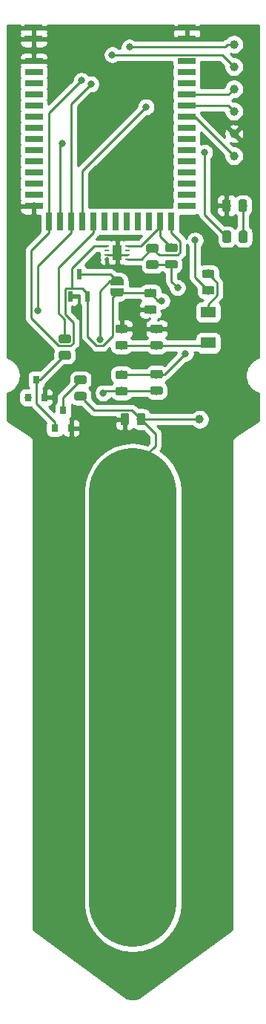
<source format=gbr>
G04 #@! TF.GenerationSoftware,KiCad,Pcbnew,(5.1.2-1)-1*
G04 #@! TF.CreationDate,2021-02-24T07:54:15+01:00*
G04 #@! TF.ProjectId,parasite,70617261-7369-4746-952e-6b696361645f,1.1.0*
G04 #@! TF.SameCoordinates,Original*
G04 #@! TF.FileFunction,Copper,L1,Top*
G04 #@! TF.FilePolarity,Positive*
%FSLAX46Y46*%
G04 Gerber Fmt 4.6, Leading zero omitted, Abs format (unit mm)*
G04 Created by KiCad (PCBNEW (5.1.2-1)-1) date 2021-02-24 07:54:15*
%MOMM*%
%LPD*%
G04 APERTURE LIST*
%ADD10R,1.000000X1.700000*%
%ADD11R,0.550000X0.250000*%
%ADD12R,2.000000X0.800000*%
%ADD13R,0.800000X2.000000*%
%ADD14R,0.590000X1.210000*%
%ADD15C,0.100000*%
%ADD16C,0.975000*%
%ADD17C,1.000000*%
%ADD18C,0.500000*%
%ADD19R,0.800000X0.900000*%
%ADD20R,1.700000X1.300000*%
%ADD21C,0.800000*%
%ADD22C,0.250000*%
%ADD23C,10.000000*%
%ADD24C,0.254000*%
G04 APERTURE END LIST*
D10*
X116200000Y-74500000D03*
D11*
X115025000Y-73750000D03*
X115025000Y-74250000D03*
X115025000Y-74750000D03*
X115025000Y-75250000D03*
X117375000Y-73750000D03*
X117375000Y-74250000D03*
X117375000Y-74750000D03*
X117375000Y-75250000D03*
D12*
X124150000Y-50155000D03*
X124150000Y-48885000D03*
X124130000Y-52695000D03*
X124130000Y-53965000D03*
X124130000Y-55235000D03*
X124130000Y-56505000D03*
X124130000Y-57775000D03*
X124130000Y-59045000D03*
X124130000Y-60315000D03*
X124130000Y-61585000D03*
X124130000Y-62855000D03*
X124130000Y-64125000D03*
X124130000Y-65395000D03*
X124130000Y-66665000D03*
X124130000Y-67935000D03*
X124130000Y-69205000D03*
D13*
X122385000Y-70950000D03*
X121115000Y-70950000D03*
X119845000Y-70950000D03*
X118575000Y-70950000D03*
X117305000Y-70950000D03*
X116035000Y-70950000D03*
X114765000Y-70950000D03*
X113495000Y-70950000D03*
X112225000Y-70950000D03*
X110955000Y-70950000D03*
X109685000Y-70950000D03*
X108415000Y-70950000D03*
D12*
X106670000Y-69205000D03*
X106670000Y-67935000D03*
X106670000Y-66665000D03*
X106670000Y-65395000D03*
X106670000Y-64125000D03*
X106670000Y-62855000D03*
X106670000Y-61585000D03*
X106670000Y-60315000D03*
X106670000Y-59045000D03*
X106670000Y-57775000D03*
X106670000Y-56505000D03*
X106670000Y-55235000D03*
X106670000Y-53965000D03*
X106670000Y-52695000D03*
X106650000Y-50155000D03*
X106650000Y-48885000D03*
D14*
X111840000Y-76985000D03*
X112790000Y-79495000D03*
X110890000Y-79495000D03*
D15*
G36*
X120680142Y-73513674D02*
G01*
X120703803Y-73517184D01*
X120727007Y-73522996D01*
X120749529Y-73531054D01*
X120771153Y-73541282D01*
X120791670Y-73553579D01*
X120810883Y-73567829D01*
X120828607Y-73583893D01*
X120844671Y-73601617D01*
X120858921Y-73620830D01*
X120871218Y-73641347D01*
X120881446Y-73662971D01*
X120889504Y-73685493D01*
X120895316Y-73708697D01*
X120898826Y-73732358D01*
X120900000Y-73756250D01*
X120900000Y-74243750D01*
X120898826Y-74267642D01*
X120895316Y-74291303D01*
X120889504Y-74314507D01*
X120881446Y-74337029D01*
X120871218Y-74358653D01*
X120858921Y-74379170D01*
X120844671Y-74398383D01*
X120828607Y-74416107D01*
X120810883Y-74432171D01*
X120791670Y-74446421D01*
X120771153Y-74458718D01*
X120749529Y-74468946D01*
X120727007Y-74477004D01*
X120703803Y-74482816D01*
X120680142Y-74486326D01*
X120656250Y-74487500D01*
X119743750Y-74487500D01*
X119719858Y-74486326D01*
X119696197Y-74482816D01*
X119672993Y-74477004D01*
X119650471Y-74468946D01*
X119628847Y-74458718D01*
X119608330Y-74446421D01*
X119589117Y-74432171D01*
X119571393Y-74416107D01*
X119555329Y-74398383D01*
X119541079Y-74379170D01*
X119528782Y-74358653D01*
X119518554Y-74337029D01*
X119510496Y-74314507D01*
X119504684Y-74291303D01*
X119501174Y-74267642D01*
X119500000Y-74243750D01*
X119500000Y-73756250D01*
X119501174Y-73732358D01*
X119504684Y-73708697D01*
X119510496Y-73685493D01*
X119518554Y-73662971D01*
X119528782Y-73641347D01*
X119541079Y-73620830D01*
X119555329Y-73601617D01*
X119571393Y-73583893D01*
X119589117Y-73567829D01*
X119608330Y-73553579D01*
X119628847Y-73541282D01*
X119650471Y-73531054D01*
X119672993Y-73522996D01*
X119696197Y-73517184D01*
X119719858Y-73513674D01*
X119743750Y-73512500D01*
X120656250Y-73512500D01*
X120680142Y-73513674D01*
X120680142Y-73513674D01*
G37*
D16*
X120200000Y-74000000D03*
D15*
G36*
X120680142Y-75388674D02*
G01*
X120703803Y-75392184D01*
X120727007Y-75397996D01*
X120749529Y-75406054D01*
X120771153Y-75416282D01*
X120791670Y-75428579D01*
X120810883Y-75442829D01*
X120828607Y-75458893D01*
X120844671Y-75476617D01*
X120858921Y-75495830D01*
X120871218Y-75516347D01*
X120881446Y-75537971D01*
X120889504Y-75560493D01*
X120895316Y-75583697D01*
X120898826Y-75607358D01*
X120900000Y-75631250D01*
X120900000Y-76118750D01*
X120898826Y-76142642D01*
X120895316Y-76166303D01*
X120889504Y-76189507D01*
X120881446Y-76212029D01*
X120871218Y-76233653D01*
X120858921Y-76254170D01*
X120844671Y-76273383D01*
X120828607Y-76291107D01*
X120810883Y-76307171D01*
X120791670Y-76321421D01*
X120771153Y-76333718D01*
X120749529Y-76343946D01*
X120727007Y-76352004D01*
X120703803Y-76357816D01*
X120680142Y-76361326D01*
X120656250Y-76362500D01*
X119743750Y-76362500D01*
X119719858Y-76361326D01*
X119696197Y-76357816D01*
X119672993Y-76352004D01*
X119650471Y-76343946D01*
X119628847Y-76333718D01*
X119608330Y-76321421D01*
X119589117Y-76307171D01*
X119571393Y-76291107D01*
X119555329Y-76273383D01*
X119541079Y-76254170D01*
X119528782Y-76233653D01*
X119518554Y-76212029D01*
X119510496Y-76189507D01*
X119504684Y-76166303D01*
X119501174Y-76142642D01*
X119500000Y-76118750D01*
X119500000Y-75631250D01*
X119501174Y-75607358D01*
X119504684Y-75583697D01*
X119510496Y-75560493D01*
X119518554Y-75537971D01*
X119528782Y-75516347D01*
X119541079Y-75495830D01*
X119555329Y-75476617D01*
X119571393Y-75458893D01*
X119589117Y-75442829D01*
X119608330Y-75428579D01*
X119628847Y-75416282D01*
X119650471Y-75406054D01*
X119672993Y-75397996D01*
X119696197Y-75392184D01*
X119719858Y-75388674D01*
X119743750Y-75387500D01*
X120656250Y-75387500D01*
X120680142Y-75388674D01*
X120680142Y-75388674D01*
G37*
D16*
X120200000Y-75875000D03*
D15*
G36*
X122880142Y-75351174D02*
G01*
X122903803Y-75354684D01*
X122927007Y-75360496D01*
X122949529Y-75368554D01*
X122971153Y-75378782D01*
X122991670Y-75391079D01*
X123010883Y-75405329D01*
X123028607Y-75421393D01*
X123044671Y-75439117D01*
X123058921Y-75458330D01*
X123071218Y-75478847D01*
X123081446Y-75500471D01*
X123089504Y-75522993D01*
X123095316Y-75546197D01*
X123098826Y-75569858D01*
X123100000Y-75593750D01*
X123100000Y-76081250D01*
X123098826Y-76105142D01*
X123095316Y-76128803D01*
X123089504Y-76152007D01*
X123081446Y-76174529D01*
X123071218Y-76196153D01*
X123058921Y-76216670D01*
X123044671Y-76235883D01*
X123028607Y-76253607D01*
X123010883Y-76269671D01*
X122991670Y-76283921D01*
X122971153Y-76296218D01*
X122949529Y-76306446D01*
X122927007Y-76314504D01*
X122903803Y-76320316D01*
X122880142Y-76323826D01*
X122856250Y-76325000D01*
X121943750Y-76325000D01*
X121919858Y-76323826D01*
X121896197Y-76320316D01*
X121872993Y-76314504D01*
X121850471Y-76306446D01*
X121828847Y-76296218D01*
X121808330Y-76283921D01*
X121789117Y-76269671D01*
X121771393Y-76253607D01*
X121755329Y-76235883D01*
X121741079Y-76216670D01*
X121728782Y-76196153D01*
X121718554Y-76174529D01*
X121710496Y-76152007D01*
X121704684Y-76128803D01*
X121701174Y-76105142D01*
X121700000Y-76081250D01*
X121700000Y-75593750D01*
X121701174Y-75569858D01*
X121704684Y-75546197D01*
X121710496Y-75522993D01*
X121718554Y-75500471D01*
X121728782Y-75478847D01*
X121741079Y-75458330D01*
X121755329Y-75439117D01*
X121771393Y-75421393D01*
X121789117Y-75405329D01*
X121808330Y-75391079D01*
X121828847Y-75378782D01*
X121850471Y-75368554D01*
X121872993Y-75360496D01*
X121896197Y-75354684D01*
X121919858Y-75351174D01*
X121943750Y-75350000D01*
X122856250Y-75350000D01*
X122880142Y-75351174D01*
X122880142Y-75351174D01*
G37*
D16*
X122400000Y-75837500D03*
D15*
G36*
X122880142Y-73476174D02*
G01*
X122903803Y-73479684D01*
X122927007Y-73485496D01*
X122949529Y-73493554D01*
X122971153Y-73503782D01*
X122991670Y-73516079D01*
X123010883Y-73530329D01*
X123028607Y-73546393D01*
X123044671Y-73564117D01*
X123058921Y-73583330D01*
X123071218Y-73603847D01*
X123081446Y-73625471D01*
X123089504Y-73647993D01*
X123095316Y-73671197D01*
X123098826Y-73694858D01*
X123100000Y-73718750D01*
X123100000Y-74206250D01*
X123098826Y-74230142D01*
X123095316Y-74253803D01*
X123089504Y-74277007D01*
X123081446Y-74299529D01*
X123071218Y-74321153D01*
X123058921Y-74341670D01*
X123044671Y-74360883D01*
X123028607Y-74378607D01*
X123010883Y-74394671D01*
X122991670Y-74408921D01*
X122971153Y-74421218D01*
X122949529Y-74431446D01*
X122927007Y-74439504D01*
X122903803Y-74445316D01*
X122880142Y-74448826D01*
X122856250Y-74450000D01*
X121943750Y-74450000D01*
X121919858Y-74448826D01*
X121896197Y-74445316D01*
X121872993Y-74439504D01*
X121850471Y-74431446D01*
X121828847Y-74421218D01*
X121808330Y-74408921D01*
X121789117Y-74394671D01*
X121771393Y-74378607D01*
X121755329Y-74360883D01*
X121741079Y-74341670D01*
X121728782Y-74321153D01*
X121718554Y-74299529D01*
X121710496Y-74277007D01*
X121704684Y-74253803D01*
X121701174Y-74230142D01*
X121700000Y-74206250D01*
X121700000Y-73718750D01*
X121701174Y-73694858D01*
X121704684Y-73671197D01*
X121710496Y-73647993D01*
X121718554Y-73625471D01*
X121728782Y-73603847D01*
X121741079Y-73583330D01*
X121755329Y-73564117D01*
X121771393Y-73546393D01*
X121789117Y-73530329D01*
X121808330Y-73516079D01*
X121828847Y-73503782D01*
X121850471Y-73493554D01*
X121872993Y-73485496D01*
X121896197Y-73479684D01*
X121919858Y-73476174D01*
X121943750Y-73475000D01*
X122856250Y-73475000D01*
X122880142Y-73476174D01*
X122880142Y-73476174D01*
G37*
D16*
X122400000Y-73962500D03*
D15*
G36*
X120480142Y-80513674D02*
G01*
X120503803Y-80517184D01*
X120527007Y-80522996D01*
X120549529Y-80531054D01*
X120571153Y-80541282D01*
X120591670Y-80553579D01*
X120610883Y-80567829D01*
X120628607Y-80583893D01*
X120644671Y-80601617D01*
X120658921Y-80620830D01*
X120671218Y-80641347D01*
X120681446Y-80662971D01*
X120689504Y-80685493D01*
X120695316Y-80708697D01*
X120698826Y-80732358D01*
X120700000Y-80756250D01*
X120700000Y-81243750D01*
X120698826Y-81267642D01*
X120695316Y-81291303D01*
X120689504Y-81314507D01*
X120681446Y-81337029D01*
X120671218Y-81358653D01*
X120658921Y-81379170D01*
X120644671Y-81398383D01*
X120628607Y-81416107D01*
X120610883Y-81432171D01*
X120591670Y-81446421D01*
X120571153Y-81458718D01*
X120549529Y-81468946D01*
X120527007Y-81477004D01*
X120503803Y-81482816D01*
X120480142Y-81486326D01*
X120456250Y-81487500D01*
X119543750Y-81487500D01*
X119519858Y-81486326D01*
X119496197Y-81482816D01*
X119472993Y-81477004D01*
X119450471Y-81468946D01*
X119428847Y-81458718D01*
X119408330Y-81446421D01*
X119389117Y-81432171D01*
X119371393Y-81416107D01*
X119355329Y-81398383D01*
X119341079Y-81379170D01*
X119328782Y-81358653D01*
X119318554Y-81337029D01*
X119310496Y-81314507D01*
X119304684Y-81291303D01*
X119301174Y-81267642D01*
X119300000Y-81243750D01*
X119300000Y-80756250D01*
X119301174Y-80732358D01*
X119304684Y-80708697D01*
X119310496Y-80685493D01*
X119318554Y-80662971D01*
X119328782Y-80641347D01*
X119341079Y-80620830D01*
X119355329Y-80601617D01*
X119371393Y-80583893D01*
X119389117Y-80567829D01*
X119408330Y-80553579D01*
X119428847Y-80541282D01*
X119450471Y-80531054D01*
X119472993Y-80522996D01*
X119496197Y-80517184D01*
X119519858Y-80513674D01*
X119543750Y-80512500D01*
X120456250Y-80512500D01*
X120480142Y-80513674D01*
X120480142Y-80513674D01*
G37*
D16*
X120000000Y-81000000D03*
D15*
G36*
X120480142Y-78638674D02*
G01*
X120503803Y-78642184D01*
X120527007Y-78647996D01*
X120549529Y-78656054D01*
X120571153Y-78666282D01*
X120591670Y-78678579D01*
X120610883Y-78692829D01*
X120628607Y-78708893D01*
X120644671Y-78726617D01*
X120658921Y-78745830D01*
X120671218Y-78766347D01*
X120681446Y-78787971D01*
X120689504Y-78810493D01*
X120695316Y-78833697D01*
X120698826Y-78857358D01*
X120700000Y-78881250D01*
X120700000Y-79368750D01*
X120698826Y-79392642D01*
X120695316Y-79416303D01*
X120689504Y-79439507D01*
X120681446Y-79462029D01*
X120671218Y-79483653D01*
X120658921Y-79504170D01*
X120644671Y-79523383D01*
X120628607Y-79541107D01*
X120610883Y-79557171D01*
X120591670Y-79571421D01*
X120571153Y-79583718D01*
X120549529Y-79593946D01*
X120527007Y-79602004D01*
X120503803Y-79607816D01*
X120480142Y-79611326D01*
X120456250Y-79612500D01*
X119543750Y-79612500D01*
X119519858Y-79611326D01*
X119496197Y-79607816D01*
X119472993Y-79602004D01*
X119450471Y-79593946D01*
X119428847Y-79583718D01*
X119408330Y-79571421D01*
X119389117Y-79557171D01*
X119371393Y-79541107D01*
X119355329Y-79523383D01*
X119341079Y-79504170D01*
X119328782Y-79483653D01*
X119318554Y-79462029D01*
X119310496Y-79439507D01*
X119304684Y-79416303D01*
X119301174Y-79392642D01*
X119300000Y-79368750D01*
X119300000Y-78881250D01*
X119301174Y-78857358D01*
X119304684Y-78833697D01*
X119310496Y-78810493D01*
X119318554Y-78787971D01*
X119328782Y-78766347D01*
X119341079Y-78745830D01*
X119355329Y-78726617D01*
X119371393Y-78708893D01*
X119389117Y-78692829D01*
X119408330Y-78678579D01*
X119428847Y-78666282D01*
X119450471Y-78656054D01*
X119472993Y-78647996D01*
X119496197Y-78642184D01*
X119519858Y-78638674D01*
X119543750Y-78637500D01*
X120456250Y-78637500D01*
X120480142Y-78638674D01*
X120480142Y-78638674D01*
G37*
D16*
X120000000Y-79125000D03*
D17*
X129540000Y-53340000D03*
X129540000Y-60960000D03*
X129540000Y-63500000D03*
X129540000Y-58420000D03*
X129540000Y-55880000D03*
D15*
G36*
X130867642Y-72001174D02*
G01*
X130891303Y-72004684D01*
X130914507Y-72010496D01*
X130937029Y-72018554D01*
X130958653Y-72028782D01*
X130979170Y-72041079D01*
X130998383Y-72055329D01*
X131016107Y-72071393D01*
X131032171Y-72089117D01*
X131046421Y-72108330D01*
X131058718Y-72128847D01*
X131068946Y-72150471D01*
X131077004Y-72172993D01*
X131082816Y-72196197D01*
X131086326Y-72219858D01*
X131087500Y-72243750D01*
X131087500Y-73156250D01*
X131086326Y-73180142D01*
X131082816Y-73203803D01*
X131077004Y-73227007D01*
X131068946Y-73249529D01*
X131058718Y-73271153D01*
X131046421Y-73291670D01*
X131032171Y-73310883D01*
X131016107Y-73328607D01*
X130998383Y-73344671D01*
X130979170Y-73358921D01*
X130958653Y-73371218D01*
X130937029Y-73381446D01*
X130914507Y-73389504D01*
X130891303Y-73395316D01*
X130867642Y-73398826D01*
X130843750Y-73400000D01*
X130356250Y-73400000D01*
X130332358Y-73398826D01*
X130308697Y-73395316D01*
X130285493Y-73389504D01*
X130262971Y-73381446D01*
X130241347Y-73371218D01*
X130220830Y-73358921D01*
X130201617Y-73344671D01*
X130183893Y-73328607D01*
X130167829Y-73310883D01*
X130153579Y-73291670D01*
X130141282Y-73271153D01*
X130131054Y-73249529D01*
X130122996Y-73227007D01*
X130117184Y-73203803D01*
X130113674Y-73180142D01*
X130112500Y-73156250D01*
X130112500Y-72243750D01*
X130113674Y-72219858D01*
X130117184Y-72196197D01*
X130122996Y-72172993D01*
X130131054Y-72150471D01*
X130141282Y-72128847D01*
X130153579Y-72108330D01*
X130167829Y-72089117D01*
X130183893Y-72071393D01*
X130201617Y-72055329D01*
X130220830Y-72041079D01*
X130241347Y-72028782D01*
X130262971Y-72018554D01*
X130285493Y-72010496D01*
X130308697Y-72004684D01*
X130332358Y-72001174D01*
X130356250Y-72000000D01*
X130843750Y-72000000D01*
X130867642Y-72001174D01*
X130867642Y-72001174D01*
G37*
D16*
X130600000Y-72700000D03*
D15*
G36*
X128992642Y-72001174D02*
G01*
X129016303Y-72004684D01*
X129039507Y-72010496D01*
X129062029Y-72018554D01*
X129083653Y-72028782D01*
X129104170Y-72041079D01*
X129123383Y-72055329D01*
X129141107Y-72071393D01*
X129157171Y-72089117D01*
X129171421Y-72108330D01*
X129183718Y-72128847D01*
X129193946Y-72150471D01*
X129202004Y-72172993D01*
X129207816Y-72196197D01*
X129211326Y-72219858D01*
X129212500Y-72243750D01*
X129212500Y-73156250D01*
X129211326Y-73180142D01*
X129207816Y-73203803D01*
X129202004Y-73227007D01*
X129193946Y-73249529D01*
X129183718Y-73271153D01*
X129171421Y-73291670D01*
X129157171Y-73310883D01*
X129141107Y-73328607D01*
X129123383Y-73344671D01*
X129104170Y-73358921D01*
X129083653Y-73371218D01*
X129062029Y-73381446D01*
X129039507Y-73389504D01*
X129016303Y-73395316D01*
X128992642Y-73398826D01*
X128968750Y-73400000D01*
X128481250Y-73400000D01*
X128457358Y-73398826D01*
X128433697Y-73395316D01*
X128410493Y-73389504D01*
X128387971Y-73381446D01*
X128366347Y-73371218D01*
X128345830Y-73358921D01*
X128326617Y-73344671D01*
X128308893Y-73328607D01*
X128292829Y-73310883D01*
X128278579Y-73291670D01*
X128266282Y-73271153D01*
X128256054Y-73249529D01*
X128247996Y-73227007D01*
X128242184Y-73203803D01*
X128238674Y-73180142D01*
X128237500Y-73156250D01*
X128237500Y-72243750D01*
X128238674Y-72219858D01*
X128242184Y-72196197D01*
X128247996Y-72172993D01*
X128256054Y-72150471D01*
X128266282Y-72128847D01*
X128278579Y-72108330D01*
X128292829Y-72089117D01*
X128308893Y-72071393D01*
X128326617Y-72055329D01*
X128345830Y-72041079D01*
X128366347Y-72028782D01*
X128387971Y-72018554D01*
X128410493Y-72010496D01*
X128433697Y-72004684D01*
X128457358Y-72001174D01*
X128481250Y-72000000D01*
X128968750Y-72000000D01*
X128992642Y-72001174D01*
X128992642Y-72001174D01*
G37*
D16*
X128725000Y-72700000D03*
D18*
X116200000Y-79050000D03*
D15*
G36*
X116949398Y-79050000D02*
G01*
X116949398Y-79074534D01*
X116944588Y-79123365D01*
X116935016Y-79171490D01*
X116920772Y-79218445D01*
X116901995Y-79263778D01*
X116878864Y-79307051D01*
X116851604Y-79347850D01*
X116820476Y-79385779D01*
X116785779Y-79420476D01*
X116747850Y-79451604D01*
X116707051Y-79478864D01*
X116663778Y-79501995D01*
X116618445Y-79520772D01*
X116571490Y-79535016D01*
X116523365Y-79544588D01*
X116474534Y-79549398D01*
X116450000Y-79549398D01*
X116450000Y-79550000D01*
X115950000Y-79550000D01*
X115950000Y-79549398D01*
X115925466Y-79549398D01*
X115876635Y-79544588D01*
X115828510Y-79535016D01*
X115781555Y-79520772D01*
X115736222Y-79501995D01*
X115692949Y-79478864D01*
X115652150Y-79451604D01*
X115614221Y-79420476D01*
X115579524Y-79385779D01*
X115548396Y-79347850D01*
X115521136Y-79307051D01*
X115498005Y-79263778D01*
X115479228Y-79218445D01*
X115464984Y-79171490D01*
X115455412Y-79123365D01*
X115450602Y-79074534D01*
X115450602Y-79050000D01*
X115450000Y-79050000D01*
X115450000Y-78550000D01*
X116950000Y-78550000D01*
X116950000Y-79050000D01*
X116949398Y-79050000D01*
X116949398Y-79050000D01*
G37*
D18*
X116200000Y-77750000D03*
D15*
G36*
X115450000Y-78250000D02*
G01*
X115450000Y-77750000D01*
X115450602Y-77750000D01*
X115450602Y-77725466D01*
X115455412Y-77676635D01*
X115464984Y-77628510D01*
X115479228Y-77581555D01*
X115498005Y-77536222D01*
X115521136Y-77492949D01*
X115548396Y-77452150D01*
X115579524Y-77414221D01*
X115614221Y-77379524D01*
X115652150Y-77348396D01*
X115692949Y-77321136D01*
X115736222Y-77298005D01*
X115781555Y-77279228D01*
X115828510Y-77264984D01*
X115876635Y-77255412D01*
X115925466Y-77250602D01*
X115950000Y-77250602D01*
X115950000Y-77250000D01*
X116450000Y-77250000D01*
X116450000Y-77250602D01*
X116474534Y-77250602D01*
X116523365Y-77255412D01*
X116571490Y-77264984D01*
X116618445Y-77279228D01*
X116663778Y-77298005D01*
X116707051Y-77321136D01*
X116747850Y-77348396D01*
X116785779Y-77379524D01*
X116820476Y-77414221D01*
X116851604Y-77452150D01*
X116878864Y-77492949D01*
X116901995Y-77536222D01*
X116920772Y-77581555D01*
X116935016Y-77628510D01*
X116944588Y-77676635D01*
X116949398Y-77725466D01*
X116949398Y-77750000D01*
X116950000Y-77750000D01*
X116950000Y-78250000D01*
X115450000Y-78250000D01*
X115450000Y-78250000D01*
G37*
G36*
X130825142Y-68446174D02*
G01*
X130848803Y-68449684D01*
X130872007Y-68455496D01*
X130894529Y-68463554D01*
X130916153Y-68473782D01*
X130936670Y-68486079D01*
X130955883Y-68500329D01*
X130973607Y-68516393D01*
X130989671Y-68534117D01*
X131003921Y-68553330D01*
X131016218Y-68573847D01*
X131026446Y-68595471D01*
X131034504Y-68617993D01*
X131040316Y-68641197D01*
X131043826Y-68664858D01*
X131045000Y-68688750D01*
X131045000Y-69601250D01*
X131043826Y-69625142D01*
X131040316Y-69648803D01*
X131034504Y-69672007D01*
X131026446Y-69694529D01*
X131016218Y-69716153D01*
X131003921Y-69736670D01*
X130989671Y-69755883D01*
X130973607Y-69773607D01*
X130955883Y-69789671D01*
X130936670Y-69803921D01*
X130916153Y-69816218D01*
X130894529Y-69826446D01*
X130872007Y-69834504D01*
X130848803Y-69840316D01*
X130825142Y-69843826D01*
X130801250Y-69845000D01*
X130313750Y-69845000D01*
X130289858Y-69843826D01*
X130266197Y-69840316D01*
X130242993Y-69834504D01*
X130220471Y-69826446D01*
X130198847Y-69816218D01*
X130178330Y-69803921D01*
X130159117Y-69789671D01*
X130141393Y-69773607D01*
X130125329Y-69755883D01*
X130111079Y-69736670D01*
X130098782Y-69716153D01*
X130088554Y-69694529D01*
X130080496Y-69672007D01*
X130074684Y-69648803D01*
X130071174Y-69625142D01*
X130070000Y-69601250D01*
X130070000Y-68688750D01*
X130071174Y-68664858D01*
X130074684Y-68641197D01*
X130080496Y-68617993D01*
X130088554Y-68595471D01*
X130098782Y-68573847D01*
X130111079Y-68553330D01*
X130125329Y-68534117D01*
X130141393Y-68516393D01*
X130159117Y-68500329D01*
X130178330Y-68486079D01*
X130198847Y-68473782D01*
X130220471Y-68463554D01*
X130242993Y-68455496D01*
X130266197Y-68449684D01*
X130289858Y-68446174D01*
X130313750Y-68445000D01*
X130801250Y-68445000D01*
X130825142Y-68446174D01*
X130825142Y-68446174D01*
G37*
D16*
X130557500Y-69145000D03*
D15*
G36*
X128950142Y-68446174D02*
G01*
X128973803Y-68449684D01*
X128997007Y-68455496D01*
X129019529Y-68463554D01*
X129041153Y-68473782D01*
X129061670Y-68486079D01*
X129080883Y-68500329D01*
X129098607Y-68516393D01*
X129114671Y-68534117D01*
X129128921Y-68553330D01*
X129141218Y-68573847D01*
X129151446Y-68595471D01*
X129159504Y-68617993D01*
X129165316Y-68641197D01*
X129168826Y-68664858D01*
X129170000Y-68688750D01*
X129170000Y-69601250D01*
X129168826Y-69625142D01*
X129165316Y-69648803D01*
X129159504Y-69672007D01*
X129151446Y-69694529D01*
X129141218Y-69716153D01*
X129128921Y-69736670D01*
X129114671Y-69755883D01*
X129098607Y-69773607D01*
X129080883Y-69789671D01*
X129061670Y-69803921D01*
X129041153Y-69816218D01*
X129019529Y-69826446D01*
X128997007Y-69834504D01*
X128973803Y-69840316D01*
X128950142Y-69843826D01*
X128926250Y-69845000D01*
X128438750Y-69845000D01*
X128414858Y-69843826D01*
X128391197Y-69840316D01*
X128367993Y-69834504D01*
X128345471Y-69826446D01*
X128323847Y-69816218D01*
X128303330Y-69803921D01*
X128284117Y-69789671D01*
X128266393Y-69773607D01*
X128250329Y-69755883D01*
X128236079Y-69736670D01*
X128223782Y-69716153D01*
X128213554Y-69694529D01*
X128205496Y-69672007D01*
X128199684Y-69648803D01*
X128196174Y-69625142D01*
X128195000Y-69601250D01*
X128195000Y-68688750D01*
X128196174Y-68664858D01*
X128199684Y-68641197D01*
X128205496Y-68617993D01*
X128213554Y-68595471D01*
X128223782Y-68573847D01*
X128236079Y-68553330D01*
X128250329Y-68534117D01*
X128266393Y-68516393D01*
X128284117Y-68500329D01*
X128303330Y-68486079D01*
X128323847Y-68473782D01*
X128345471Y-68463554D01*
X128367993Y-68455496D01*
X128391197Y-68449684D01*
X128414858Y-68446174D01*
X128438750Y-68445000D01*
X128926250Y-68445000D01*
X128950142Y-68446174D01*
X128950142Y-68446174D01*
G37*
D16*
X128682500Y-69145000D03*
D19*
X110000000Y-92500000D03*
X110950000Y-94500000D03*
X109050000Y-94500000D03*
X106950000Y-89000000D03*
X107900000Y-91000000D03*
X106000000Y-91000000D03*
D15*
G36*
X119205142Y-92801174D02*
G01*
X119228803Y-92804684D01*
X119252007Y-92810496D01*
X119274529Y-92818554D01*
X119296153Y-92828782D01*
X119316670Y-92841079D01*
X119335883Y-92855329D01*
X119353607Y-92871393D01*
X119369671Y-92889117D01*
X119383921Y-92908330D01*
X119396218Y-92928847D01*
X119406446Y-92950471D01*
X119414504Y-92972993D01*
X119420316Y-92996197D01*
X119423826Y-93019858D01*
X119425000Y-93043750D01*
X119425000Y-93956250D01*
X119423826Y-93980142D01*
X119420316Y-94003803D01*
X119414504Y-94027007D01*
X119406446Y-94049529D01*
X119396218Y-94071153D01*
X119383921Y-94091670D01*
X119369671Y-94110883D01*
X119353607Y-94128607D01*
X119335883Y-94144671D01*
X119316670Y-94158921D01*
X119296153Y-94171218D01*
X119274529Y-94181446D01*
X119252007Y-94189504D01*
X119228803Y-94195316D01*
X119205142Y-94198826D01*
X119181250Y-94200000D01*
X118693750Y-94200000D01*
X118669858Y-94198826D01*
X118646197Y-94195316D01*
X118622993Y-94189504D01*
X118600471Y-94181446D01*
X118578847Y-94171218D01*
X118558330Y-94158921D01*
X118539117Y-94144671D01*
X118521393Y-94128607D01*
X118505329Y-94110883D01*
X118491079Y-94091670D01*
X118478782Y-94071153D01*
X118468554Y-94049529D01*
X118460496Y-94027007D01*
X118454684Y-94003803D01*
X118451174Y-93980142D01*
X118450000Y-93956250D01*
X118450000Y-93043750D01*
X118451174Y-93019858D01*
X118454684Y-92996197D01*
X118460496Y-92972993D01*
X118468554Y-92950471D01*
X118478782Y-92928847D01*
X118491079Y-92908330D01*
X118505329Y-92889117D01*
X118521393Y-92871393D01*
X118539117Y-92855329D01*
X118558330Y-92841079D01*
X118578847Y-92828782D01*
X118600471Y-92818554D01*
X118622993Y-92810496D01*
X118646197Y-92804684D01*
X118669858Y-92801174D01*
X118693750Y-92800000D01*
X119181250Y-92800000D01*
X119205142Y-92801174D01*
X119205142Y-92801174D01*
G37*
D16*
X118937500Y-93500000D03*
D15*
G36*
X117330142Y-92801174D02*
G01*
X117353803Y-92804684D01*
X117377007Y-92810496D01*
X117399529Y-92818554D01*
X117421153Y-92828782D01*
X117441670Y-92841079D01*
X117460883Y-92855329D01*
X117478607Y-92871393D01*
X117494671Y-92889117D01*
X117508921Y-92908330D01*
X117521218Y-92928847D01*
X117531446Y-92950471D01*
X117539504Y-92972993D01*
X117545316Y-92996197D01*
X117548826Y-93019858D01*
X117550000Y-93043750D01*
X117550000Y-93956250D01*
X117548826Y-93980142D01*
X117545316Y-94003803D01*
X117539504Y-94027007D01*
X117531446Y-94049529D01*
X117521218Y-94071153D01*
X117508921Y-94091670D01*
X117494671Y-94110883D01*
X117478607Y-94128607D01*
X117460883Y-94144671D01*
X117441670Y-94158921D01*
X117421153Y-94171218D01*
X117399529Y-94181446D01*
X117377007Y-94189504D01*
X117353803Y-94195316D01*
X117330142Y-94198826D01*
X117306250Y-94200000D01*
X116818750Y-94200000D01*
X116794858Y-94198826D01*
X116771197Y-94195316D01*
X116747993Y-94189504D01*
X116725471Y-94181446D01*
X116703847Y-94171218D01*
X116683330Y-94158921D01*
X116664117Y-94144671D01*
X116646393Y-94128607D01*
X116630329Y-94110883D01*
X116616079Y-94091670D01*
X116603782Y-94071153D01*
X116593554Y-94049529D01*
X116585496Y-94027007D01*
X116579684Y-94003803D01*
X116576174Y-93980142D01*
X116575000Y-93956250D01*
X116575000Y-93043750D01*
X116576174Y-93019858D01*
X116579684Y-92996197D01*
X116585496Y-92972993D01*
X116593554Y-92950471D01*
X116603782Y-92928847D01*
X116616079Y-92908330D01*
X116630329Y-92889117D01*
X116646393Y-92871393D01*
X116664117Y-92855329D01*
X116683330Y-92841079D01*
X116703847Y-92828782D01*
X116725471Y-92818554D01*
X116747993Y-92810496D01*
X116771197Y-92804684D01*
X116794858Y-92801174D01*
X116818750Y-92800000D01*
X117306250Y-92800000D01*
X117330142Y-92801174D01*
X117330142Y-92801174D01*
G37*
D16*
X117062500Y-93500000D03*
D15*
G36*
X121180142Y-82713674D02*
G01*
X121203803Y-82717184D01*
X121227007Y-82722996D01*
X121249529Y-82731054D01*
X121271153Y-82741282D01*
X121291670Y-82753579D01*
X121310883Y-82767829D01*
X121328607Y-82783893D01*
X121344671Y-82801617D01*
X121358921Y-82820830D01*
X121371218Y-82841347D01*
X121381446Y-82862971D01*
X121389504Y-82885493D01*
X121395316Y-82908697D01*
X121398826Y-82932358D01*
X121400000Y-82956250D01*
X121400000Y-83443750D01*
X121398826Y-83467642D01*
X121395316Y-83491303D01*
X121389504Y-83514507D01*
X121381446Y-83537029D01*
X121371218Y-83558653D01*
X121358921Y-83579170D01*
X121344671Y-83598383D01*
X121328607Y-83616107D01*
X121310883Y-83632171D01*
X121291670Y-83646421D01*
X121271153Y-83658718D01*
X121249529Y-83668946D01*
X121227007Y-83677004D01*
X121203803Y-83682816D01*
X121180142Y-83686326D01*
X121156250Y-83687500D01*
X120243750Y-83687500D01*
X120219858Y-83686326D01*
X120196197Y-83682816D01*
X120172993Y-83677004D01*
X120150471Y-83668946D01*
X120128847Y-83658718D01*
X120108330Y-83646421D01*
X120089117Y-83632171D01*
X120071393Y-83616107D01*
X120055329Y-83598383D01*
X120041079Y-83579170D01*
X120028782Y-83558653D01*
X120018554Y-83537029D01*
X120010496Y-83514507D01*
X120004684Y-83491303D01*
X120001174Y-83467642D01*
X120000000Y-83443750D01*
X120000000Y-82956250D01*
X120001174Y-82932358D01*
X120004684Y-82908697D01*
X120010496Y-82885493D01*
X120018554Y-82862971D01*
X120028782Y-82841347D01*
X120041079Y-82820830D01*
X120055329Y-82801617D01*
X120071393Y-82783893D01*
X120089117Y-82767829D01*
X120108330Y-82753579D01*
X120128847Y-82741282D01*
X120150471Y-82731054D01*
X120172993Y-82722996D01*
X120196197Y-82717184D01*
X120219858Y-82713674D01*
X120243750Y-82712500D01*
X121156250Y-82712500D01*
X121180142Y-82713674D01*
X121180142Y-82713674D01*
G37*
D16*
X120700000Y-83200000D03*
D15*
G36*
X121180142Y-84588674D02*
G01*
X121203803Y-84592184D01*
X121227007Y-84597996D01*
X121249529Y-84606054D01*
X121271153Y-84616282D01*
X121291670Y-84628579D01*
X121310883Y-84642829D01*
X121328607Y-84658893D01*
X121344671Y-84676617D01*
X121358921Y-84695830D01*
X121371218Y-84716347D01*
X121381446Y-84737971D01*
X121389504Y-84760493D01*
X121395316Y-84783697D01*
X121398826Y-84807358D01*
X121400000Y-84831250D01*
X121400000Y-85318750D01*
X121398826Y-85342642D01*
X121395316Y-85366303D01*
X121389504Y-85389507D01*
X121381446Y-85412029D01*
X121371218Y-85433653D01*
X121358921Y-85454170D01*
X121344671Y-85473383D01*
X121328607Y-85491107D01*
X121310883Y-85507171D01*
X121291670Y-85521421D01*
X121271153Y-85533718D01*
X121249529Y-85543946D01*
X121227007Y-85552004D01*
X121203803Y-85557816D01*
X121180142Y-85561326D01*
X121156250Y-85562500D01*
X120243750Y-85562500D01*
X120219858Y-85561326D01*
X120196197Y-85557816D01*
X120172993Y-85552004D01*
X120150471Y-85543946D01*
X120128847Y-85533718D01*
X120108330Y-85521421D01*
X120089117Y-85507171D01*
X120071393Y-85491107D01*
X120055329Y-85473383D01*
X120041079Y-85454170D01*
X120028782Y-85433653D01*
X120018554Y-85412029D01*
X120010496Y-85389507D01*
X120004684Y-85366303D01*
X120001174Y-85342642D01*
X120000000Y-85318750D01*
X120000000Y-84831250D01*
X120001174Y-84807358D01*
X120004684Y-84783697D01*
X120010496Y-84760493D01*
X120018554Y-84737971D01*
X120028782Y-84716347D01*
X120041079Y-84695830D01*
X120055329Y-84676617D01*
X120071393Y-84658893D01*
X120089117Y-84642829D01*
X120108330Y-84628579D01*
X120128847Y-84616282D01*
X120150471Y-84606054D01*
X120172993Y-84597996D01*
X120196197Y-84592184D01*
X120219858Y-84588674D01*
X120243750Y-84587500D01*
X121156250Y-84587500D01*
X121180142Y-84588674D01*
X121180142Y-84588674D01*
G37*
D16*
X120700000Y-85075000D03*
D20*
X126600000Y-84800000D03*
X126600000Y-81300000D03*
D15*
G36*
X127080142Y-76438674D02*
G01*
X127103803Y-76442184D01*
X127127007Y-76447996D01*
X127149529Y-76456054D01*
X127171153Y-76466282D01*
X127191670Y-76478579D01*
X127210883Y-76492829D01*
X127228607Y-76508893D01*
X127244671Y-76526617D01*
X127258921Y-76545830D01*
X127271218Y-76566347D01*
X127281446Y-76587971D01*
X127289504Y-76610493D01*
X127295316Y-76633697D01*
X127298826Y-76657358D01*
X127300000Y-76681250D01*
X127300000Y-77168750D01*
X127298826Y-77192642D01*
X127295316Y-77216303D01*
X127289504Y-77239507D01*
X127281446Y-77262029D01*
X127271218Y-77283653D01*
X127258921Y-77304170D01*
X127244671Y-77323383D01*
X127228607Y-77341107D01*
X127210883Y-77357171D01*
X127191670Y-77371421D01*
X127171153Y-77383718D01*
X127149529Y-77393946D01*
X127127007Y-77402004D01*
X127103803Y-77407816D01*
X127080142Y-77411326D01*
X127056250Y-77412500D01*
X126143750Y-77412500D01*
X126119858Y-77411326D01*
X126096197Y-77407816D01*
X126072993Y-77402004D01*
X126050471Y-77393946D01*
X126028847Y-77383718D01*
X126008330Y-77371421D01*
X125989117Y-77357171D01*
X125971393Y-77341107D01*
X125955329Y-77323383D01*
X125941079Y-77304170D01*
X125928782Y-77283653D01*
X125918554Y-77262029D01*
X125910496Y-77239507D01*
X125904684Y-77216303D01*
X125901174Y-77192642D01*
X125900000Y-77168750D01*
X125900000Y-76681250D01*
X125901174Y-76657358D01*
X125904684Y-76633697D01*
X125910496Y-76610493D01*
X125918554Y-76587971D01*
X125928782Y-76566347D01*
X125941079Y-76545830D01*
X125955329Y-76526617D01*
X125971393Y-76508893D01*
X125989117Y-76492829D01*
X126008330Y-76478579D01*
X126028847Y-76466282D01*
X126050471Y-76456054D01*
X126072993Y-76447996D01*
X126096197Y-76442184D01*
X126119858Y-76438674D01*
X126143750Y-76437500D01*
X127056250Y-76437500D01*
X127080142Y-76438674D01*
X127080142Y-76438674D01*
G37*
D16*
X126600000Y-76925000D03*
D15*
G36*
X127080142Y-78313674D02*
G01*
X127103803Y-78317184D01*
X127127007Y-78322996D01*
X127149529Y-78331054D01*
X127171153Y-78341282D01*
X127191670Y-78353579D01*
X127210883Y-78367829D01*
X127228607Y-78383893D01*
X127244671Y-78401617D01*
X127258921Y-78420830D01*
X127271218Y-78441347D01*
X127281446Y-78462971D01*
X127289504Y-78485493D01*
X127295316Y-78508697D01*
X127298826Y-78532358D01*
X127300000Y-78556250D01*
X127300000Y-79043750D01*
X127298826Y-79067642D01*
X127295316Y-79091303D01*
X127289504Y-79114507D01*
X127281446Y-79137029D01*
X127271218Y-79158653D01*
X127258921Y-79179170D01*
X127244671Y-79198383D01*
X127228607Y-79216107D01*
X127210883Y-79232171D01*
X127191670Y-79246421D01*
X127171153Y-79258718D01*
X127149529Y-79268946D01*
X127127007Y-79277004D01*
X127103803Y-79282816D01*
X127080142Y-79286326D01*
X127056250Y-79287500D01*
X126143750Y-79287500D01*
X126119858Y-79286326D01*
X126096197Y-79282816D01*
X126072993Y-79277004D01*
X126050471Y-79268946D01*
X126028847Y-79258718D01*
X126008330Y-79246421D01*
X125989117Y-79232171D01*
X125971393Y-79216107D01*
X125955329Y-79198383D01*
X125941079Y-79179170D01*
X125928782Y-79158653D01*
X125918554Y-79137029D01*
X125910496Y-79114507D01*
X125904684Y-79091303D01*
X125901174Y-79067642D01*
X125900000Y-79043750D01*
X125900000Y-78556250D01*
X125901174Y-78532358D01*
X125904684Y-78508697D01*
X125910496Y-78485493D01*
X125918554Y-78462971D01*
X125928782Y-78441347D01*
X125941079Y-78420830D01*
X125955329Y-78401617D01*
X125971393Y-78383893D01*
X125989117Y-78367829D01*
X126008330Y-78353579D01*
X126028847Y-78341282D01*
X126050471Y-78331054D01*
X126072993Y-78322996D01*
X126096197Y-78317184D01*
X126119858Y-78313674D01*
X126143750Y-78312500D01*
X127056250Y-78312500D01*
X127080142Y-78313674D01*
X127080142Y-78313674D01*
G37*
D16*
X126600000Y-78800000D03*
D15*
G36*
X110680142Y-83838674D02*
G01*
X110703803Y-83842184D01*
X110727007Y-83847996D01*
X110749529Y-83856054D01*
X110771153Y-83866282D01*
X110791670Y-83878579D01*
X110810883Y-83892829D01*
X110828607Y-83908893D01*
X110844671Y-83926617D01*
X110858921Y-83945830D01*
X110871218Y-83966347D01*
X110881446Y-83987971D01*
X110889504Y-84010493D01*
X110895316Y-84033697D01*
X110898826Y-84057358D01*
X110900000Y-84081250D01*
X110900000Y-84568750D01*
X110898826Y-84592642D01*
X110895316Y-84616303D01*
X110889504Y-84639507D01*
X110881446Y-84662029D01*
X110871218Y-84683653D01*
X110858921Y-84704170D01*
X110844671Y-84723383D01*
X110828607Y-84741107D01*
X110810883Y-84757171D01*
X110791670Y-84771421D01*
X110771153Y-84783718D01*
X110749529Y-84793946D01*
X110727007Y-84802004D01*
X110703803Y-84807816D01*
X110680142Y-84811326D01*
X110656250Y-84812500D01*
X109743750Y-84812500D01*
X109719858Y-84811326D01*
X109696197Y-84807816D01*
X109672993Y-84802004D01*
X109650471Y-84793946D01*
X109628847Y-84783718D01*
X109608330Y-84771421D01*
X109589117Y-84757171D01*
X109571393Y-84741107D01*
X109555329Y-84723383D01*
X109541079Y-84704170D01*
X109528782Y-84683653D01*
X109518554Y-84662029D01*
X109510496Y-84639507D01*
X109504684Y-84616303D01*
X109501174Y-84592642D01*
X109500000Y-84568750D01*
X109500000Y-84081250D01*
X109501174Y-84057358D01*
X109504684Y-84033697D01*
X109510496Y-84010493D01*
X109518554Y-83987971D01*
X109528782Y-83966347D01*
X109541079Y-83945830D01*
X109555329Y-83926617D01*
X109571393Y-83908893D01*
X109589117Y-83892829D01*
X109608330Y-83878579D01*
X109628847Y-83866282D01*
X109650471Y-83856054D01*
X109672993Y-83847996D01*
X109696197Y-83842184D01*
X109719858Y-83838674D01*
X109743750Y-83837500D01*
X110656250Y-83837500D01*
X110680142Y-83838674D01*
X110680142Y-83838674D01*
G37*
D16*
X110200000Y-84325000D03*
D15*
G36*
X110680142Y-85713674D02*
G01*
X110703803Y-85717184D01*
X110727007Y-85722996D01*
X110749529Y-85731054D01*
X110771153Y-85741282D01*
X110791670Y-85753579D01*
X110810883Y-85767829D01*
X110828607Y-85783893D01*
X110844671Y-85801617D01*
X110858921Y-85820830D01*
X110871218Y-85841347D01*
X110881446Y-85862971D01*
X110889504Y-85885493D01*
X110895316Y-85908697D01*
X110898826Y-85932358D01*
X110900000Y-85956250D01*
X110900000Y-86443750D01*
X110898826Y-86467642D01*
X110895316Y-86491303D01*
X110889504Y-86514507D01*
X110881446Y-86537029D01*
X110871218Y-86558653D01*
X110858921Y-86579170D01*
X110844671Y-86598383D01*
X110828607Y-86616107D01*
X110810883Y-86632171D01*
X110791670Y-86646421D01*
X110771153Y-86658718D01*
X110749529Y-86668946D01*
X110727007Y-86677004D01*
X110703803Y-86682816D01*
X110680142Y-86686326D01*
X110656250Y-86687500D01*
X109743750Y-86687500D01*
X109719858Y-86686326D01*
X109696197Y-86682816D01*
X109672993Y-86677004D01*
X109650471Y-86668946D01*
X109628847Y-86658718D01*
X109608330Y-86646421D01*
X109589117Y-86632171D01*
X109571393Y-86616107D01*
X109555329Y-86598383D01*
X109541079Y-86579170D01*
X109528782Y-86558653D01*
X109518554Y-86537029D01*
X109510496Y-86514507D01*
X109504684Y-86491303D01*
X109501174Y-86467642D01*
X109500000Y-86443750D01*
X109500000Y-85956250D01*
X109501174Y-85932358D01*
X109504684Y-85908697D01*
X109510496Y-85885493D01*
X109518554Y-85862971D01*
X109528782Y-85841347D01*
X109541079Y-85820830D01*
X109555329Y-85801617D01*
X109571393Y-85783893D01*
X109589117Y-85767829D01*
X109608330Y-85753579D01*
X109628847Y-85741282D01*
X109650471Y-85731054D01*
X109672993Y-85722996D01*
X109696197Y-85717184D01*
X109719858Y-85713674D01*
X109743750Y-85712500D01*
X110656250Y-85712500D01*
X110680142Y-85713674D01*
X110680142Y-85713674D01*
G37*
D16*
X110200000Y-86200000D03*
D15*
G36*
X121180142Y-87876174D02*
G01*
X121203803Y-87879684D01*
X121227007Y-87885496D01*
X121249529Y-87893554D01*
X121271153Y-87903782D01*
X121291670Y-87916079D01*
X121310883Y-87930329D01*
X121328607Y-87946393D01*
X121344671Y-87964117D01*
X121358921Y-87983330D01*
X121371218Y-88003847D01*
X121381446Y-88025471D01*
X121389504Y-88047993D01*
X121395316Y-88071197D01*
X121398826Y-88094858D01*
X121400000Y-88118750D01*
X121400000Y-88606250D01*
X121398826Y-88630142D01*
X121395316Y-88653803D01*
X121389504Y-88677007D01*
X121381446Y-88699529D01*
X121371218Y-88721153D01*
X121358921Y-88741670D01*
X121344671Y-88760883D01*
X121328607Y-88778607D01*
X121310883Y-88794671D01*
X121291670Y-88808921D01*
X121271153Y-88821218D01*
X121249529Y-88831446D01*
X121227007Y-88839504D01*
X121203803Y-88845316D01*
X121180142Y-88848826D01*
X121156250Y-88850000D01*
X120243750Y-88850000D01*
X120219858Y-88848826D01*
X120196197Y-88845316D01*
X120172993Y-88839504D01*
X120150471Y-88831446D01*
X120128847Y-88821218D01*
X120108330Y-88808921D01*
X120089117Y-88794671D01*
X120071393Y-88778607D01*
X120055329Y-88760883D01*
X120041079Y-88741670D01*
X120028782Y-88721153D01*
X120018554Y-88699529D01*
X120010496Y-88677007D01*
X120004684Y-88653803D01*
X120001174Y-88630142D01*
X120000000Y-88606250D01*
X120000000Y-88118750D01*
X120001174Y-88094858D01*
X120004684Y-88071197D01*
X120010496Y-88047993D01*
X120018554Y-88025471D01*
X120028782Y-88003847D01*
X120041079Y-87983330D01*
X120055329Y-87964117D01*
X120071393Y-87946393D01*
X120089117Y-87930329D01*
X120108330Y-87916079D01*
X120128847Y-87903782D01*
X120150471Y-87893554D01*
X120172993Y-87885496D01*
X120196197Y-87879684D01*
X120219858Y-87876174D01*
X120243750Y-87875000D01*
X121156250Y-87875000D01*
X121180142Y-87876174D01*
X121180142Y-87876174D01*
G37*
D16*
X120700000Y-88362500D03*
D15*
G36*
X121180142Y-89751174D02*
G01*
X121203803Y-89754684D01*
X121227007Y-89760496D01*
X121249529Y-89768554D01*
X121271153Y-89778782D01*
X121291670Y-89791079D01*
X121310883Y-89805329D01*
X121328607Y-89821393D01*
X121344671Y-89839117D01*
X121358921Y-89858330D01*
X121371218Y-89878847D01*
X121381446Y-89900471D01*
X121389504Y-89922993D01*
X121395316Y-89946197D01*
X121398826Y-89969858D01*
X121400000Y-89993750D01*
X121400000Y-90481250D01*
X121398826Y-90505142D01*
X121395316Y-90528803D01*
X121389504Y-90552007D01*
X121381446Y-90574529D01*
X121371218Y-90596153D01*
X121358921Y-90616670D01*
X121344671Y-90635883D01*
X121328607Y-90653607D01*
X121310883Y-90669671D01*
X121291670Y-90683921D01*
X121271153Y-90696218D01*
X121249529Y-90706446D01*
X121227007Y-90714504D01*
X121203803Y-90720316D01*
X121180142Y-90723826D01*
X121156250Y-90725000D01*
X120243750Y-90725000D01*
X120219858Y-90723826D01*
X120196197Y-90720316D01*
X120172993Y-90714504D01*
X120150471Y-90706446D01*
X120128847Y-90696218D01*
X120108330Y-90683921D01*
X120089117Y-90669671D01*
X120071393Y-90653607D01*
X120055329Y-90635883D01*
X120041079Y-90616670D01*
X120028782Y-90596153D01*
X120018554Y-90574529D01*
X120010496Y-90552007D01*
X120004684Y-90528803D01*
X120001174Y-90505142D01*
X120000000Y-90481250D01*
X120000000Y-89993750D01*
X120001174Y-89969858D01*
X120004684Y-89946197D01*
X120010496Y-89922993D01*
X120018554Y-89900471D01*
X120028782Y-89878847D01*
X120041079Y-89858330D01*
X120055329Y-89839117D01*
X120071393Y-89821393D01*
X120089117Y-89805329D01*
X120108330Y-89791079D01*
X120128847Y-89778782D01*
X120150471Y-89768554D01*
X120172993Y-89760496D01*
X120196197Y-89754684D01*
X120219858Y-89751174D01*
X120243750Y-89750000D01*
X121156250Y-89750000D01*
X121180142Y-89751174D01*
X121180142Y-89751174D01*
G37*
D16*
X120700000Y-90237500D03*
D15*
G36*
X112480142Y-88513674D02*
G01*
X112503803Y-88517184D01*
X112527007Y-88522996D01*
X112549529Y-88531054D01*
X112571153Y-88541282D01*
X112591670Y-88553579D01*
X112610883Y-88567829D01*
X112628607Y-88583893D01*
X112644671Y-88601617D01*
X112658921Y-88620830D01*
X112671218Y-88641347D01*
X112681446Y-88662971D01*
X112689504Y-88685493D01*
X112695316Y-88708697D01*
X112698826Y-88732358D01*
X112700000Y-88756250D01*
X112700000Y-89243750D01*
X112698826Y-89267642D01*
X112695316Y-89291303D01*
X112689504Y-89314507D01*
X112681446Y-89337029D01*
X112671218Y-89358653D01*
X112658921Y-89379170D01*
X112644671Y-89398383D01*
X112628607Y-89416107D01*
X112610883Y-89432171D01*
X112591670Y-89446421D01*
X112571153Y-89458718D01*
X112549529Y-89468946D01*
X112527007Y-89477004D01*
X112503803Y-89482816D01*
X112480142Y-89486326D01*
X112456250Y-89487500D01*
X111543750Y-89487500D01*
X111519858Y-89486326D01*
X111496197Y-89482816D01*
X111472993Y-89477004D01*
X111450471Y-89468946D01*
X111428847Y-89458718D01*
X111408330Y-89446421D01*
X111389117Y-89432171D01*
X111371393Y-89416107D01*
X111355329Y-89398383D01*
X111341079Y-89379170D01*
X111328782Y-89358653D01*
X111318554Y-89337029D01*
X111310496Y-89314507D01*
X111304684Y-89291303D01*
X111301174Y-89267642D01*
X111300000Y-89243750D01*
X111300000Y-88756250D01*
X111301174Y-88732358D01*
X111304684Y-88708697D01*
X111310496Y-88685493D01*
X111318554Y-88662971D01*
X111328782Y-88641347D01*
X111341079Y-88620830D01*
X111355329Y-88601617D01*
X111371393Y-88583893D01*
X111389117Y-88567829D01*
X111408330Y-88553579D01*
X111428847Y-88541282D01*
X111450471Y-88531054D01*
X111472993Y-88522996D01*
X111496197Y-88517184D01*
X111519858Y-88513674D01*
X111543750Y-88512500D01*
X112456250Y-88512500D01*
X112480142Y-88513674D01*
X112480142Y-88513674D01*
G37*
D16*
X112000000Y-89000000D03*
D15*
G36*
X112480142Y-90388674D02*
G01*
X112503803Y-90392184D01*
X112527007Y-90397996D01*
X112549529Y-90406054D01*
X112571153Y-90416282D01*
X112591670Y-90428579D01*
X112610883Y-90442829D01*
X112628607Y-90458893D01*
X112644671Y-90476617D01*
X112658921Y-90495830D01*
X112671218Y-90516347D01*
X112681446Y-90537971D01*
X112689504Y-90560493D01*
X112695316Y-90583697D01*
X112698826Y-90607358D01*
X112700000Y-90631250D01*
X112700000Y-91118750D01*
X112698826Y-91142642D01*
X112695316Y-91166303D01*
X112689504Y-91189507D01*
X112681446Y-91212029D01*
X112671218Y-91233653D01*
X112658921Y-91254170D01*
X112644671Y-91273383D01*
X112628607Y-91291107D01*
X112610883Y-91307171D01*
X112591670Y-91321421D01*
X112571153Y-91333718D01*
X112549529Y-91343946D01*
X112527007Y-91352004D01*
X112503803Y-91357816D01*
X112480142Y-91361326D01*
X112456250Y-91362500D01*
X111543750Y-91362500D01*
X111519858Y-91361326D01*
X111496197Y-91357816D01*
X111472993Y-91352004D01*
X111450471Y-91343946D01*
X111428847Y-91333718D01*
X111408330Y-91321421D01*
X111389117Y-91307171D01*
X111371393Y-91291107D01*
X111355329Y-91273383D01*
X111341079Y-91254170D01*
X111328782Y-91233653D01*
X111318554Y-91212029D01*
X111310496Y-91189507D01*
X111304684Y-91166303D01*
X111301174Y-91142642D01*
X111300000Y-91118750D01*
X111300000Y-90631250D01*
X111301174Y-90607358D01*
X111304684Y-90583697D01*
X111310496Y-90560493D01*
X111318554Y-90537971D01*
X111328782Y-90516347D01*
X111341079Y-90495830D01*
X111355329Y-90476617D01*
X111371393Y-90458893D01*
X111389117Y-90442829D01*
X111408330Y-90428579D01*
X111428847Y-90416282D01*
X111450471Y-90406054D01*
X111472993Y-90397996D01*
X111496197Y-90392184D01*
X111519858Y-90388674D01*
X111543750Y-90387500D01*
X112456250Y-90387500D01*
X112480142Y-90388674D01*
X112480142Y-90388674D01*
G37*
D16*
X112000000Y-90875000D03*
D15*
G36*
X117180142Y-84588674D02*
G01*
X117203803Y-84592184D01*
X117227007Y-84597996D01*
X117249529Y-84606054D01*
X117271153Y-84616282D01*
X117291670Y-84628579D01*
X117310883Y-84642829D01*
X117328607Y-84658893D01*
X117344671Y-84676617D01*
X117358921Y-84695830D01*
X117371218Y-84716347D01*
X117381446Y-84737971D01*
X117389504Y-84760493D01*
X117395316Y-84783697D01*
X117398826Y-84807358D01*
X117400000Y-84831250D01*
X117400000Y-85318750D01*
X117398826Y-85342642D01*
X117395316Y-85366303D01*
X117389504Y-85389507D01*
X117381446Y-85412029D01*
X117371218Y-85433653D01*
X117358921Y-85454170D01*
X117344671Y-85473383D01*
X117328607Y-85491107D01*
X117310883Y-85507171D01*
X117291670Y-85521421D01*
X117271153Y-85533718D01*
X117249529Y-85543946D01*
X117227007Y-85552004D01*
X117203803Y-85557816D01*
X117180142Y-85561326D01*
X117156250Y-85562500D01*
X116243750Y-85562500D01*
X116219858Y-85561326D01*
X116196197Y-85557816D01*
X116172993Y-85552004D01*
X116150471Y-85543946D01*
X116128847Y-85533718D01*
X116108330Y-85521421D01*
X116089117Y-85507171D01*
X116071393Y-85491107D01*
X116055329Y-85473383D01*
X116041079Y-85454170D01*
X116028782Y-85433653D01*
X116018554Y-85412029D01*
X116010496Y-85389507D01*
X116004684Y-85366303D01*
X116001174Y-85342642D01*
X116000000Y-85318750D01*
X116000000Y-84831250D01*
X116001174Y-84807358D01*
X116004684Y-84783697D01*
X116010496Y-84760493D01*
X116018554Y-84737971D01*
X116028782Y-84716347D01*
X116041079Y-84695830D01*
X116055329Y-84676617D01*
X116071393Y-84658893D01*
X116089117Y-84642829D01*
X116108330Y-84628579D01*
X116128847Y-84616282D01*
X116150471Y-84606054D01*
X116172993Y-84597996D01*
X116196197Y-84592184D01*
X116219858Y-84588674D01*
X116243750Y-84587500D01*
X117156250Y-84587500D01*
X117180142Y-84588674D01*
X117180142Y-84588674D01*
G37*
D16*
X116700000Y-85075000D03*
D15*
G36*
X117180142Y-82713674D02*
G01*
X117203803Y-82717184D01*
X117227007Y-82722996D01*
X117249529Y-82731054D01*
X117271153Y-82741282D01*
X117291670Y-82753579D01*
X117310883Y-82767829D01*
X117328607Y-82783893D01*
X117344671Y-82801617D01*
X117358921Y-82820830D01*
X117371218Y-82841347D01*
X117381446Y-82862971D01*
X117389504Y-82885493D01*
X117395316Y-82908697D01*
X117398826Y-82932358D01*
X117400000Y-82956250D01*
X117400000Y-83443750D01*
X117398826Y-83467642D01*
X117395316Y-83491303D01*
X117389504Y-83514507D01*
X117381446Y-83537029D01*
X117371218Y-83558653D01*
X117358921Y-83579170D01*
X117344671Y-83598383D01*
X117328607Y-83616107D01*
X117310883Y-83632171D01*
X117291670Y-83646421D01*
X117271153Y-83658718D01*
X117249529Y-83668946D01*
X117227007Y-83677004D01*
X117203803Y-83682816D01*
X117180142Y-83686326D01*
X117156250Y-83687500D01*
X116243750Y-83687500D01*
X116219858Y-83686326D01*
X116196197Y-83682816D01*
X116172993Y-83677004D01*
X116150471Y-83668946D01*
X116128847Y-83658718D01*
X116108330Y-83646421D01*
X116089117Y-83632171D01*
X116071393Y-83616107D01*
X116055329Y-83598383D01*
X116041079Y-83579170D01*
X116028782Y-83558653D01*
X116018554Y-83537029D01*
X116010496Y-83514507D01*
X116004684Y-83491303D01*
X116001174Y-83467642D01*
X116000000Y-83443750D01*
X116000000Y-82956250D01*
X116001174Y-82932358D01*
X116004684Y-82908697D01*
X116010496Y-82885493D01*
X116018554Y-82862971D01*
X116028782Y-82841347D01*
X116041079Y-82820830D01*
X116055329Y-82801617D01*
X116071393Y-82783893D01*
X116089117Y-82767829D01*
X116108330Y-82753579D01*
X116128847Y-82741282D01*
X116150471Y-82731054D01*
X116172993Y-82722996D01*
X116196197Y-82717184D01*
X116219858Y-82713674D01*
X116243750Y-82712500D01*
X117156250Y-82712500D01*
X117180142Y-82713674D01*
X117180142Y-82713674D01*
G37*
D16*
X116700000Y-83200000D03*
D17*
X125600000Y-93500000D03*
X129540000Y-50800000D03*
D15*
G36*
X117180142Y-89813674D02*
G01*
X117203803Y-89817184D01*
X117227007Y-89822996D01*
X117249529Y-89831054D01*
X117271153Y-89841282D01*
X117291670Y-89853579D01*
X117310883Y-89867829D01*
X117328607Y-89883893D01*
X117344671Y-89901617D01*
X117358921Y-89920830D01*
X117371218Y-89941347D01*
X117381446Y-89962971D01*
X117389504Y-89985493D01*
X117395316Y-90008697D01*
X117398826Y-90032358D01*
X117400000Y-90056250D01*
X117400000Y-90543750D01*
X117398826Y-90567642D01*
X117395316Y-90591303D01*
X117389504Y-90614507D01*
X117381446Y-90637029D01*
X117371218Y-90658653D01*
X117358921Y-90679170D01*
X117344671Y-90698383D01*
X117328607Y-90716107D01*
X117310883Y-90732171D01*
X117291670Y-90746421D01*
X117271153Y-90758718D01*
X117249529Y-90768946D01*
X117227007Y-90777004D01*
X117203803Y-90782816D01*
X117180142Y-90786326D01*
X117156250Y-90787500D01*
X116243750Y-90787500D01*
X116219858Y-90786326D01*
X116196197Y-90782816D01*
X116172993Y-90777004D01*
X116150471Y-90768946D01*
X116128847Y-90758718D01*
X116108330Y-90746421D01*
X116089117Y-90732171D01*
X116071393Y-90716107D01*
X116055329Y-90698383D01*
X116041079Y-90679170D01*
X116028782Y-90658653D01*
X116018554Y-90637029D01*
X116010496Y-90614507D01*
X116004684Y-90591303D01*
X116001174Y-90567642D01*
X116000000Y-90543750D01*
X116000000Y-90056250D01*
X116001174Y-90032358D01*
X116004684Y-90008697D01*
X116010496Y-89985493D01*
X116018554Y-89962971D01*
X116028782Y-89941347D01*
X116041079Y-89920830D01*
X116055329Y-89901617D01*
X116071393Y-89883893D01*
X116089117Y-89867829D01*
X116108330Y-89853579D01*
X116128847Y-89841282D01*
X116150471Y-89831054D01*
X116172993Y-89822996D01*
X116196197Y-89817184D01*
X116219858Y-89813674D01*
X116243750Y-89812500D01*
X117156250Y-89812500D01*
X117180142Y-89813674D01*
X117180142Y-89813674D01*
G37*
D16*
X116700000Y-90300000D03*
D15*
G36*
X117180142Y-87938674D02*
G01*
X117203803Y-87942184D01*
X117227007Y-87947996D01*
X117249529Y-87956054D01*
X117271153Y-87966282D01*
X117291670Y-87978579D01*
X117310883Y-87992829D01*
X117328607Y-88008893D01*
X117344671Y-88026617D01*
X117358921Y-88045830D01*
X117371218Y-88066347D01*
X117381446Y-88087971D01*
X117389504Y-88110493D01*
X117395316Y-88133697D01*
X117398826Y-88157358D01*
X117400000Y-88181250D01*
X117400000Y-88668750D01*
X117398826Y-88692642D01*
X117395316Y-88716303D01*
X117389504Y-88739507D01*
X117381446Y-88762029D01*
X117371218Y-88783653D01*
X117358921Y-88804170D01*
X117344671Y-88823383D01*
X117328607Y-88841107D01*
X117310883Y-88857171D01*
X117291670Y-88871421D01*
X117271153Y-88883718D01*
X117249529Y-88893946D01*
X117227007Y-88902004D01*
X117203803Y-88907816D01*
X117180142Y-88911326D01*
X117156250Y-88912500D01*
X116243750Y-88912500D01*
X116219858Y-88911326D01*
X116196197Y-88907816D01*
X116172993Y-88902004D01*
X116150471Y-88893946D01*
X116128847Y-88883718D01*
X116108330Y-88871421D01*
X116089117Y-88857171D01*
X116071393Y-88841107D01*
X116055329Y-88823383D01*
X116041079Y-88804170D01*
X116028782Y-88783653D01*
X116018554Y-88762029D01*
X116010496Y-88739507D01*
X116004684Y-88716303D01*
X116001174Y-88692642D01*
X116000000Y-88668750D01*
X116000000Y-88181250D01*
X116001174Y-88157358D01*
X116004684Y-88133697D01*
X116010496Y-88110493D01*
X116018554Y-88087971D01*
X116028782Y-88066347D01*
X116041079Y-88045830D01*
X116055329Y-88026617D01*
X116071393Y-88008893D01*
X116089117Y-87992829D01*
X116108330Y-87978579D01*
X116128847Y-87966282D01*
X116150471Y-87956054D01*
X116172993Y-87947996D01*
X116196197Y-87942184D01*
X116219858Y-87938674D01*
X116243750Y-87937500D01*
X117156250Y-87937500D01*
X117180142Y-87938674D01*
X117180142Y-87938674D01*
G37*
D16*
X116700000Y-88425000D03*
D21*
X106670000Y-69205000D03*
X125600000Y-93500000D03*
X126600000Y-81300000D03*
X125100000Y-73100000D03*
X109900000Y-62100000D03*
X124000000Y-86000000D03*
X126600000Y-78800000D03*
X114600000Y-90500000D03*
X106000000Y-91000000D03*
X114200000Y-84400000D03*
X117600000Y-51100000D03*
X113200000Y-55300000D03*
X120700000Y-85075000D03*
X107100000Y-81100000D03*
X115630001Y-51969999D03*
X112100000Y-54900000D03*
X123100000Y-78500000D03*
X121300000Y-80000000D03*
X126200000Y-63100000D03*
X119500000Y-57900000D03*
D22*
X115950000Y-74750000D02*
X116200000Y-74500000D01*
X116450000Y-74750000D02*
X116200000Y-74500000D01*
X115025000Y-74750000D02*
X115950000Y-74750000D01*
X117375000Y-74750000D02*
X116450000Y-74750000D01*
D23*
X118000000Y-101800000D02*
X118000000Y-148594652D01*
D22*
X120600000Y-95162500D02*
X118937500Y-93500000D01*
X120600000Y-96500000D02*
X120600000Y-95162500D01*
X118000000Y-99100000D02*
X120600000Y-96500000D01*
X118000000Y-101800000D02*
X118000000Y-99100000D01*
X124892894Y-93500000D02*
X118937500Y-93500000D01*
X125600000Y-93500000D02*
X124892894Y-93500000D01*
X117912490Y-92474990D02*
X113599990Y-92474990D01*
X112556237Y-91431237D02*
X112000000Y-90875000D01*
X113599990Y-92474990D02*
X112556237Y-91431237D01*
X118937500Y-93500000D02*
X117912490Y-92474990D01*
X127156237Y-77481237D02*
X126600000Y-76925000D01*
X127625010Y-77950010D02*
X127156237Y-77481237D01*
X126600000Y-80400000D02*
X127625010Y-79374990D01*
X127625010Y-79374990D02*
X127625010Y-77950010D01*
X126600000Y-81300000D02*
X126600000Y-80400000D01*
X125100000Y-77300000D02*
X125100000Y-73100000D01*
X126600000Y-78800000D02*
X125100000Y-77300000D01*
X109685000Y-62315000D02*
X109900000Y-62100000D01*
X109685000Y-70950000D02*
X109685000Y-62315000D01*
X116762500Y-88362500D02*
X116700000Y-88425000D01*
X120700000Y-88362500D02*
X116762500Y-88362500D01*
X121637500Y-88362500D02*
X124000000Y-86000000D01*
X120700000Y-88362500D02*
X121637500Y-88362500D01*
X116762500Y-90237500D02*
X116700000Y-90300000D01*
X120700000Y-90237500D02*
X116762500Y-90237500D01*
X114800000Y-90300000D02*
X114600000Y-90500000D01*
X116700000Y-90300000D02*
X114800000Y-90300000D01*
X110000000Y-91000000D02*
X112000000Y-89000000D01*
X110000000Y-92500000D02*
X110000000Y-91000000D01*
X107400000Y-89000000D02*
X106950000Y-89000000D01*
X110200000Y-86200000D02*
X107400000Y-89000000D01*
X106950000Y-89700000D02*
X106950000Y-89000000D01*
X106950000Y-91700000D02*
X106950000Y-89700000D01*
X109050000Y-93800000D02*
X106950000Y-91700000D01*
X109050000Y-94500000D02*
X109050000Y-93800000D01*
X115435000Y-76985000D02*
X116200000Y-77750000D01*
X111840000Y-76985000D02*
X115435000Y-76985000D01*
X114200000Y-78902408D02*
X114200000Y-84400000D01*
X115352408Y-77750000D02*
X114200000Y-78902408D01*
X116200000Y-77750000D02*
X115352408Y-77750000D01*
X128832894Y-50800000D02*
X128532894Y-51100000D01*
X129540000Y-50800000D02*
X128832894Y-50800000D01*
X128532894Y-51100000D02*
X117600000Y-51100000D01*
X110955000Y-57545000D02*
X110955000Y-70950000D01*
X113200000Y-55300000D02*
X110955000Y-57545000D01*
X116700000Y-85075000D02*
X120700000Y-85075000D01*
X126325000Y-85075000D02*
X126600000Y-84800000D01*
X120700000Y-85075000D02*
X126325000Y-85075000D01*
X110955000Y-72200000D02*
X107100000Y-76055000D01*
X110955000Y-70950000D02*
X110955000Y-72200000D01*
X107100000Y-76055000D02*
X107100000Y-81100000D01*
X130557500Y-72657500D02*
X130600000Y-72700000D01*
X130557500Y-69145000D02*
X130557500Y-72657500D01*
X128169999Y-51969999D02*
X117755306Y-51969999D01*
X129540000Y-53340000D02*
X128169999Y-51969999D01*
X117755306Y-51969999D02*
X115630001Y-51969999D01*
X108415000Y-69700000D02*
X108415000Y-70950000D01*
X108415000Y-58585000D02*
X108415000Y-69700000D01*
X112100000Y-54900000D02*
X108415000Y-58585000D01*
X115674990Y-79575010D02*
X115675226Y-79574774D01*
X115674990Y-83998012D02*
X115674990Y-79575010D01*
X114548001Y-85125001D02*
X115674990Y-83998012D01*
X113851999Y-85125001D02*
X114548001Y-85125001D01*
X112790000Y-84063002D02*
X113851999Y-85125001D01*
X115675226Y-79574774D02*
X116200000Y-79050000D01*
X112790000Y-79495000D02*
X112790000Y-84063002D01*
X112790000Y-79185000D02*
X112790000Y-79495000D01*
X112169999Y-78564999D02*
X112790000Y-79185000D01*
X110269999Y-78629999D02*
X110334999Y-78564999D01*
X110269999Y-81533589D02*
X110269999Y-78629999D01*
X111225010Y-84804340D02*
X111225010Y-82488600D01*
X110891840Y-85137510D02*
X111225010Y-84804340D01*
X109508160Y-85137510D02*
X110891840Y-85137510D01*
X106374999Y-82004349D02*
X109508160Y-85137510D01*
X106374999Y-74240001D02*
X106374999Y-82004349D01*
X111225010Y-82488600D02*
X110269999Y-81533589D01*
X108415000Y-72200000D02*
X106374999Y-74240001D01*
X108415000Y-70950000D02*
X108415000Y-72200000D01*
X119925000Y-79050000D02*
X120000000Y-79125000D01*
X116200000Y-79050000D02*
X119925000Y-79050000D01*
X111035001Y-76304997D02*
X111035001Y-78564999D01*
X113589998Y-73750000D02*
X111035001Y-76304997D01*
X115025000Y-73750000D02*
X113589998Y-73750000D01*
X111035001Y-78564999D02*
X112169999Y-78564999D01*
X110334999Y-78564999D02*
X111035001Y-78564999D01*
X122362500Y-75875000D02*
X122400000Y-75837500D01*
X120200000Y-75875000D02*
X122362500Y-75875000D01*
X122400000Y-77800000D02*
X123100000Y-78500000D01*
X122400000Y-75837500D02*
X122400000Y-77800000D01*
X120875000Y-80000000D02*
X120000000Y-79125000D01*
X121300000Y-80000000D02*
X120875000Y-80000000D01*
X126200000Y-70175000D02*
X126200000Y-63100000D01*
X128725000Y-72700000D02*
X126200000Y-70175000D01*
X112225000Y-65175000D02*
X112225000Y-70950000D01*
X119500000Y-57900000D02*
X112225000Y-65175000D01*
X110200000Y-84325000D02*
X110200000Y-82100000D01*
X110200000Y-82100000D02*
X109500000Y-81400000D01*
X113495000Y-72200000D02*
X113495000Y-70950000D01*
X109500000Y-76195000D02*
X113495000Y-72200000D01*
X109500000Y-81400000D02*
X109500000Y-76195000D01*
X128915000Y-56505000D02*
X129540000Y-55880000D01*
X124130000Y-56505000D02*
X128915000Y-56505000D01*
X128895000Y-57775000D02*
X129540000Y-58420000D01*
X124130000Y-57775000D02*
X128895000Y-57775000D01*
X129040001Y-63000001D02*
X129540000Y-63500000D01*
X125085000Y-59045000D02*
X129040001Y-63000001D01*
X124130000Y-59045000D02*
X125085000Y-59045000D01*
X121115000Y-72110000D02*
X121115000Y-70950000D01*
X121115000Y-72677500D02*
X121115000Y-72110000D01*
X122400000Y-73962500D02*
X121115000Y-72677500D01*
X117900000Y-73750000D02*
X117375000Y-73750000D01*
X118915000Y-73750000D02*
X117900000Y-73750000D01*
X121115000Y-71550000D02*
X118915000Y-73750000D01*
X121115000Y-70950000D02*
X121115000Y-71550000D01*
X118950000Y-75250000D02*
X120200000Y-74000000D01*
X117375000Y-75250000D02*
X118950000Y-75250000D01*
X123425010Y-73240010D02*
X122385000Y-72200000D01*
X122385000Y-72200000D02*
X122385000Y-70950000D01*
X123425010Y-74441840D02*
X123425010Y-73240010D01*
X123091840Y-74775010D02*
X123425010Y-74441840D01*
X120975010Y-74775010D02*
X123091840Y-74775010D01*
X120200000Y-74000000D02*
X120975010Y-74775010D01*
D24*
G36*
X105173750Y-48758000D02*
G01*
X106523000Y-48758000D01*
X106523000Y-48738000D01*
X106777000Y-48738000D01*
X106777000Y-48758000D01*
X108126250Y-48758000D01*
X108257250Y-48627000D01*
X122542750Y-48627000D01*
X122673750Y-48758000D01*
X124023000Y-48758000D01*
X124023000Y-48738000D01*
X124277000Y-48738000D01*
X124277000Y-48758000D01*
X125626250Y-48758000D01*
X125757250Y-48627000D01*
X132340000Y-48627000D01*
X132340001Y-86450801D01*
X132209523Y-86492191D01*
X132154588Y-86515737D01*
X132099235Y-86538551D01*
X132091129Y-86542935D01*
X131834592Y-86683968D01*
X131785247Y-86717755D01*
X131735409Y-86750867D01*
X131728309Y-86756741D01*
X131504051Y-86944916D01*
X131462207Y-86987646D01*
X131419751Y-87029806D01*
X131413927Y-87036947D01*
X131230491Y-87265097D01*
X131197744Y-87315139D01*
X131164286Y-87364742D01*
X131159960Y-87372879D01*
X131024330Y-87632313D01*
X131001918Y-87687785D01*
X130978740Y-87742923D01*
X130976077Y-87751745D01*
X130893422Y-88032583D01*
X130882224Y-88091284D01*
X130870184Y-88149940D01*
X130869285Y-88159112D01*
X130842753Y-88450656D01*
X130843171Y-88510472D01*
X130842753Y-88570288D01*
X130843652Y-88579460D01*
X130874252Y-88870605D01*
X130886283Y-88929217D01*
X130897489Y-88987963D01*
X130900153Y-88996784D01*
X130986721Y-89276440D01*
X131009899Y-89331578D01*
X131032311Y-89387050D01*
X131036638Y-89395186D01*
X131175877Y-89652702D01*
X131209304Y-89702259D01*
X131242080Y-89752347D01*
X131247905Y-89759488D01*
X131434510Y-89985056D01*
X131476965Y-90027215D01*
X131518809Y-90069945D01*
X131525909Y-90075819D01*
X131752773Y-90260845D01*
X131802566Y-90293927D01*
X131851955Y-90327745D01*
X131860061Y-90332127D01*
X132118542Y-90469564D01*
X132173836Y-90492355D01*
X132228829Y-90515925D01*
X132237632Y-90518650D01*
X132340000Y-90549557D01*
X132340001Y-93646778D01*
X129660588Y-95433054D01*
X129631550Y-95448575D01*
X129581287Y-95489825D01*
X129531543Y-95530562D01*
X129531323Y-95530830D01*
X129531052Y-95531052D01*
X129489702Y-95581438D01*
X129448962Y-95630974D01*
X129448799Y-95631278D01*
X129448575Y-95631551D01*
X129417976Y-95688798D01*
X129387556Y-95745566D01*
X129387454Y-95745901D01*
X129387290Y-95746208D01*
X129368356Y-95808623D01*
X129349687Y-95869938D01*
X129349653Y-95870278D01*
X129349550Y-95870618D01*
X129343124Y-95935859D01*
X129336808Y-95999307D01*
X129340000Y-96032066D01*
X129340001Y-151663912D01*
X118721338Y-159386575D01*
X118314733Y-159479214D01*
X117827192Y-159493131D01*
X117323567Y-159408264D01*
X117297780Y-159400478D01*
X106660000Y-151663913D01*
X106660000Y-96032065D01*
X106663192Y-95999306D01*
X106656876Y-95935858D01*
X106650450Y-95870617D01*
X106650347Y-95870277D01*
X106650313Y-95869937D01*
X106631644Y-95808622D01*
X106612710Y-95746207D01*
X106612546Y-95745900D01*
X106612444Y-95745565D01*
X106582024Y-95688797D01*
X106551425Y-95631550D01*
X106551201Y-95631277D01*
X106551038Y-95630973D01*
X106510105Y-95581201D01*
X106468948Y-95531052D01*
X106468680Y-95530832D01*
X106468457Y-95530561D01*
X106417903Y-95489161D01*
X106368449Y-95448575D01*
X106339423Y-95433061D01*
X103660000Y-93646779D01*
X103660000Y-90550000D01*
X104961928Y-90550000D01*
X104961928Y-91450000D01*
X104974188Y-91574482D01*
X105010498Y-91694180D01*
X105069463Y-91804494D01*
X105148815Y-91901185D01*
X105245506Y-91980537D01*
X105355820Y-92039502D01*
X105475518Y-92075812D01*
X105600000Y-92088072D01*
X106295674Y-92088072D01*
X106315026Y-92124276D01*
X106345927Y-92161928D01*
X106409999Y-92240001D01*
X106439002Y-92263804D01*
X108041999Y-93866802D01*
X108024188Y-93925518D01*
X108011928Y-94050000D01*
X108011928Y-94950000D01*
X108024188Y-95074482D01*
X108060498Y-95194180D01*
X108119463Y-95304494D01*
X108198815Y-95401185D01*
X108295506Y-95480537D01*
X108405820Y-95539502D01*
X108525518Y-95575812D01*
X108650000Y-95588072D01*
X109450000Y-95588072D01*
X109574482Y-95575812D01*
X109694180Y-95539502D01*
X109804494Y-95480537D01*
X109901185Y-95401185D01*
X109980537Y-95304494D01*
X110000000Y-95268082D01*
X110019463Y-95304494D01*
X110098815Y-95401185D01*
X110195506Y-95480537D01*
X110305820Y-95539502D01*
X110425518Y-95575812D01*
X110550000Y-95588072D01*
X110664250Y-95585000D01*
X110823000Y-95426250D01*
X110823000Y-94627000D01*
X111077000Y-94627000D01*
X111077000Y-95426250D01*
X111235750Y-95585000D01*
X111350000Y-95588072D01*
X111474482Y-95575812D01*
X111594180Y-95539502D01*
X111704494Y-95480537D01*
X111801185Y-95401185D01*
X111880537Y-95304494D01*
X111939502Y-95194180D01*
X111975812Y-95074482D01*
X111988072Y-94950000D01*
X111985000Y-94785750D01*
X111826250Y-94627000D01*
X111077000Y-94627000D01*
X110823000Y-94627000D01*
X110803000Y-94627000D01*
X110803000Y-94373000D01*
X110823000Y-94373000D01*
X110823000Y-93573750D01*
X111077000Y-93573750D01*
X111077000Y-94373000D01*
X111826250Y-94373000D01*
X111985000Y-94214250D01*
X111985266Y-94200000D01*
X115936928Y-94200000D01*
X115949188Y-94324482D01*
X115985498Y-94444180D01*
X116044463Y-94554494D01*
X116123815Y-94651185D01*
X116220506Y-94730537D01*
X116330820Y-94789502D01*
X116450518Y-94825812D01*
X116575000Y-94838072D01*
X116776750Y-94835000D01*
X116935500Y-94676250D01*
X116935500Y-93627000D01*
X116098750Y-93627000D01*
X115940000Y-93785750D01*
X115936928Y-94200000D01*
X111985266Y-94200000D01*
X111988072Y-94050000D01*
X111975812Y-93925518D01*
X111939502Y-93805820D01*
X111880537Y-93695506D01*
X111801185Y-93598815D01*
X111704494Y-93519463D01*
X111594180Y-93460498D01*
X111474482Y-93424188D01*
X111350000Y-93411928D01*
X111235750Y-93415000D01*
X111077000Y-93573750D01*
X110823000Y-93573750D01*
X110738393Y-93489143D01*
X110754494Y-93480537D01*
X110851185Y-93401185D01*
X110930537Y-93304494D01*
X110989502Y-93194180D01*
X111025812Y-93074482D01*
X111038072Y-92950000D01*
X111038072Y-92050000D01*
X111025812Y-91925518D01*
X110989502Y-91805820D01*
X110983160Y-91793956D01*
X111053836Y-91851958D01*
X111206291Y-91933447D01*
X111371715Y-91983628D01*
X111543750Y-92000572D01*
X112050771Y-92000572D01*
X113036190Y-92985992D01*
X113059989Y-93014991D01*
X113175714Y-93109964D01*
X113307743Y-93180536D01*
X113451004Y-93223993D01*
X113562657Y-93234990D01*
X113562665Y-93234990D01*
X113599990Y-93238666D01*
X113637315Y-93234990D01*
X115960740Y-93234990D01*
X116098750Y-93373000D01*
X116935500Y-93373000D01*
X116935500Y-93353000D01*
X117189500Y-93353000D01*
X117189500Y-93373000D01*
X117209500Y-93373000D01*
X117209500Y-93627000D01*
X117189500Y-93627000D01*
X117189500Y-94676250D01*
X117348250Y-94835000D01*
X117550000Y-94838072D01*
X117674482Y-94825812D01*
X117794180Y-94789502D01*
X117904494Y-94730537D01*
X118001185Y-94651185D01*
X118064992Y-94573436D01*
X118070208Y-94579792D01*
X118203836Y-94689458D01*
X118356291Y-94770947D01*
X118521715Y-94821128D01*
X118693750Y-94838072D01*
X119181250Y-94838072D01*
X119199020Y-94836322D01*
X119840001Y-95477303D01*
X119840000Y-96185198D01*
X119621792Y-96403406D01*
X119104652Y-96246534D01*
X118000000Y-96137735D01*
X116895347Y-96246534D01*
X115833145Y-96568749D01*
X114854214Y-97091999D01*
X113996174Y-97796175D01*
X113291999Y-98654215D01*
X112768749Y-99633146D01*
X112446534Y-100695348D01*
X112365000Y-101523175D01*
X112365001Y-148871478D01*
X112446535Y-149699305D01*
X112768750Y-150761507D01*
X113292000Y-151740438D01*
X113996175Y-152598478D01*
X114854215Y-153302653D01*
X115833146Y-153825903D01*
X116895348Y-154148118D01*
X118000000Y-154256917D01*
X119104653Y-154148118D01*
X120166855Y-153825903D01*
X121145786Y-153302653D01*
X122003826Y-152598478D01*
X122708001Y-151740438D01*
X123231251Y-150761507D01*
X123553466Y-149699305D01*
X123635000Y-148871478D01*
X123635000Y-101523174D01*
X123553466Y-100695347D01*
X123231251Y-99633145D01*
X122708001Y-98654214D01*
X122003825Y-97796174D01*
X121145785Y-97091999D01*
X121104741Y-97070061D01*
X121111004Y-97063798D01*
X121140001Y-97040001D01*
X121234974Y-96924276D01*
X121305546Y-96792247D01*
X121349003Y-96648986D01*
X121360000Y-96537333D01*
X121360000Y-96537324D01*
X121363676Y-96500001D01*
X121360000Y-96462678D01*
X121360000Y-95199822D01*
X121363676Y-95162499D01*
X121360000Y-95125176D01*
X121360000Y-95125167D01*
X121349003Y-95013514D01*
X121305546Y-94870253D01*
X121286703Y-94835000D01*
X121234974Y-94738223D01*
X121163799Y-94651497D01*
X121140001Y-94622499D01*
X121111003Y-94598701D01*
X120772302Y-94260000D01*
X124754868Y-94260000D01*
X124876480Y-94381612D01*
X125062376Y-94505824D01*
X125268933Y-94591383D01*
X125488212Y-94635000D01*
X125711788Y-94635000D01*
X125931067Y-94591383D01*
X126137624Y-94505824D01*
X126323520Y-94381612D01*
X126481612Y-94223520D01*
X126605824Y-94037624D01*
X126691383Y-93831067D01*
X126735000Y-93611788D01*
X126735000Y-93388212D01*
X126691383Y-93168933D01*
X126605824Y-92962376D01*
X126481612Y-92776480D01*
X126323520Y-92618388D01*
X126137624Y-92494176D01*
X125931067Y-92408617D01*
X125711788Y-92365000D01*
X125488212Y-92365000D01*
X125268933Y-92408617D01*
X125062376Y-92494176D01*
X124876480Y-92618388D01*
X124754868Y-92740000D01*
X120006173Y-92740000D01*
X119995947Y-92706291D01*
X119914458Y-92553836D01*
X119804792Y-92420208D01*
X119671164Y-92310542D01*
X119518709Y-92229053D01*
X119353285Y-92178872D01*
X119181250Y-92161928D01*
X118693750Y-92161928D01*
X118675979Y-92163678D01*
X118476294Y-91963992D01*
X118452491Y-91934989D01*
X118336766Y-91840016D01*
X118204737Y-91769444D01*
X118061476Y-91725987D01*
X117949823Y-91714990D01*
X117949812Y-91714990D01*
X117912490Y-91711314D01*
X117875168Y-91714990D01*
X113914792Y-91714990D01*
X113336322Y-91136521D01*
X113338072Y-91118750D01*
X113338072Y-90631250D01*
X113321128Y-90459215D01*
X113270947Y-90293791D01*
X113189458Y-90141336D01*
X113079792Y-90007708D01*
X112994244Y-89937500D01*
X113079792Y-89867292D01*
X113189458Y-89733664D01*
X113270947Y-89581209D01*
X113321128Y-89415785D01*
X113338072Y-89243750D01*
X113338072Y-88756250D01*
X113321128Y-88584215D01*
X113270947Y-88418791D01*
X113189458Y-88266336D01*
X113079792Y-88132708D01*
X112946164Y-88023042D01*
X112793709Y-87941553D01*
X112628285Y-87891372D01*
X112456250Y-87874428D01*
X111543750Y-87874428D01*
X111371715Y-87891372D01*
X111206291Y-87941553D01*
X111053836Y-88023042D01*
X110920208Y-88132708D01*
X110810542Y-88266336D01*
X110729053Y-88418791D01*
X110678872Y-88584215D01*
X110661928Y-88756250D01*
X110661928Y-89243750D01*
X110663678Y-89261520D01*
X109488998Y-90436201D01*
X109460000Y-90459999D01*
X109436202Y-90488997D01*
X109436201Y-90488998D01*
X109365026Y-90575724D01*
X109294454Y-90707754D01*
X109268825Y-90792246D01*
X109250998Y-90851014D01*
X109246364Y-90898061D01*
X109236324Y-91000000D01*
X109240001Y-91037332D01*
X109240001Y-91523981D01*
X109148815Y-91598815D01*
X109069463Y-91695506D01*
X109010498Y-91805820D01*
X108974188Y-91925518D01*
X108961928Y-92050000D01*
X108961928Y-92637126D01*
X108402754Y-92077952D01*
X108424482Y-92075812D01*
X108544180Y-92039502D01*
X108654494Y-91980537D01*
X108751185Y-91901185D01*
X108830537Y-91804494D01*
X108889502Y-91694180D01*
X108925812Y-91574482D01*
X108938072Y-91450000D01*
X108935000Y-91285750D01*
X108776250Y-91127000D01*
X108027000Y-91127000D01*
X108027000Y-91147000D01*
X107773000Y-91147000D01*
X107773000Y-91127000D01*
X107753000Y-91127000D01*
X107753000Y-90873000D01*
X107773000Y-90873000D01*
X107773000Y-90073750D01*
X108027000Y-90073750D01*
X108027000Y-90873000D01*
X108776250Y-90873000D01*
X108935000Y-90714250D01*
X108938072Y-90550000D01*
X108925812Y-90425518D01*
X108889502Y-90305820D01*
X108830537Y-90195506D01*
X108751185Y-90098815D01*
X108654494Y-90019463D01*
X108544180Y-89960498D01*
X108424482Y-89924188D01*
X108300000Y-89911928D01*
X108185750Y-89915000D01*
X108027000Y-90073750D01*
X107773000Y-90073750D01*
X107710000Y-90010750D01*
X107710000Y-89976018D01*
X107801185Y-89901185D01*
X107880537Y-89804494D01*
X107939502Y-89694180D01*
X107975812Y-89574482D01*
X107984059Y-89490742D01*
X110149230Y-87325572D01*
X110656250Y-87325572D01*
X110828285Y-87308628D01*
X110993709Y-87258447D01*
X111146164Y-87176958D01*
X111279792Y-87067292D01*
X111389458Y-86933664D01*
X111470947Y-86781209D01*
X111521128Y-86615785D01*
X111538072Y-86443750D01*
X111538072Y-85956250D01*
X111521128Y-85784215D01*
X111474302Y-85629849D01*
X111736008Y-85368143D01*
X111765011Y-85344341D01*
X111859984Y-85228616D01*
X111930556Y-85096587D01*
X111974013Y-84953326D01*
X111985010Y-84841673D01*
X111985010Y-84841672D01*
X111988687Y-84804340D01*
X111985010Y-84767007D01*
X111985010Y-82525933D01*
X111988687Y-82488600D01*
X111974013Y-82339614D01*
X111930556Y-82196353D01*
X111859984Y-82064324D01*
X111788809Y-81977597D01*
X111765011Y-81948599D01*
X111736013Y-81924801D01*
X111029999Y-81218788D01*
X111029999Y-80589249D01*
X111175750Y-80735000D01*
X111185000Y-80738072D01*
X111309482Y-80725812D01*
X111429180Y-80689502D01*
X111539494Y-80630537D01*
X111636185Y-80551185D01*
X111715537Y-80454494D01*
X111774502Y-80344180D01*
X111810812Y-80224482D01*
X111823072Y-80100000D01*
X111820000Y-79780750D01*
X111661250Y-79622000D01*
X111029999Y-79622000D01*
X111029999Y-79368000D01*
X111661250Y-79368000D01*
X111704251Y-79324999D01*
X111855198Y-79324999D01*
X111856928Y-79326729D01*
X111856928Y-80100000D01*
X111869188Y-80224482D01*
X111905498Y-80344180D01*
X111964463Y-80454494D01*
X112030000Y-80534352D01*
X112030001Y-84025670D01*
X112026324Y-84063002D01*
X112030001Y-84100335D01*
X112040577Y-84207708D01*
X112040998Y-84211987D01*
X112084454Y-84355248D01*
X112155026Y-84487278D01*
X112196664Y-84538013D01*
X112250000Y-84603003D01*
X112278998Y-84626801D01*
X113288204Y-85636009D01*
X113311998Y-85665002D01*
X113340991Y-85688796D01*
X113340995Y-85688800D01*
X113397015Y-85734774D01*
X113427723Y-85759975D01*
X113559752Y-85830547D01*
X113703013Y-85874004D01*
X113814666Y-85885001D01*
X113814675Y-85885001D01*
X113851998Y-85888677D01*
X113889321Y-85885001D01*
X114510679Y-85885001D01*
X114548001Y-85888677D01*
X114585323Y-85885001D01*
X114585334Y-85885001D01*
X114696987Y-85874004D01*
X114840248Y-85830547D01*
X114972277Y-85759975D01*
X115088002Y-85665002D01*
X115111805Y-85635999D01*
X115367947Y-85379857D01*
X115378872Y-85490785D01*
X115429053Y-85656209D01*
X115510542Y-85808664D01*
X115620208Y-85942292D01*
X115753836Y-86051958D01*
X115906291Y-86133447D01*
X116071715Y-86183628D01*
X116243750Y-86200572D01*
X117156250Y-86200572D01*
X117328285Y-86183628D01*
X117493709Y-86133447D01*
X117646164Y-86051958D01*
X117779792Y-85942292D01*
X117867845Y-85835000D01*
X119532155Y-85835000D01*
X119620208Y-85942292D01*
X119753836Y-86051958D01*
X119906291Y-86133447D01*
X120071715Y-86183628D01*
X120243750Y-86200572D01*
X121156250Y-86200572D01*
X121328285Y-86183628D01*
X121493709Y-86133447D01*
X121646164Y-86051958D01*
X121779792Y-85942292D01*
X121867845Y-85835000D01*
X122977544Y-85835000D01*
X122965000Y-85898061D01*
X122965000Y-85960198D01*
X121576756Y-87348443D01*
X121493709Y-87304053D01*
X121328285Y-87253872D01*
X121156250Y-87236928D01*
X120243750Y-87236928D01*
X120071715Y-87253872D01*
X119906291Y-87304053D01*
X119753836Y-87385542D01*
X119620208Y-87495208D01*
X119532155Y-87602500D01*
X117816552Y-87602500D01*
X117779792Y-87557708D01*
X117646164Y-87448042D01*
X117493709Y-87366553D01*
X117328285Y-87316372D01*
X117156250Y-87299428D01*
X116243750Y-87299428D01*
X116071715Y-87316372D01*
X115906291Y-87366553D01*
X115753836Y-87448042D01*
X115620208Y-87557708D01*
X115510542Y-87691336D01*
X115429053Y-87843791D01*
X115378872Y-88009215D01*
X115361928Y-88181250D01*
X115361928Y-88668750D01*
X115378872Y-88840785D01*
X115429053Y-89006209D01*
X115510542Y-89158664D01*
X115620208Y-89292292D01*
X115705756Y-89362500D01*
X115620208Y-89432708D01*
X115532155Y-89540000D01*
X114986940Y-89540000D01*
X114901898Y-89504774D01*
X114701939Y-89465000D01*
X114498061Y-89465000D01*
X114298102Y-89504774D01*
X114109744Y-89582795D01*
X113940226Y-89696063D01*
X113796063Y-89840226D01*
X113682795Y-90009744D01*
X113604774Y-90198102D01*
X113565000Y-90398061D01*
X113565000Y-90601939D01*
X113604774Y-90801898D01*
X113682795Y-90990256D01*
X113796063Y-91159774D01*
X113940226Y-91303937D01*
X114109744Y-91417205D01*
X114298102Y-91495226D01*
X114498061Y-91535000D01*
X114701939Y-91535000D01*
X114901898Y-91495226D01*
X115090256Y-91417205D01*
X115259774Y-91303937D01*
X115403937Y-91159774D01*
X115470604Y-91060000D01*
X115532155Y-91060000D01*
X115620208Y-91167292D01*
X115753836Y-91276958D01*
X115906291Y-91358447D01*
X116071715Y-91408628D01*
X116243750Y-91425572D01*
X117156250Y-91425572D01*
X117328285Y-91408628D01*
X117493709Y-91358447D01*
X117646164Y-91276958D01*
X117779792Y-91167292D01*
X117889458Y-91033664D01*
X117908788Y-90997500D01*
X119532155Y-90997500D01*
X119620208Y-91104792D01*
X119753836Y-91214458D01*
X119906291Y-91295947D01*
X120071715Y-91346128D01*
X120243750Y-91363072D01*
X121156250Y-91363072D01*
X121328285Y-91346128D01*
X121493709Y-91295947D01*
X121646164Y-91214458D01*
X121779792Y-91104792D01*
X121889458Y-90971164D01*
X121970947Y-90818709D01*
X122021128Y-90653285D01*
X122038072Y-90481250D01*
X122038072Y-89993750D01*
X122021128Y-89821715D01*
X121970947Y-89656291D01*
X121889458Y-89503836D01*
X121779792Y-89370208D01*
X121694244Y-89300000D01*
X121779792Y-89229792D01*
X121889458Y-89096164D01*
X121899599Y-89077191D01*
X121929747Y-89068046D01*
X122061776Y-88997474D01*
X122177501Y-88902501D01*
X122201304Y-88873497D01*
X124039802Y-87035000D01*
X124101939Y-87035000D01*
X124301898Y-86995226D01*
X124490256Y-86917205D01*
X124659774Y-86803937D01*
X124803937Y-86659774D01*
X124917205Y-86490256D01*
X124995226Y-86301898D01*
X125035000Y-86101939D01*
X125035000Y-85898061D01*
X125022456Y-85835000D01*
X125244499Y-85835000D01*
X125298815Y-85901185D01*
X125395506Y-85980537D01*
X125505820Y-86039502D01*
X125625518Y-86075812D01*
X125750000Y-86088072D01*
X127450000Y-86088072D01*
X127574482Y-86075812D01*
X127694180Y-86039502D01*
X127804494Y-85980537D01*
X127901185Y-85901185D01*
X127980537Y-85804494D01*
X128039502Y-85694180D01*
X128075812Y-85574482D01*
X128088072Y-85450000D01*
X128088072Y-84150000D01*
X128075812Y-84025518D01*
X128039502Y-83905820D01*
X127980537Y-83795506D01*
X127901185Y-83698815D01*
X127804494Y-83619463D01*
X127694180Y-83560498D01*
X127574482Y-83524188D01*
X127450000Y-83511928D01*
X125750000Y-83511928D01*
X125625518Y-83524188D01*
X125505820Y-83560498D01*
X125395506Y-83619463D01*
X125298815Y-83698815D01*
X125219463Y-83795506D01*
X125160498Y-83905820D01*
X125124188Y-84025518D01*
X125111928Y-84150000D01*
X125111928Y-84315000D01*
X121867845Y-84315000D01*
X121779792Y-84207708D01*
X121773436Y-84202492D01*
X121851185Y-84138685D01*
X121930537Y-84041994D01*
X121989502Y-83931680D01*
X122025812Y-83811982D01*
X122038072Y-83687500D01*
X122035000Y-83485750D01*
X121876250Y-83327000D01*
X120827000Y-83327000D01*
X120827000Y-83347000D01*
X120573000Y-83347000D01*
X120573000Y-83327000D01*
X119523750Y-83327000D01*
X119365000Y-83485750D01*
X119361928Y-83687500D01*
X119374188Y-83811982D01*
X119410498Y-83931680D01*
X119469463Y-84041994D01*
X119548815Y-84138685D01*
X119626564Y-84202492D01*
X119620208Y-84207708D01*
X119532155Y-84315000D01*
X117867845Y-84315000D01*
X117779792Y-84207708D01*
X117773436Y-84202492D01*
X117851185Y-84138685D01*
X117930537Y-84041994D01*
X117989502Y-83931680D01*
X118025812Y-83811982D01*
X118038072Y-83687500D01*
X118035000Y-83485750D01*
X117876250Y-83327000D01*
X116827000Y-83327000D01*
X116827000Y-83347000D01*
X116573000Y-83347000D01*
X116573000Y-83327000D01*
X116553000Y-83327000D01*
X116553000Y-83073000D01*
X116573000Y-83073000D01*
X116573000Y-82236250D01*
X116827000Y-82236250D01*
X116827000Y-83073000D01*
X117876250Y-83073000D01*
X118035000Y-82914250D01*
X118038072Y-82712500D01*
X118025812Y-82588018D01*
X117989502Y-82468320D01*
X117930537Y-82358006D01*
X117851185Y-82261315D01*
X117754494Y-82181963D01*
X117644180Y-82122998D01*
X117524482Y-82086688D01*
X117400000Y-82074428D01*
X116985750Y-82077500D01*
X116827000Y-82236250D01*
X116573000Y-82236250D01*
X116434990Y-82098240D01*
X116434990Y-80188072D01*
X116450000Y-80188072D01*
X116474450Y-80185664D01*
X116499009Y-80185664D01*
X116623490Y-80173404D01*
X116719623Y-80154282D01*
X116839319Y-80117973D01*
X116929875Y-80080464D01*
X117040192Y-80021498D01*
X117121691Y-79967042D01*
X117218382Y-79887690D01*
X117287690Y-79818382D01*
X117294569Y-79810000D01*
X118784531Y-79810000D01*
X118810542Y-79858664D01*
X118920208Y-79992292D01*
X118926564Y-79997508D01*
X118848815Y-80061315D01*
X118769463Y-80158006D01*
X118710498Y-80268320D01*
X118674188Y-80388018D01*
X118661928Y-80512500D01*
X118665000Y-80714250D01*
X118823750Y-80873000D01*
X119873000Y-80873000D01*
X119873000Y-80853000D01*
X120127000Y-80853000D01*
X120127000Y-80873000D01*
X120147000Y-80873000D01*
X120147000Y-81127000D01*
X120127000Y-81127000D01*
X120127000Y-81147000D01*
X119873000Y-81147000D01*
X119873000Y-81127000D01*
X118823750Y-81127000D01*
X118665000Y-81285750D01*
X118661928Y-81487500D01*
X118674188Y-81611982D01*
X118710498Y-81731680D01*
X118769463Y-81841994D01*
X118848815Y-81938685D01*
X118945506Y-82018037D01*
X119055820Y-82077002D01*
X119175518Y-82113312D01*
X119300000Y-82125572D01*
X119714250Y-82122500D01*
X119872998Y-81963752D01*
X119872998Y-82087452D01*
X119755820Y-82122998D01*
X119645506Y-82181963D01*
X119548815Y-82261315D01*
X119469463Y-82358006D01*
X119410498Y-82468320D01*
X119374188Y-82588018D01*
X119361928Y-82712500D01*
X119365000Y-82914250D01*
X119523750Y-83073000D01*
X120573000Y-83073000D01*
X120573000Y-83053000D01*
X120827000Y-83053000D01*
X120827000Y-83073000D01*
X121876250Y-83073000D01*
X122035000Y-82914250D01*
X122038072Y-82712500D01*
X122025812Y-82588018D01*
X121989502Y-82468320D01*
X121930537Y-82358006D01*
X121851185Y-82261315D01*
X121754494Y-82181963D01*
X121644180Y-82122998D01*
X121524482Y-82086688D01*
X121400000Y-82074428D01*
X120985750Y-82077500D01*
X120827002Y-82236248D01*
X120827002Y-82112548D01*
X120944180Y-82077002D01*
X121054494Y-82018037D01*
X121151185Y-81938685D01*
X121230537Y-81841994D01*
X121289502Y-81731680D01*
X121325812Y-81611982D01*
X121338072Y-81487500D01*
X121335000Y-81285750D01*
X121176252Y-81127002D01*
X121335000Y-81127002D01*
X121335000Y-81035000D01*
X121401939Y-81035000D01*
X121601898Y-80995226D01*
X121790256Y-80917205D01*
X121959774Y-80803937D01*
X122103937Y-80659774D01*
X122217205Y-80490256D01*
X122295226Y-80301898D01*
X122335000Y-80101939D01*
X122335000Y-79898061D01*
X122295226Y-79698102D01*
X122217205Y-79509744D01*
X122103937Y-79340226D01*
X121959774Y-79196063D01*
X121790256Y-79082795D01*
X121601898Y-79004774D01*
X121401939Y-78965000D01*
X121338072Y-78965000D01*
X121338072Y-78881250D01*
X121321128Y-78709215D01*
X121270947Y-78543791D01*
X121189458Y-78391336D01*
X121079792Y-78257708D01*
X120946164Y-78148042D01*
X120793709Y-78066553D01*
X120628285Y-78016372D01*
X120456250Y-77999428D01*
X119543750Y-77999428D01*
X119371715Y-78016372D01*
X119206291Y-78066553D01*
X119053836Y-78148042D01*
X118920208Y-78257708D01*
X118893707Y-78290000D01*
X117584132Y-78290000D01*
X117588072Y-78250000D01*
X117588072Y-77750000D01*
X117585664Y-77725550D01*
X117585664Y-77700991D01*
X117573404Y-77576510D01*
X117554282Y-77480377D01*
X117517973Y-77360681D01*
X117480464Y-77270125D01*
X117421498Y-77159808D01*
X117367042Y-77078309D01*
X117287690Y-76981618D01*
X117218382Y-76912310D01*
X117121691Y-76832958D01*
X117040192Y-76778502D01*
X116929875Y-76719536D01*
X116839319Y-76682027D01*
X116719623Y-76645718D01*
X116623490Y-76626596D01*
X116499009Y-76614336D01*
X116474450Y-76614336D01*
X116450000Y-76611928D01*
X116136729Y-76611928D01*
X115998803Y-76474002D01*
X115975001Y-76444999D01*
X115859276Y-76350026D01*
X115727247Y-76279454D01*
X115583986Y-76235997D01*
X115472333Y-76225000D01*
X115472322Y-76225000D01*
X115435000Y-76221324D01*
X115397678Y-76225000D01*
X112751554Y-76225000D01*
X112724502Y-76135820D01*
X112665537Y-76025506D01*
X112586185Y-75928815D01*
X112531150Y-75883649D01*
X113904801Y-74510000D01*
X114124725Y-74510000D01*
X114115000Y-74591250D01*
X114180672Y-74656922D01*
X114219463Y-74729494D01*
X114235467Y-74748994D01*
X114229770Y-74755546D01*
X114178469Y-74845281D01*
X114115000Y-74908750D01*
X114125922Y-75000000D01*
X114115000Y-75091250D01*
X114178469Y-75154719D01*
X114229770Y-75244454D01*
X114252804Y-75270946D01*
X114115000Y-75408750D01*
X114127986Y-75517248D01*
X114167689Y-75635863D01*
X114229770Y-75744454D01*
X114311843Y-75838847D01*
X114410754Y-75915415D01*
X114522702Y-75971214D01*
X114643385Y-76004102D01*
X114739250Y-76010000D01*
X114898000Y-75851250D01*
X114898000Y-75125000D01*
X115063153Y-75125000D01*
X115061928Y-75350000D01*
X115074188Y-75474482D01*
X115110498Y-75594180D01*
X115152000Y-75671824D01*
X115152000Y-75851250D01*
X115310750Y-76010000D01*
X115406615Y-76004102D01*
X115527298Y-75971214D01*
X115539807Y-75964979D01*
X115575518Y-75975812D01*
X115700000Y-75988072D01*
X115914250Y-75985000D01*
X116073000Y-75826250D01*
X116073000Y-74627000D01*
X116053000Y-74627000D01*
X116053000Y-74373000D01*
X116073000Y-74373000D01*
X116073000Y-73173750D01*
X115914250Y-73015000D01*
X115700000Y-73011928D01*
X115575518Y-73024188D01*
X115541207Y-73034596D01*
X115424482Y-72999188D01*
X115300000Y-72986928D01*
X114750000Y-72986928D01*
X114718808Y-72990000D01*
X113779802Y-72990000D01*
X114006004Y-72763798D01*
X114035001Y-72740001D01*
X114129974Y-72624276D01*
X114167688Y-72553719D01*
X114240518Y-72575812D01*
X114365000Y-72588072D01*
X115165000Y-72588072D01*
X115289482Y-72575812D01*
X115400000Y-72542287D01*
X115510518Y-72575812D01*
X115635000Y-72588072D01*
X116435000Y-72588072D01*
X116559482Y-72575812D01*
X116670000Y-72542287D01*
X116780518Y-72575812D01*
X116905000Y-72588072D01*
X117705000Y-72588072D01*
X117829482Y-72575812D01*
X117940000Y-72542287D01*
X118050518Y-72575812D01*
X118175000Y-72588072D01*
X118975000Y-72588072D01*
X119005090Y-72585108D01*
X118600199Y-72990000D01*
X117681192Y-72990000D01*
X117650000Y-72986928D01*
X117100000Y-72986928D01*
X116975518Y-72999188D01*
X116858793Y-73034596D01*
X116824482Y-73024188D01*
X116700000Y-73011928D01*
X116485750Y-73015000D01*
X116327000Y-73173750D01*
X116327000Y-74373000D01*
X116347000Y-74373000D01*
X116347000Y-74627000D01*
X116327000Y-74627000D01*
X116327000Y-75826250D01*
X116485750Y-75985000D01*
X116700000Y-75988072D01*
X116824482Y-75975812D01*
X116858793Y-75965404D01*
X116975518Y-76000812D01*
X117100000Y-76013072D01*
X117650000Y-76013072D01*
X117681192Y-76010000D01*
X118861928Y-76010000D01*
X118861928Y-76118750D01*
X118878872Y-76290785D01*
X118929053Y-76456209D01*
X119010542Y-76608664D01*
X119120208Y-76742292D01*
X119253836Y-76851958D01*
X119406291Y-76933447D01*
X119571715Y-76983628D01*
X119743750Y-77000572D01*
X120656250Y-77000572D01*
X120828285Y-76983628D01*
X120993709Y-76933447D01*
X121146164Y-76851958D01*
X121279792Y-76742292D01*
X121315388Y-76698919D01*
X121320208Y-76704792D01*
X121453836Y-76814458D01*
X121606291Y-76895947D01*
X121640001Y-76906173D01*
X121640001Y-77762668D01*
X121636324Y-77800000D01*
X121640001Y-77837333D01*
X121650998Y-77948986D01*
X121663135Y-77988996D01*
X121694454Y-78092246D01*
X121765026Y-78224276D01*
X121827990Y-78300997D01*
X121860000Y-78340001D01*
X121888997Y-78363799D01*
X122065000Y-78539802D01*
X122065000Y-78601939D01*
X122104774Y-78801898D01*
X122182795Y-78990256D01*
X122296063Y-79159774D01*
X122440226Y-79303937D01*
X122609744Y-79417205D01*
X122798102Y-79495226D01*
X122998061Y-79535000D01*
X123201939Y-79535000D01*
X123401898Y-79495226D01*
X123590256Y-79417205D01*
X123759774Y-79303937D01*
X123903937Y-79159774D01*
X124017205Y-78990256D01*
X124095226Y-78801898D01*
X124135000Y-78601939D01*
X124135000Y-78398061D01*
X124095226Y-78198102D01*
X124017205Y-78009744D01*
X123903937Y-77840226D01*
X123759774Y-77696063D01*
X123590256Y-77582795D01*
X123401898Y-77504774D01*
X123201939Y-77465000D01*
X123160000Y-77465000D01*
X123160000Y-76906173D01*
X123193709Y-76895947D01*
X123346164Y-76814458D01*
X123479792Y-76704792D01*
X123589458Y-76571164D01*
X123670947Y-76418709D01*
X123721128Y-76253285D01*
X123738072Y-76081250D01*
X123738072Y-75593750D01*
X123721128Y-75421715D01*
X123674302Y-75267349D01*
X123936008Y-75005643D01*
X123965011Y-74981841D01*
X124059984Y-74866116D01*
X124130556Y-74734087D01*
X124174013Y-74590826D01*
X124185010Y-74479173D01*
X124185010Y-74479172D01*
X124188687Y-74441840D01*
X124185010Y-74404507D01*
X124185010Y-73593571D01*
X124296063Y-73759774D01*
X124340001Y-73803712D01*
X124340000Y-77262677D01*
X124336324Y-77300000D01*
X124340000Y-77337322D01*
X124340000Y-77337332D01*
X124350997Y-77448985D01*
X124389681Y-77576510D01*
X124394454Y-77592246D01*
X124465026Y-77724276D01*
X124498448Y-77765000D01*
X124559999Y-77840001D01*
X124589003Y-77863804D01*
X125263678Y-78538480D01*
X125261928Y-78556250D01*
X125261928Y-79043750D01*
X125278872Y-79215785D01*
X125329053Y-79381209D01*
X125410542Y-79533664D01*
X125520208Y-79667292D01*
X125653836Y-79776958D01*
X125806291Y-79858447D01*
X125971715Y-79908628D01*
X126016473Y-79913036D01*
X125965026Y-79975724D01*
X125945674Y-80011928D01*
X125750000Y-80011928D01*
X125625518Y-80024188D01*
X125505820Y-80060498D01*
X125395506Y-80119463D01*
X125298815Y-80198815D01*
X125219463Y-80295506D01*
X125160498Y-80405820D01*
X125124188Y-80525518D01*
X125111928Y-80650000D01*
X125111928Y-81950000D01*
X125124188Y-82074482D01*
X125160498Y-82194180D01*
X125219463Y-82304494D01*
X125298815Y-82401185D01*
X125395506Y-82480537D01*
X125505820Y-82539502D01*
X125625518Y-82575812D01*
X125750000Y-82588072D01*
X127450000Y-82588072D01*
X127574482Y-82575812D01*
X127694180Y-82539502D01*
X127804494Y-82480537D01*
X127901185Y-82401185D01*
X127980537Y-82304494D01*
X128039502Y-82194180D01*
X128075812Y-82074482D01*
X128088072Y-81950000D01*
X128088072Y-80650000D01*
X128075812Y-80525518D01*
X128039502Y-80405820D01*
X127980537Y-80295506D01*
X127901185Y-80198815D01*
X127887345Y-80187457D01*
X128136014Y-79938788D01*
X128165011Y-79914991D01*
X128210142Y-79859999D01*
X128259984Y-79799267D01*
X128330556Y-79667237D01*
X128348539Y-79607954D01*
X128374013Y-79523976D01*
X128385010Y-79412323D01*
X128385010Y-79412314D01*
X128388686Y-79374991D01*
X128385010Y-79337668D01*
X128385010Y-77987332D01*
X128388686Y-77950009D01*
X128385010Y-77912686D01*
X128385010Y-77912677D01*
X128374013Y-77801024D01*
X128330556Y-77657763D01*
X128300222Y-77601013D01*
X128259984Y-77525733D01*
X128204193Y-77457753D01*
X128165011Y-77410009D01*
X128136007Y-77386206D01*
X127936322Y-77186521D01*
X127938072Y-77168750D01*
X127938072Y-76681250D01*
X127921128Y-76509215D01*
X127870947Y-76343791D01*
X127789458Y-76191336D01*
X127679792Y-76057708D01*
X127546164Y-75948042D01*
X127393709Y-75866553D01*
X127228285Y-75816372D01*
X127056250Y-75799428D01*
X126143750Y-75799428D01*
X125971715Y-75816372D01*
X125860000Y-75850260D01*
X125860000Y-73803711D01*
X125903937Y-73759774D01*
X126017205Y-73590256D01*
X126095226Y-73401898D01*
X126135000Y-73201939D01*
X126135000Y-72998061D01*
X126095226Y-72798102D01*
X126017205Y-72609744D01*
X125903937Y-72440226D01*
X125759774Y-72296063D01*
X125590256Y-72182795D01*
X125401898Y-72104774D01*
X125201939Y-72065000D01*
X124998061Y-72065000D01*
X124798102Y-72104774D01*
X124609744Y-72182795D01*
X124440226Y-72296063D01*
X124296063Y-72440226D01*
X124182795Y-72609744D01*
X124104774Y-72798102D01*
X124090071Y-72872021D01*
X124059984Y-72815734D01*
X123965011Y-72700009D01*
X123936013Y-72676211D01*
X123393000Y-72133199D01*
X123410812Y-72074482D01*
X123423072Y-71950000D01*
X123423072Y-70243072D01*
X125130000Y-70243072D01*
X125254482Y-70230812D01*
X125374180Y-70194502D01*
X125437750Y-70160523D01*
X125436324Y-70175000D01*
X125440000Y-70212322D01*
X125440000Y-70212332D01*
X125450997Y-70323985D01*
X125488920Y-70449003D01*
X125494454Y-70467246D01*
X125565026Y-70599276D01*
X125604871Y-70647826D01*
X125659999Y-70715001D01*
X125689003Y-70738804D01*
X127599428Y-72649230D01*
X127599428Y-73156250D01*
X127616372Y-73328285D01*
X127666553Y-73493709D01*
X127748042Y-73646164D01*
X127857708Y-73779792D01*
X127991336Y-73889458D01*
X128143791Y-73970947D01*
X128309215Y-74021128D01*
X128481250Y-74038072D01*
X128968750Y-74038072D01*
X129140785Y-74021128D01*
X129306209Y-73970947D01*
X129458664Y-73889458D01*
X129592292Y-73779792D01*
X129662500Y-73694244D01*
X129732708Y-73779792D01*
X129866336Y-73889458D01*
X130018791Y-73970947D01*
X130184215Y-74021128D01*
X130356250Y-74038072D01*
X130843750Y-74038072D01*
X131015785Y-74021128D01*
X131181209Y-73970947D01*
X131333664Y-73889458D01*
X131467292Y-73779792D01*
X131576958Y-73646164D01*
X131658447Y-73493709D01*
X131708628Y-73328285D01*
X131725572Y-73156250D01*
X131725572Y-72243750D01*
X131708628Y-72071715D01*
X131658447Y-71906291D01*
X131576958Y-71753836D01*
X131467292Y-71620208D01*
X131333664Y-71510542D01*
X131317500Y-71501902D01*
X131317500Y-70312845D01*
X131424792Y-70224792D01*
X131534458Y-70091164D01*
X131615947Y-69938709D01*
X131666128Y-69773285D01*
X131683072Y-69601250D01*
X131683072Y-68688750D01*
X131666128Y-68516715D01*
X131615947Y-68351291D01*
X131534458Y-68198836D01*
X131424792Y-68065208D01*
X131291164Y-67955542D01*
X131138709Y-67874053D01*
X130973285Y-67823872D01*
X130801250Y-67806928D01*
X130313750Y-67806928D01*
X130141715Y-67823872D01*
X129976291Y-67874053D01*
X129823836Y-67955542D01*
X129690208Y-68065208D01*
X129684992Y-68071564D01*
X129621185Y-67993815D01*
X129524494Y-67914463D01*
X129414180Y-67855498D01*
X129294482Y-67819188D01*
X129170000Y-67806928D01*
X128968250Y-67810000D01*
X128809500Y-67968750D01*
X128809500Y-69018000D01*
X128829500Y-69018000D01*
X128829500Y-69272000D01*
X128809500Y-69272000D01*
X128809500Y-70321250D01*
X128968250Y-70480000D01*
X129170000Y-70483072D01*
X129294482Y-70470812D01*
X129414180Y-70434502D01*
X129524494Y-70375537D01*
X129621185Y-70296185D01*
X129684992Y-70218436D01*
X129690208Y-70224792D01*
X129797500Y-70312845D01*
X129797501Y-71567034D01*
X129732708Y-71620208D01*
X129662500Y-71705756D01*
X129592292Y-71620208D01*
X129458664Y-71510542D01*
X129306209Y-71429053D01*
X129140785Y-71378872D01*
X128968750Y-71361928D01*
X128481250Y-71361928D01*
X128463480Y-71363678D01*
X126960000Y-69860199D01*
X126960000Y-69845000D01*
X127556928Y-69845000D01*
X127569188Y-69969482D01*
X127605498Y-70089180D01*
X127664463Y-70199494D01*
X127743815Y-70296185D01*
X127840506Y-70375537D01*
X127950820Y-70434502D01*
X128070518Y-70470812D01*
X128195000Y-70483072D01*
X128396750Y-70480000D01*
X128555500Y-70321250D01*
X128555500Y-69272000D01*
X127718750Y-69272000D01*
X127560000Y-69430750D01*
X127556928Y-69845000D01*
X126960000Y-69845000D01*
X126960000Y-68445000D01*
X127556928Y-68445000D01*
X127560000Y-68859250D01*
X127718750Y-69018000D01*
X128555500Y-69018000D01*
X128555500Y-67968750D01*
X128396750Y-67810000D01*
X128195000Y-67806928D01*
X128070518Y-67819188D01*
X127950820Y-67855498D01*
X127840506Y-67914463D01*
X127743815Y-67993815D01*
X127664463Y-68090506D01*
X127605498Y-68200820D01*
X127569188Y-68320518D01*
X127556928Y-68445000D01*
X126960000Y-68445000D01*
X126960000Y-63803711D01*
X127003937Y-63759774D01*
X127117205Y-63590256D01*
X127195226Y-63401898D01*
X127235000Y-63201939D01*
X127235000Y-62998061D01*
X127195226Y-62798102D01*
X127117205Y-62609744D01*
X127003937Y-62440226D01*
X126859774Y-62296063D01*
X126690256Y-62182795D01*
X126501898Y-62104774D01*
X126301939Y-62065000D01*
X126098061Y-62065000D01*
X125898102Y-62104774D01*
X125736997Y-62171506D01*
X125755812Y-62109482D01*
X125768072Y-61985000D01*
X125768072Y-61185000D01*
X125755812Y-61060518D01*
X125722287Y-60950000D01*
X125755812Y-60839482D01*
X125760193Y-60794995D01*
X128405000Y-63439802D01*
X128405000Y-63611788D01*
X128448617Y-63831067D01*
X128534176Y-64037624D01*
X128658388Y-64223520D01*
X128816480Y-64381612D01*
X129002376Y-64505824D01*
X129208933Y-64591383D01*
X129428212Y-64635000D01*
X129651788Y-64635000D01*
X129871067Y-64591383D01*
X130077624Y-64505824D01*
X130263520Y-64381612D01*
X130421612Y-64223520D01*
X130545824Y-64037624D01*
X130631383Y-63831067D01*
X130675000Y-63611788D01*
X130675000Y-63388212D01*
X130631383Y-63168933D01*
X130545824Y-62962376D01*
X130421612Y-62776480D01*
X130263520Y-62618388D01*
X130077624Y-62494176D01*
X129871067Y-62408617D01*
X129651788Y-62365000D01*
X129479802Y-62365000D01*
X129138377Y-62023575D01*
X129180826Y-62042458D01*
X129398905Y-62091731D01*
X129622406Y-62097511D01*
X129842740Y-62059577D01*
X130051440Y-61979387D01*
X130103450Y-61951588D01*
X130138561Y-61738166D01*
X129540000Y-61139605D01*
X129525858Y-61153748D01*
X129346253Y-60974143D01*
X129360395Y-60960000D01*
X129719605Y-60960000D01*
X130318166Y-61558561D01*
X130531588Y-61523450D01*
X130622458Y-61319174D01*
X130671731Y-61101095D01*
X130677511Y-60877594D01*
X130639577Y-60657260D01*
X130559387Y-60448560D01*
X130531588Y-60396550D01*
X130318166Y-60361439D01*
X129719605Y-60960000D01*
X129360395Y-60960000D01*
X128761834Y-60361439D01*
X128548412Y-60396550D01*
X128457542Y-60600826D01*
X128408269Y-60818905D01*
X128402489Y-61042406D01*
X128440423Y-61262740D01*
X128479661Y-61364859D01*
X127296636Y-60181834D01*
X128941439Y-60181834D01*
X129540000Y-60780395D01*
X130138561Y-60181834D01*
X130103450Y-59968412D01*
X129899174Y-59877542D01*
X129681095Y-59828269D01*
X129457594Y-59822489D01*
X129237260Y-59860423D01*
X129028560Y-59940613D01*
X128976550Y-59968412D01*
X128941439Y-60181834D01*
X127296636Y-60181834D01*
X125768072Y-58653271D01*
X125768072Y-58645000D01*
X125757238Y-58535000D01*
X128405639Y-58535000D01*
X128448617Y-58751067D01*
X128534176Y-58957624D01*
X128658388Y-59143520D01*
X128816480Y-59301612D01*
X129002376Y-59425824D01*
X129208933Y-59511383D01*
X129428212Y-59555000D01*
X129651788Y-59555000D01*
X129871067Y-59511383D01*
X130077624Y-59425824D01*
X130263520Y-59301612D01*
X130421612Y-59143520D01*
X130545824Y-58957624D01*
X130631383Y-58751067D01*
X130675000Y-58531788D01*
X130675000Y-58308212D01*
X130631383Y-58088933D01*
X130545824Y-57882376D01*
X130421612Y-57696480D01*
X130263520Y-57538388D01*
X130077624Y-57414176D01*
X129871067Y-57328617D01*
X129651788Y-57285000D01*
X129479801Y-57285000D01*
X129458803Y-57264002D01*
X129435001Y-57234999D01*
X129327126Y-57146468D01*
X129339276Y-57139974D01*
X129455001Y-57045001D01*
X129478803Y-57015998D01*
X129479801Y-57015000D01*
X129651788Y-57015000D01*
X129871067Y-56971383D01*
X130077624Y-56885824D01*
X130263520Y-56761612D01*
X130421612Y-56603520D01*
X130545824Y-56417624D01*
X130631383Y-56211067D01*
X130675000Y-55991788D01*
X130675000Y-55768212D01*
X130631383Y-55548933D01*
X130545824Y-55342376D01*
X130421612Y-55156480D01*
X130263520Y-54998388D01*
X130077624Y-54874176D01*
X129871067Y-54788617D01*
X129651788Y-54745000D01*
X129428212Y-54745000D01*
X129208933Y-54788617D01*
X129002376Y-54874176D01*
X128816480Y-54998388D01*
X128658388Y-55156480D01*
X128534176Y-55342376D01*
X128448617Y-55548933D01*
X128409617Y-55745000D01*
X125757238Y-55745000D01*
X125768072Y-55635000D01*
X125768072Y-54835000D01*
X125755812Y-54710518D01*
X125722287Y-54600000D01*
X125755812Y-54489482D01*
X125768072Y-54365000D01*
X125768072Y-53565000D01*
X125755812Y-53440518D01*
X125722287Y-53330000D01*
X125755812Y-53219482D01*
X125768072Y-53095000D01*
X125768072Y-52729999D01*
X127855198Y-52729999D01*
X128405000Y-53279802D01*
X128405000Y-53451788D01*
X128448617Y-53671067D01*
X128534176Y-53877624D01*
X128658388Y-54063520D01*
X128816480Y-54221612D01*
X129002376Y-54345824D01*
X129208933Y-54431383D01*
X129428212Y-54475000D01*
X129651788Y-54475000D01*
X129871067Y-54431383D01*
X130077624Y-54345824D01*
X130263520Y-54221612D01*
X130421612Y-54063520D01*
X130545824Y-53877624D01*
X130631383Y-53671067D01*
X130675000Y-53451788D01*
X130675000Y-53228212D01*
X130631383Y-53008933D01*
X130545824Y-52802376D01*
X130421612Y-52616480D01*
X130263520Y-52458388D01*
X130077624Y-52334176D01*
X129871067Y-52248617D01*
X129651788Y-52205000D01*
X129479802Y-52205000D01*
X129135956Y-51861155D01*
X129208933Y-51891383D01*
X129428212Y-51935000D01*
X129651788Y-51935000D01*
X129871067Y-51891383D01*
X130077624Y-51805824D01*
X130263520Y-51681612D01*
X130421612Y-51523520D01*
X130545824Y-51337624D01*
X130631383Y-51131067D01*
X130675000Y-50911788D01*
X130675000Y-50688212D01*
X130631383Y-50468933D01*
X130545824Y-50262376D01*
X130421612Y-50076480D01*
X130263520Y-49918388D01*
X130077624Y-49794176D01*
X129871067Y-49708617D01*
X129651788Y-49665000D01*
X129428212Y-49665000D01*
X129208933Y-49708617D01*
X129002376Y-49794176D01*
X128816480Y-49918388D01*
X128683855Y-50051013D01*
X128540647Y-50094454D01*
X128408618Y-50165026D01*
X128292893Y-50259999D01*
X128269090Y-50289003D01*
X128218093Y-50340000D01*
X125684250Y-50340000D01*
X125626250Y-50282000D01*
X124277000Y-50282000D01*
X124277000Y-50302000D01*
X124023000Y-50302000D01*
X124023000Y-50282000D01*
X122673750Y-50282000D01*
X122615750Y-50340000D01*
X118303711Y-50340000D01*
X118259774Y-50296063D01*
X118090256Y-50182795D01*
X117901898Y-50104774D01*
X117701939Y-50065000D01*
X117498061Y-50065000D01*
X117298102Y-50104774D01*
X117109744Y-50182795D01*
X116940226Y-50296063D01*
X116796063Y-50440226D01*
X116682795Y-50609744D01*
X116604774Y-50798102D01*
X116565000Y-50998061D01*
X116565000Y-51201939D01*
X116566603Y-51209999D01*
X116333712Y-51209999D01*
X116289775Y-51166062D01*
X116120257Y-51052794D01*
X115931899Y-50974773D01*
X115731940Y-50934999D01*
X115528062Y-50934999D01*
X115328103Y-50974773D01*
X115139745Y-51052794D01*
X114970227Y-51166062D01*
X114826064Y-51310225D01*
X114712796Y-51479743D01*
X114634775Y-51668101D01*
X114595001Y-51868060D01*
X114595001Y-52071938D01*
X114634775Y-52271897D01*
X114712796Y-52460255D01*
X114826064Y-52629773D01*
X114970227Y-52773936D01*
X115139745Y-52887204D01*
X115328103Y-52965225D01*
X115528062Y-53004999D01*
X115731940Y-53004999D01*
X115931899Y-52965225D01*
X116120257Y-52887204D01*
X116289775Y-52773936D01*
X116333712Y-52729999D01*
X122491928Y-52729999D01*
X122491928Y-53095000D01*
X122504188Y-53219482D01*
X122537713Y-53330000D01*
X122504188Y-53440518D01*
X122491928Y-53565000D01*
X122491928Y-54365000D01*
X122504188Y-54489482D01*
X122537713Y-54600000D01*
X122504188Y-54710518D01*
X122491928Y-54835000D01*
X122491928Y-55635000D01*
X122504188Y-55759482D01*
X122537713Y-55870000D01*
X122504188Y-55980518D01*
X122491928Y-56105000D01*
X122491928Y-56905000D01*
X122504188Y-57029482D01*
X122537713Y-57140000D01*
X122504188Y-57250518D01*
X122491928Y-57375000D01*
X122491928Y-58175000D01*
X122504188Y-58299482D01*
X122537713Y-58410000D01*
X122504188Y-58520518D01*
X122491928Y-58645000D01*
X122491928Y-59445000D01*
X122504188Y-59569482D01*
X122537713Y-59680000D01*
X122504188Y-59790518D01*
X122491928Y-59915000D01*
X122491928Y-60715000D01*
X122504188Y-60839482D01*
X122537713Y-60950000D01*
X122504188Y-61060518D01*
X122491928Y-61185000D01*
X122491928Y-61985000D01*
X122504188Y-62109482D01*
X122537713Y-62220000D01*
X122504188Y-62330518D01*
X122491928Y-62455000D01*
X122491928Y-63255000D01*
X122504188Y-63379482D01*
X122537713Y-63490000D01*
X122504188Y-63600518D01*
X122491928Y-63725000D01*
X122491928Y-64525000D01*
X122504188Y-64649482D01*
X122537713Y-64760000D01*
X122504188Y-64870518D01*
X122491928Y-64995000D01*
X122491928Y-65795000D01*
X122504188Y-65919482D01*
X122537713Y-66030000D01*
X122504188Y-66140518D01*
X122491928Y-66265000D01*
X122491928Y-67065000D01*
X122504188Y-67189482D01*
X122537713Y-67300000D01*
X122504188Y-67410518D01*
X122491928Y-67535000D01*
X122491928Y-68335000D01*
X122504188Y-68459482D01*
X122537713Y-68570000D01*
X122504188Y-68680518D01*
X122491928Y-68805000D01*
X122491928Y-69311928D01*
X121985000Y-69311928D01*
X121860518Y-69324188D01*
X121750000Y-69357713D01*
X121639482Y-69324188D01*
X121515000Y-69311928D01*
X120715000Y-69311928D01*
X120590518Y-69324188D01*
X120480000Y-69357713D01*
X120369482Y-69324188D01*
X120245000Y-69311928D01*
X119445000Y-69311928D01*
X119320518Y-69324188D01*
X119210000Y-69357713D01*
X119099482Y-69324188D01*
X118975000Y-69311928D01*
X118175000Y-69311928D01*
X118050518Y-69324188D01*
X117940000Y-69357713D01*
X117829482Y-69324188D01*
X117705000Y-69311928D01*
X116905000Y-69311928D01*
X116780518Y-69324188D01*
X116670000Y-69357713D01*
X116559482Y-69324188D01*
X116435000Y-69311928D01*
X115635000Y-69311928D01*
X115510518Y-69324188D01*
X115400000Y-69357713D01*
X115289482Y-69324188D01*
X115165000Y-69311928D01*
X114365000Y-69311928D01*
X114240518Y-69324188D01*
X114130000Y-69357713D01*
X114019482Y-69324188D01*
X113895000Y-69311928D01*
X113095000Y-69311928D01*
X112985000Y-69322762D01*
X112985000Y-65489801D01*
X119539802Y-58935000D01*
X119601939Y-58935000D01*
X119801898Y-58895226D01*
X119990256Y-58817205D01*
X120159774Y-58703937D01*
X120303937Y-58559774D01*
X120417205Y-58390256D01*
X120495226Y-58201898D01*
X120535000Y-58001939D01*
X120535000Y-57798061D01*
X120495226Y-57598102D01*
X120417205Y-57409744D01*
X120303937Y-57240226D01*
X120159774Y-57096063D01*
X119990256Y-56982795D01*
X119801898Y-56904774D01*
X119601939Y-56865000D01*
X119398061Y-56865000D01*
X119198102Y-56904774D01*
X119009744Y-56982795D01*
X118840226Y-57096063D01*
X118696063Y-57240226D01*
X118582795Y-57409744D01*
X118504774Y-57598102D01*
X118465000Y-57798061D01*
X118465000Y-57860198D01*
X111715000Y-64610199D01*
X111715000Y-57859801D01*
X113239803Y-56335000D01*
X113301939Y-56335000D01*
X113501898Y-56295226D01*
X113690256Y-56217205D01*
X113859774Y-56103937D01*
X114003937Y-55959774D01*
X114117205Y-55790256D01*
X114195226Y-55601898D01*
X114235000Y-55401939D01*
X114235000Y-55198061D01*
X114195226Y-54998102D01*
X114117205Y-54809744D01*
X114003937Y-54640226D01*
X113859774Y-54496063D01*
X113690256Y-54382795D01*
X113501898Y-54304774D01*
X113301939Y-54265000D01*
X113098061Y-54265000D01*
X112941322Y-54296177D01*
X112903937Y-54240226D01*
X112759774Y-54096063D01*
X112590256Y-53982795D01*
X112401898Y-53904774D01*
X112201939Y-53865000D01*
X111998061Y-53865000D01*
X111798102Y-53904774D01*
X111609744Y-53982795D01*
X111440226Y-54096063D01*
X111296063Y-54240226D01*
X111182795Y-54409744D01*
X111104774Y-54598102D01*
X111065000Y-54798061D01*
X111065000Y-54860198D01*
X108308072Y-57617127D01*
X108308072Y-57375000D01*
X108295812Y-57250518D01*
X108262287Y-57140000D01*
X108295812Y-57029482D01*
X108308072Y-56905000D01*
X108308072Y-56105000D01*
X108295812Y-55980518D01*
X108262287Y-55870000D01*
X108295812Y-55759482D01*
X108308072Y-55635000D01*
X108308072Y-54835000D01*
X108295812Y-54710518D01*
X108262287Y-54600000D01*
X108295812Y-54489482D01*
X108308072Y-54365000D01*
X108308072Y-53565000D01*
X108295812Y-53440518D01*
X108262287Y-53330000D01*
X108295812Y-53219482D01*
X108308072Y-53095000D01*
X108305000Y-52980750D01*
X108146250Y-52822000D01*
X106797000Y-52822000D01*
X106797000Y-52842000D01*
X106543000Y-52842000D01*
X106543000Y-52822000D01*
X105193750Y-52822000D01*
X105035000Y-52980750D01*
X105031928Y-53095000D01*
X105044188Y-53219482D01*
X105077713Y-53330000D01*
X105044188Y-53440518D01*
X105031928Y-53565000D01*
X105031928Y-54365000D01*
X105044188Y-54489482D01*
X105077713Y-54600000D01*
X105044188Y-54710518D01*
X105031928Y-54835000D01*
X105031928Y-55635000D01*
X105044188Y-55759482D01*
X105077713Y-55870000D01*
X105044188Y-55980518D01*
X105031928Y-56105000D01*
X105031928Y-56905000D01*
X105044188Y-57029482D01*
X105077713Y-57140000D01*
X105044188Y-57250518D01*
X105031928Y-57375000D01*
X105031928Y-58175000D01*
X105044188Y-58299482D01*
X105077713Y-58410000D01*
X105044188Y-58520518D01*
X105031928Y-58645000D01*
X105031928Y-59445000D01*
X105044188Y-59569482D01*
X105077713Y-59680000D01*
X105044188Y-59790518D01*
X105031928Y-59915000D01*
X105031928Y-60715000D01*
X105044188Y-60839482D01*
X105077713Y-60950000D01*
X105044188Y-61060518D01*
X105031928Y-61185000D01*
X105031928Y-61985000D01*
X105044188Y-62109482D01*
X105077713Y-62220000D01*
X105044188Y-62330518D01*
X105031928Y-62455000D01*
X105031928Y-63255000D01*
X105044188Y-63379482D01*
X105077713Y-63490000D01*
X105044188Y-63600518D01*
X105031928Y-63725000D01*
X105031928Y-64525000D01*
X105044188Y-64649482D01*
X105077713Y-64760000D01*
X105044188Y-64870518D01*
X105031928Y-64995000D01*
X105031928Y-65795000D01*
X105044188Y-65919482D01*
X105077713Y-66030000D01*
X105044188Y-66140518D01*
X105031928Y-66265000D01*
X105031928Y-67065000D01*
X105044188Y-67189482D01*
X105077713Y-67300000D01*
X105044188Y-67410518D01*
X105031928Y-67535000D01*
X105031928Y-68335000D01*
X105044188Y-68459482D01*
X105077713Y-68570000D01*
X105044188Y-68680518D01*
X105031928Y-68805000D01*
X105035000Y-68919250D01*
X105193750Y-69078000D01*
X106543000Y-69078000D01*
X106543000Y-69058000D01*
X106797000Y-69058000D01*
X106797000Y-69078000D01*
X106817000Y-69078000D01*
X106817000Y-69332000D01*
X106797000Y-69332000D01*
X106797000Y-70081250D01*
X106955750Y-70240000D01*
X107376928Y-70241811D01*
X107376928Y-71950000D01*
X107389188Y-72074482D01*
X107407000Y-72133199D01*
X105864002Y-73676197D01*
X105834998Y-73700000D01*
X105793964Y-73750001D01*
X105740025Y-73815725D01*
X105670628Y-73945556D01*
X105669453Y-73947755D01*
X105625996Y-74091016D01*
X105614999Y-74202669D01*
X105614999Y-74202679D01*
X105611323Y-74240001D01*
X105614999Y-74277323D01*
X105615000Y-81967017D01*
X105611323Y-82004349D01*
X105625997Y-82153334D01*
X105669453Y-82296595D01*
X105740025Y-82428625D01*
X105782629Y-82480537D01*
X105834999Y-82544350D01*
X105863997Y-82568148D01*
X108925698Y-85629850D01*
X108878872Y-85784215D01*
X108861928Y-85956250D01*
X108861928Y-86443750D01*
X108863678Y-86461520D01*
X107407598Y-87917601D01*
X107350000Y-87911928D01*
X106550000Y-87911928D01*
X106425518Y-87924188D01*
X106305820Y-87960498D01*
X106195506Y-88019463D01*
X106098815Y-88098815D01*
X106019463Y-88195506D01*
X105960498Y-88305820D01*
X105924188Y-88425518D01*
X105911928Y-88550000D01*
X105911928Y-89450000D01*
X105924188Y-89574482D01*
X105960498Y-89694180D01*
X106019463Y-89804494D01*
X106098815Y-89901185D01*
X106111905Y-89911928D01*
X105600000Y-89911928D01*
X105475518Y-89924188D01*
X105355820Y-89960498D01*
X105245506Y-90019463D01*
X105148815Y-90098815D01*
X105069463Y-90195506D01*
X105010498Y-90305820D01*
X104974188Y-90425518D01*
X104961928Y-90550000D01*
X103660000Y-90550000D01*
X103660000Y-90549198D01*
X103790476Y-90507809D01*
X103845412Y-90484263D01*
X103900764Y-90461449D01*
X103908870Y-90457065D01*
X104165408Y-90316032D01*
X104214753Y-90282245D01*
X104264591Y-90249133D01*
X104271691Y-90243259D01*
X104495949Y-90055084D01*
X104537793Y-90012354D01*
X104580248Y-89970195D01*
X104586072Y-89963053D01*
X104769509Y-89734903D01*
X104802251Y-89684869D01*
X104835714Y-89635258D01*
X104840040Y-89627122D01*
X104975670Y-89367687D01*
X104998082Y-89312215D01*
X105021260Y-89257077D01*
X105023923Y-89248255D01*
X105106578Y-88967417D01*
X105117785Y-88908669D01*
X105129816Y-88850059D01*
X105130715Y-88840888D01*
X105157247Y-88549344D01*
X105156829Y-88489528D01*
X105157247Y-88429712D01*
X105156348Y-88420541D01*
X105125748Y-88129395D01*
X105113710Y-88070753D01*
X105102510Y-88012037D01*
X105099847Y-88003216D01*
X105013279Y-87723560D01*
X104990101Y-87668422D01*
X104967689Y-87612950D01*
X104963362Y-87604814D01*
X104824123Y-87347298D01*
X104790701Y-87297749D01*
X104757920Y-87247653D01*
X104752095Y-87240512D01*
X104565490Y-87014945D01*
X104523054Y-86972804D01*
X104481191Y-86930055D01*
X104474091Y-86924181D01*
X104247227Y-86739155D01*
X104197408Y-86706055D01*
X104148045Y-86672256D01*
X104139939Y-86667873D01*
X103881458Y-86530436D01*
X103826164Y-86507645D01*
X103771171Y-86484075D01*
X103762368Y-86481350D01*
X103660000Y-86450443D01*
X103660000Y-69605000D01*
X105031928Y-69605000D01*
X105044188Y-69729482D01*
X105080498Y-69849180D01*
X105139463Y-69959494D01*
X105218815Y-70056185D01*
X105315506Y-70135537D01*
X105425820Y-70194502D01*
X105545518Y-70230812D01*
X105670000Y-70243072D01*
X106384250Y-70240000D01*
X106543000Y-70081250D01*
X106543000Y-69332000D01*
X105193750Y-69332000D01*
X105035000Y-69490750D01*
X105031928Y-69605000D01*
X103660000Y-69605000D01*
X103660000Y-52295000D01*
X105031928Y-52295000D01*
X105035000Y-52409250D01*
X105193750Y-52568000D01*
X106543000Y-52568000D01*
X106543000Y-51818750D01*
X106797000Y-51818750D01*
X106797000Y-52568000D01*
X108146250Y-52568000D01*
X108305000Y-52409250D01*
X108308072Y-52295000D01*
X108295812Y-52170518D01*
X108259502Y-52050820D01*
X108200537Y-51940506D01*
X108121185Y-51843815D01*
X108024494Y-51764463D01*
X107914180Y-51705498D01*
X107794482Y-51669188D01*
X107670000Y-51656928D01*
X106955750Y-51660000D01*
X106797000Y-51818750D01*
X106543000Y-51818750D01*
X106384250Y-51660000D01*
X105670000Y-51656928D01*
X105545518Y-51669188D01*
X105425820Y-51705498D01*
X105315506Y-51764463D01*
X105218815Y-51843815D01*
X105139463Y-51940506D01*
X105080498Y-52050820D01*
X105044188Y-52170518D01*
X105031928Y-52295000D01*
X103660000Y-52295000D01*
X103660000Y-50555000D01*
X105011928Y-50555000D01*
X105024188Y-50679482D01*
X105060498Y-50799180D01*
X105119463Y-50909494D01*
X105198815Y-51006185D01*
X105295506Y-51085537D01*
X105405820Y-51144502D01*
X105525518Y-51180812D01*
X105650000Y-51193072D01*
X106364250Y-51190000D01*
X106523000Y-51031250D01*
X106523000Y-50282000D01*
X106777000Y-50282000D01*
X106777000Y-51031250D01*
X106935750Y-51190000D01*
X107650000Y-51193072D01*
X107774482Y-51180812D01*
X107894180Y-51144502D01*
X108004494Y-51085537D01*
X108101185Y-51006185D01*
X108180537Y-50909494D01*
X108239502Y-50799180D01*
X108275812Y-50679482D01*
X108288072Y-50555000D01*
X108285000Y-50440750D01*
X108126250Y-50282000D01*
X106777000Y-50282000D01*
X106523000Y-50282000D01*
X105173750Y-50282000D01*
X105015000Y-50440750D01*
X105011928Y-50555000D01*
X103660000Y-50555000D01*
X103660000Y-49285000D01*
X105011928Y-49285000D01*
X105024188Y-49409482D01*
X105057713Y-49520000D01*
X105024188Y-49630518D01*
X105011928Y-49755000D01*
X105015000Y-49869250D01*
X105173750Y-50028000D01*
X106523000Y-50028000D01*
X106523000Y-49012000D01*
X106777000Y-49012000D01*
X106777000Y-50028000D01*
X108126250Y-50028000D01*
X108285000Y-49869250D01*
X108288072Y-49755000D01*
X108275812Y-49630518D01*
X108242287Y-49520000D01*
X108275812Y-49409482D01*
X108288072Y-49285000D01*
X122511928Y-49285000D01*
X122524188Y-49409482D01*
X122557713Y-49520000D01*
X122524188Y-49630518D01*
X122511928Y-49755000D01*
X122515000Y-49869250D01*
X122673750Y-50028000D01*
X124023000Y-50028000D01*
X124023000Y-49012000D01*
X124277000Y-49012000D01*
X124277000Y-50028000D01*
X125626250Y-50028000D01*
X125785000Y-49869250D01*
X125788072Y-49755000D01*
X125775812Y-49630518D01*
X125742287Y-49520000D01*
X125775812Y-49409482D01*
X125788072Y-49285000D01*
X125785000Y-49170750D01*
X125626250Y-49012000D01*
X124277000Y-49012000D01*
X124023000Y-49012000D01*
X122673750Y-49012000D01*
X122515000Y-49170750D01*
X122511928Y-49285000D01*
X108288072Y-49285000D01*
X108285000Y-49170750D01*
X108126250Y-49012000D01*
X106777000Y-49012000D01*
X106523000Y-49012000D01*
X105173750Y-49012000D01*
X105015000Y-49170750D01*
X105011928Y-49285000D01*
X103660000Y-49285000D01*
X103660000Y-48627000D01*
X105042750Y-48627000D01*
X105173750Y-48758000D01*
X105173750Y-48758000D01*
G37*
X105173750Y-48758000D02*
X106523000Y-48758000D01*
X106523000Y-48738000D01*
X106777000Y-48738000D01*
X106777000Y-48758000D01*
X108126250Y-48758000D01*
X108257250Y-48627000D01*
X122542750Y-48627000D01*
X122673750Y-48758000D01*
X124023000Y-48758000D01*
X124023000Y-48738000D01*
X124277000Y-48738000D01*
X124277000Y-48758000D01*
X125626250Y-48758000D01*
X125757250Y-48627000D01*
X132340000Y-48627000D01*
X132340001Y-86450801D01*
X132209523Y-86492191D01*
X132154588Y-86515737D01*
X132099235Y-86538551D01*
X132091129Y-86542935D01*
X131834592Y-86683968D01*
X131785247Y-86717755D01*
X131735409Y-86750867D01*
X131728309Y-86756741D01*
X131504051Y-86944916D01*
X131462207Y-86987646D01*
X131419751Y-87029806D01*
X131413927Y-87036947D01*
X131230491Y-87265097D01*
X131197744Y-87315139D01*
X131164286Y-87364742D01*
X131159960Y-87372879D01*
X131024330Y-87632313D01*
X131001918Y-87687785D01*
X130978740Y-87742923D01*
X130976077Y-87751745D01*
X130893422Y-88032583D01*
X130882224Y-88091284D01*
X130870184Y-88149940D01*
X130869285Y-88159112D01*
X130842753Y-88450656D01*
X130843171Y-88510472D01*
X130842753Y-88570288D01*
X130843652Y-88579460D01*
X130874252Y-88870605D01*
X130886283Y-88929217D01*
X130897489Y-88987963D01*
X130900153Y-88996784D01*
X130986721Y-89276440D01*
X131009899Y-89331578D01*
X131032311Y-89387050D01*
X131036638Y-89395186D01*
X131175877Y-89652702D01*
X131209304Y-89702259D01*
X131242080Y-89752347D01*
X131247905Y-89759488D01*
X131434510Y-89985056D01*
X131476965Y-90027215D01*
X131518809Y-90069945D01*
X131525909Y-90075819D01*
X131752773Y-90260845D01*
X131802566Y-90293927D01*
X131851955Y-90327745D01*
X131860061Y-90332127D01*
X132118542Y-90469564D01*
X132173836Y-90492355D01*
X132228829Y-90515925D01*
X132237632Y-90518650D01*
X132340000Y-90549557D01*
X132340001Y-93646778D01*
X129660588Y-95433054D01*
X129631550Y-95448575D01*
X129581287Y-95489825D01*
X129531543Y-95530562D01*
X129531323Y-95530830D01*
X129531052Y-95531052D01*
X129489702Y-95581438D01*
X129448962Y-95630974D01*
X129448799Y-95631278D01*
X129448575Y-95631551D01*
X129417976Y-95688798D01*
X129387556Y-95745566D01*
X129387454Y-95745901D01*
X129387290Y-95746208D01*
X129368356Y-95808623D01*
X129349687Y-95869938D01*
X129349653Y-95870278D01*
X129349550Y-95870618D01*
X129343124Y-95935859D01*
X129336808Y-95999307D01*
X129340000Y-96032066D01*
X129340001Y-151663912D01*
X118721338Y-159386575D01*
X118314733Y-159479214D01*
X117827192Y-159493131D01*
X117323567Y-159408264D01*
X117297780Y-159400478D01*
X106660000Y-151663913D01*
X106660000Y-96032065D01*
X106663192Y-95999306D01*
X106656876Y-95935858D01*
X106650450Y-95870617D01*
X106650347Y-95870277D01*
X106650313Y-95869937D01*
X106631644Y-95808622D01*
X106612710Y-95746207D01*
X106612546Y-95745900D01*
X106612444Y-95745565D01*
X106582024Y-95688797D01*
X106551425Y-95631550D01*
X106551201Y-95631277D01*
X106551038Y-95630973D01*
X106510105Y-95581201D01*
X106468948Y-95531052D01*
X106468680Y-95530832D01*
X106468457Y-95530561D01*
X106417903Y-95489161D01*
X106368449Y-95448575D01*
X106339423Y-95433061D01*
X103660000Y-93646779D01*
X103660000Y-90550000D01*
X104961928Y-90550000D01*
X104961928Y-91450000D01*
X104974188Y-91574482D01*
X105010498Y-91694180D01*
X105069463Y-91804494D01*
X105148815Y-91901185D01*
X105245506Y-91980537D01*
X105355820Y-92039502D01*
X105475518Y-92075812D01*
X105600000Y-92088072D01*
X106295674Y-92088072D01*
X106315026Y-92124276D01*
X106345927Y-92161928D01*
X106409999Y-92240001D01*
X106439002Y-92263804D01*
X108041999Y-93866802D01*
X108024188Y-93925518D01*
X108011928Y-94050000D01*
X108011928Y-94950000D01*
X108024188Y-95074482D01*
X108060498Y-95194180D01*
X108119463Y-95304494D01*
X108198815Y-95401185D01*
X108295506Y-95480537D01*
X108405820Y-95539502D01*
X108525518Y-95575812D01*
X108650000Y-95588072D01*
X109450000Y-95588072D01*
X109574482Y-95575812D01*
X109694180Y-95539502D01*
X109804494Y-95480537D01*
X109901185Y-95401185D01*
X109980537Y-95304494D01*
X110000000Y-95268082D01*
X110019463Y-95304494D01*
X110098815Y-95401185D01*
X110195506Y-95480537D01*
X110305820Y-95539502D01*
X110425518Y-95575812D01*
X110550000Y-95588072D01*
X110664250Y-95585000D01*
X110823000Y-95426250D01*
X110823000Y-94627000D01*
X111077000Y-94627000D01*
X111077000Y-95426250D01*
X111235750Y-95585000D01*
X111350000Y-95588072D01*
X111474482Y-95575812D01*
X111594180Y-95539502D01*
X111704494Y-95480537D01*
X111801185Y-95401185D01*
X111880537Y-95304494D01*
X111939502Y-95194180D01*
X111975812Y-95074482D01*
X111988072Y-94950000D01*
X111985000Y-94785750D01*
X111826250Y-94627000D01*
X111077000Y-94627000D01*
X110823000Y-94627000D01*
X110803000Y-94627000D01*
X110803000Y-94373000D01*
X110823000Y-94373000D01*
X110823000Y-93573750D01*
X111077000Y-93573750D01*
X111077000Y-94373000D01*
X111826250Y-94373000D01*
X111985000Y-94214250D01*
X111985266Y-94200000D01*
X115936928Y-94200000D01*
X115949188Y-94324482D01*
X115985498Y-94444180D01*
X116044463Y-94554494D01*
X116123815Y-94651185D01*
X116220506Y-94730537D01*
X116330820Y-94789502D01*
X116450518Y-94825812D01*
X116575000Y-94838072D01*
X116776750Y-94835000D01*
X116935500Y-94676250D01*
X116935500Y-93627000D01*
X116098750Y-93627000D01*
X115940000Y-93785750D01*
X115936928Y-94200000D01*
X111985266Y-94200000D01*
X111988072Y-94050000D01*
X111975812Y-93925518D01*
X111939502Y-93805820D01*
X111880537Y-93695506D01*
X111801185Y-93598815D01*
X111704494Y-93519463D01*
X111594180Y-93460498D01*
X111474482Y-93424188D01*
X111350000Y-93411928D01*
X111235750Y-93415000D01*
X111077000Y-93573750D01*
X110823000Y-93573750D01*
X110738393Y-93489143D01*
X110754494Y-93480537D01*
X110851185Y-93401185D01*
X110930537Y-93304494D01*
X110989502Y-93194180D01*
X111025812Y-93074482D01*
X111038072Y-92950000D01*
X111038072Y-92050000D01*
X111025812Y-91925518D01*
X110989502Y-91805820D01*
X110983160Y-91793956D01*
X111053836Y-91851958D01*
X111206291Y-91933447D01*
X111371715Y-91983628D01*
X111543750Y-92000572D01*
X112050771Y-92000572D01*
X113036190Y-92985992D01*
X113059989Y-93014991D01*
X113175714Y-93109964D01*
X113307743Y-93180536D01*
X113451004Y-93223993D01*
X113562657Y-93234990D01*
X113562665Y-93234990D01*
X113599990Y-93238666D01*
X113637315Y-93234990D01*
X115960740Y-93234990D01*
X116098750Y-93373000D01*
X116935500Y-93373000D01*
X116935500Y-93353000D01*
X117189500Y-93353000D01*
X117189500Y-93373000D01*
X117209500Y-93373000D01*
X117209500Y-93627000D01*
X117189500Y-93627000D01*
X117189500Y-94676250D01*
X117348250Y-94835000D01*
X117550000Y-94838072D01*
X117674482Y-94825812D01*
X117794180Y-94789502D01*
X117904494Y-94730537D01*
X118001185Y-94651185D01*
X118064992Y-94573436D01*
X118070208Y-94579792D01*
X118203836Y-94689458D01*
X118356291Y-94770947D01*
X118521715Y-94821128D01*
X118693750Y-94838072D01*
X119181250Y-94838072D01*
X119199020Y-94836322D01*
X119840001Y-95477303D01*
X119840000Y-96185198D01*
X119621792Y-96403406D01*
X119104652Y-96246534D01*
X118000000Y-96137735D01*
X116895347Y-96246534D01*
X115833145Y-96568749D01*
X114854214Y-97091999D01*
X113996174Y-97796175D01*
X113291999Y-98654215D01*
X112768749Y-99633146D01*
X112446534Y-100695348D01*
X112365000Y-101523175D01*
X112365001Y-148871478D01*
X112446535Y-149699305D01*
X112768750Y-150761507D01*
X113292000Y-151740438D01*
X113996175Y-152598478D01*
X114854215Y-153302653D01*
X115833146Y-153825903D01*
X116895348Y-154148118D01*
X118000000Y-154256917D01*
X119104653Y-154148118D01*
X120166855Y-153825903D01*
X121145786Y-153302653D01*
X122003826Y-152598478D01*
X122708001Y-151740438D01*
X123231251Y-150761507D01*
X123553466Y-149699305D01*
X123635000Y-148871478D01*
X123635000Y-101523174D01*
X123553466Y-100695347D01*
X123231251Y-99633145D01*
X122708001Y-98654214D01*
X122003825Y-97796174D01*
X121145785Y-97091999D01*
X121104741Y-97070061D01*
X121111004Y-97063798D01*
X121140001Y-97040001D01*
X121234974Y-96924276D01*
X121305546Y-96792247D01*
X121349003Y-96648986D01*
X121360000Y-96537333D01*
X121360000Y-96537324D01*
X121363676Y-96500001D01*
X121360000Y-96462678D01*
X121360000Y-95199822D01*
X121363676Y-95162499D01*
X121360000Y-95125176D01*
X121360000Y-95125167D01*
X121349003Y-95013514D01*
X121305546Y-94870253D01*
X121286703Y-94835000D01*
X121234974Y-94738223D01*
X121163799Y-94651497D01*
X121140001Y-94622499D01*
X121111003Y-94598701D01*
X120772302Y-94260000D01*
X124754868Y-94260000D01*
X124876480Y-94381612D01*
X125062376Y-94505824D01*
X125268933Y-94591383D01*
X125488212Y-94635000D01*
X125711788Y-94635000D01*
X125931067Y-94591383D01*
X126137624Y-94505824D01*
X126323520Y-94381612D01*
X126481612Y-94223520D01*
X126605824Y-94037624D01*
X126691383Y-93831067D01*
X126735000Y-93611788D01*
X126735000Y-93388212D01*
X126691383Y-93168933D01*
X126605824Y-92962376D01*
X126481612Y-92776480D01*
X126323520Y-92618388D01*
X126137624Y-92494176D01*
X125931067Y-92408617D01*
X125711788Y-92365000D01*
X125488212Y-92365000D01*
X125268933Y-92408617D01*
X125062376Y-92494176D01*
X124876480Y-92618388D01*
X124754868Y-92740000D01*
X120006173Y-92740000D01*
X119995947Y-92706291D01*
X119914458Y-92553836D01*
X119804792Y-92420208D01*
X119671164Y-92310542D01*
X119518709Y-92229053D01*
X119353285Y-92178872D01*
X119181250Y-92161928D01*
X118693750Y-92161928D01*
X118675979Y-92163678D01*
X118476294Y-91963992D01*
X118452491Y-91934989D01*
X118336766Y-91840016D01*
X118204737Y-91769444D01*
X118061476Y-91725987D01*
X117949823Y-91714990D01*
X117949812Y-91714990D01*
X117912490Y-91711314D01*
X117875168Y-91714990D01*
X113914792Y-91714990D01*
X113336322Y-91136521D01*
X113338072Y-91118750D01*
X113338072Y-90631250D01*
X113321128Y-90459215D01*
X113270947Y-90293791D01*
X113189458Y-90141336D01*
X113079792Y-90007708D01*
X112994244Y-89937500D01*
X113079792Y-89867292D01*
X113189458Y-89733664D01*
X113270947Y-89581209D01*
X113321128Y-89415785D01*
X113338072Y-89243750D01*
X113338072Y-88756250D01*
X113321128Y-88584215D01*
X113270947Y-88418791D01*
X113189458Y-88266336D01*
X113079792Y-88132708D01*
X112946164Y-88023042D01*
X112793709Y-87941553D01*
X112628285Y-87891372D01*
X112456250Y-87874428D01*
X111543750Y-87874428D01*
X111371715Y-87891372D01*
X111206291Y-87941553D01*
X111053836Y-88023042D01*
X110920208Y-88132708D01*
X110810542Y-88266336D01*
X110729053Y-88418791D01*
X110678872Y-88584215D01*
X110661928Y-88756250D01*
X110661928Y-89243750D01*
X110663678Y-89261520D01*
X109488998Y-90436201D01*
X109460000Y-90459999D01*
X109436202Y-90488997D01*
X109436201Y-90488998D01*
X109365026Y-90575724D01*
X109294454Y-90707754D01*
X109268825Y-90792246D01*
X109250998Y-90851014D01*
X109246364Y-90898061D01*
X109236324Y-91000000D01*
X109240001Y-91037332D01*
X109240001Y-91523981D01*
X109148815Y-91598815D01*
X109069463Y-91695506D01*
X109010498Y-91805820D01*
X108974188Y-91925518D01*
X108961928Y-92050000D01*
X108961928Y-92637126D01*
X108402754Y-92077952D01*
X108424482Y-92075812D01*
X108544180Y-92039502D01*
X108654494Y-91980537D01*
X108751185Y-91901185D01*
X108830537Y-91804494D01*
X108889502Y-91694180D01*
X108925812Y-91574482D01*
X108938072Y-91450000D01*
X108935000Y-91285750D01*
X108776250Y-91127000D01*
X108027000Y-91127000D01*
X108027000Y-91147000D01*
X107773000Y-91147000D01*
X107773000Y-91127000D01*
X107753000Y-91127000D01*
X107753000Y-90873000D01*
X107773000Y-90873000D01*
X107773000Y-90073750D01*
X108027000Y-90073750D01*
X108027000Y-90873000D01*
X108776250Y-90873000D01*
X108935000Y-90714250D01*
X108938072Y-90550000D01*
X108925812Y-90425518D01*
X108889502Y-90305820D01*
X108830537Y-90195506D01*
X108751185Y-90098815D01*
X108654494Y-90019463D01*
X108544180Y-89960498D01*
X108424482Y-89924188D01*
X108300000Y-89911928D01*
X108185750Y-89915000D01*
X108027000Y-90073750D01*
X107773000Y-90073750D01*
X107710000Y-90010750D01*
X107710000Y-89976018D01*
X107801185Y-89901185D01*
X107880537Y-89804494D01*
X107939502Y-89694180D01*
X107975812Y-89574482D01*
X107984059Y-89490742D01*
X110149230Y-87325572D01*
X110656250Y-87325572D01*
X110828285Y-87308628D01*
X110993709Y-87258447D01*
X111146164Y-87176958D01*
X111279792Y-87067292D01*
X111389458Y-86933664D01*
X111470947Y-86781209D01*
X111521128Y-86615785D01*
X111538072Y-86443750D01*
X111538072Y-85956250D01*
X111521128Y-85784215D01*
X111474302Y-85629849D01*
X111736008Y-85368143D01*
X111765011Y-85344341D01*
X111859984Y-85228616D01*
X111930556Y-85096587D01*
X111974013Y-84953326D01*
X111985010Y-84841673D01*
X111985010Y-84841672D01*
X111988687Y-84804340D01*
X111985010Y-84767007D01*
X111985010Y-82525933D01*
X111988687Y-82488600D01*
X111974013Y-82339614D01*
X111930556Y-82196353D01*
X111859984Y-82064324D01*
X111788809Y-81977597D01*
X111765011Y-81948599D01*
X111736013Y-81924801D01*
X111029999Y-81218788D01*
X111029999Y-80589249D01*
X111175750Y-80735000D01*
X111185000Y-80738072D01*
X111309482Y-80725812D01*
X111429180Y-80689502D01*
X111539494Y-80630537D01*
X111636185Y-80551185D01*
X111715537Y-80454494D01*
X111774502Y-80344180D01*
X111810812Y-80224482D01*
X111823072Y-80100000D01*
X111820000Y-79780750D01*
X111661250Y-79622000D01*
X111029999Y-79622000D01*
X111029999Y-79368000D01*
X111661250Y-79368000D01*
X111704251Y-79324999D01*
X111855198Y-79324999D01*
X111856928Y-79326729D01*
X111856928Y-80100000D01*
X111869188Y-80224482D01*
X111905498Y-80344180D01*
X111964463Y-80454494D01*
X112030000Y-80534352D01*
X112030001Y-84025670D01*
X112026324Y-84063002D01*
X112030001Y-84100335D01*
X112040577Y-84207708D01*
X112040998Y-84211987D01*
X112084454Y-84355248D01*
X112155026Y-84487278D01*
X112196664Y-84538013D01*
X112250000Y-84603003D01*
X112278998Y-84626801D01*
X113288204Y-85636009D01*
X113311998Y-85665002D01*
X113340991Y-85688796D01*
X113340995Y-85688800D01*
X113397015Y-85734774D01*
X113427723Y-85759975D01*
X113559752Y-85830547D01*
X113703013Y-85874004D01*
X113814666Y-85885001D01*
X113814675Y-85885001D01*
X113851998Y-85888677D01*
X113889321Y-85885001D01*
X114510679Y-85885001D01*
X114548001Y-85888677D01*
X114585323Y-85885001D01*
X114585334Y-85885001D01*
X114696987Y-85874004D01*
X114840248Y-85830547D01*
X114972277Y-85759975D01*
X115088002Y-85665002D01*
X115111805Y-85635999D01*
X115367947Y-85379857D01*
X115378872Y-85490785D01*
X115429053Y-85656209D01*
X115510542Y-85808664D01*
X115620208Y-85942292D01*
X115753836Y-86051958D01*
X115906291Y-86133447D01*
X116071715Y-86183628D01*
X116243750Y-86200572D01*
X117156250Y-86200572D01*
X117328285Y-86183628D01*
X117493709Y-86133447D01*
X117646164Y-86051958D01*
X117779792Y-85942292D01*
X117867845Y-85835000D01*
X119532155Y-85835000D01*
X119620208Y-85942292D01*
X119753836Y-86051958D01*
X119906291Y-86133447D01*
X120071715Y-86183628D01*
X120243750Y-86200572D01*
X121156250Y-86200572D01*
X121328285Y-86183628D01*
X121493709Y-86133447D01*
X121646164Y-86051958D01*
X121779792Y-85942292D01*
X121867845Y-85835000D01*
X122977544Y-85835000D01*
X122965000Y-85898061D01*
X122965000Y-85960198D01*
X121576756Y-87348443D01*
X121493709Y-87304053D01*
X121328285Y-87253872D01*
X121156250Y-87236928D01*
X120243750Y-87236928D01*
X120071715Y-87253872D01*
X119906291Y-87304053D01*
X119753836Y-87385542D01*
X119620208Y-87495208D01*
X119532155Y-87602500D01*
X117816552Y-87602500D01*
X117779792Y-87557708D01*
X117646164Y-87448042D01*
X117493709Y-87366553D01*
X117328285Y-87316372D01*
X117156250Y-87299428D01*
X116243750Y-87299428D01*
X116071715Y-87316372D01*
X115906291Y-87366553D01*
X115753836Y-87448042D01*
X115620208Y-87557708D01*
X115510542Y-87691336D01*
X115429053Y-87843791D01*
X115378872Y-88009215D01*
X115361928Y-88181250D01*
X115361928Y-88668750D01*
X115378872Y-88840785D01*
X115429053Y-89006209D01*
X115510542Y-89158664D01*
X115620208Y-89292292D01*
X115705756Y-89362500D01*
X115620208Y-89432708D01*
X115532155Y-89540000D01*
X114986940Y-89540000D01*
X114901898Y-89504774D01*
X114701939Y-89465000D01*
X114498061Y-89465000D01*
X114298102Y-89504774D01*
X114109744Y-89582795D01*
X113940226Y-89696063D01*
X113796063Y-89840226D01*
X113682795Y-90009744D01*
X113604774Y-90198102D01*
X113565000Y-90398061D01*
X113565000Y-90601939D01*
X113604774Y-90801898D01*
X113682795Y-90990256D01*
X113796063Y-91159774D01*
X113940226Y-91303937D01*
X114109744Y-91417205D01*
X114298102Y-91495226D01*
X114498061Y-91535000D01*
X114701939Y-91535000D01*
X114901898Y-91495226D01*
X115090256Y-91417205D01*
X115259774Y-91303937D01*
X115403937Y-91159774D01*
X115470604Y-91060000D01*
X115532155Y-91060000D01*
X115620208Y-91167292D01*
X115753836Y-91276958D01*
X115906291Y-91358447D01*
X116071715Y-91408628D01*
X116243750Y-91425572D01*
X117156250Y-91425572D01*
X117328285Y-91408628D01*
X117493709Y-91358447D01*
X117646164Y-91276958D01*
X117779792Y-91167292D01*
X117889458Y-91033664D01*
X117908788Y-90997500D01*
X119532155Y-90997500D01*
X119620208Y-91104792D01*
X119753836Y-91214458D01*
X119906291Y-91295947D01*
X120071715Y-91346128D01*
X120243750Y-91363072D01*
X121156250Y-91363072D01*
X121328285Y-91346128D01*
X121493709Y-91295947D01*
X121646164Y-91214458D01*
X121779792Y-91104792D01*
X121889458Y-90971164D01*
X121970947Y-90818709D01*
X122021128Y-90653285D01*
X122038072Y-90481250D01*
X122038072Y-89993750D01*
X122021128Y-89821715D01*
X121970947Y-89656291D01*
X121889458Y-89503836D01*
X121779792Y-89370208D01*
X121694244Y-89300000D01*
X121779792Y-89229792D01*
X121889458Y-89096164D01*
X121899599Y-89077191D01*
X121929747Y-89068046D01*
X122061776Y-88997474D01*
X122177501Y-88902501D01*
X122201304Y-88873497D01*
X124039802Y-87035000D01*
X124101939Y-87035000D01*
X124301898Y-86995226D01*
X124490256Y-86917205D01*
X124659774Y-86803937D01*
X124803937Y-86659774D01*
X124917205Y-86490256D01*
X124995226Y-86301898D01*
X125035000Y-86101939D01*
X125035000Y-85898061D01*
X125022456Y-85835000D01*
X125244499Y-85835000D01*
X125298815Y-85901185D01*
X125395506Y-85980537D01*
X125505820Y-86039502D01*
X125625518Y-86075812D01*
X125750000Y-86088072D01*
X127450000Y-86088072D01*
X127574482Y-86075812D01*
X127694180Y-86039502D01*
X127804494Y-85980537D01*
X127901185Y-85901185D01*
X127980537Y-85804494D01*
X128039502Y-85694180D01*
X128075812Y-85574482D01*
X128088072Y-85450000D01*
X128088072Y-84150000D01*
X128075812Y-84025518D01*
X128039502Y-83905820D01*
X127980537Y-83795506D01*
X127901185Y-83698815D01*
X127804494Y-83619463D01*
X127694180Y-83560498D01*
X127574482Y-83524188D01*
X127450000Y-83511928D01*
X125750000Y-83511928D01*
X125625518Y-83524188D01*
X125505820Y-83560498D01*
X125395506Y-83619463D01*
X125298815Y-83698815D01*
X125219463Y-83795506D01*
X125160498Y-83905820D01*
X125124188Y-84025518D01*
X125111928Y-84150000D01*
X125111928Y-84315000D01*
X121867845Y-84315000D01*
X121779792Y-84207708D01*
X121773436Y-84202492D01*
X121851185Y-84138685D01*
X121930537Y-84041994D01*
X121989502Y-83931680D01*
X122025812Y-83811982D01*
X122038072Y-83687500D01*
X122035000Y-83485750D01*
X121876250Y-83327000D01*
X120827000Y-83327000D01*
X120827000Y-83347000D01*
X120573000Y-83347000D01*
X120573000Y-83327000D01*
X119523750Y-83327000D01*
X119365000Y-83485750D01*
X119361928Y-83687500D01*
X119374188Y-83811982D01*
X119410498Y-83931680D01*
X119469463Y-84041994D01*
X119548815Y-84138685D01*
X119626564Y-84202492D01*
X119620208Y-84207708D01*
X119532155Y-84315000D01*
X117867845Y-84315000D01*
X117779792Y-84207708D01*
X117773436Y-84202492D01*
X117851185Y-84138685D01*
X117930537Y-84041994D01*
X117989502Y-83931680D01*
X118025812Y-83811982D01*
X118038072Y-83687500D01*
X118035000Y-83485750D01*
X117876250Y-83327000D01*
X116827000Y-83327000D01*
X116827000Y-83347000D01*
X116573000Y-83347000D01*
X116573000Y-83327000D01*
X116553000Y-83327000D01*
X116553000Y-83073000D01*
X116573000Y-83073000D01*
X116573000Y-82236250D01*
X116827000Y-82236250D01*
X116827000Y-83073000D01*
X117876250Y-83073000D01*
X118035000Y-82914250D01*
X118038072Y-82712500D01*
X118025812Y-82588018D01*
X117989502Y-82468320D01*
X117930537Y-82358006D01*
X117851185Y-82261315D01*
X117754494Y-82181963D01*
X117644180Y-82122998D01*
X117524482Y-82086688D01*
X117400000Y-82074428D01*
X116985750Y-82077500D01*
X116827000Y-82236250D01*
X116573000Y-82236250D01*
X116434990Y-82098240D01*
X116434990Y-80188072D01*
X116450000Y-80188072D01*
X116474450Y-80185664D01*
X116499009Y-80185664D01*
X116623490Y-80173404D01*
X116719623Y-80154282D01*
X116839319Y-80117973D01*
X116929875Y-80080464D01*
X117040192Y-80021498D01*
X117121691Y-79967042D01*
X117218382Y-79887690D01*
X117287690Y-79818382D01*
X117294569Y-79810000D01*
X118784531Y-79810000D01*
X118810542Y-79858664D01*
X118920208Y-79992292D01*
X118926564Y-79997508D01*
X118848815Y-80061315D01*
X118769463Y-80158006D01*
X118710498Y-80268320D01*
X118674188Y-80388018D01*
X118661928Y-80512500D01*
X118665000Y-80714250D01*
X118823750Y-80873000D01*
X119873000Y-80873000D01*
X119873000Y-80853000D01*
X120127000Y-80853000D01*
X120127000Y-80873000D01*
X120147000Y-80873000D01*
X120147000Y-81127000D01*
X120127000Y-81127000D01*
X120127000Y-81147000D01*
X119873000Y-81147000D01*
X119873000Y-81127000D01*
X118823750Y-81127000D01*
X118665000Y-81285750D01*
X118661928Y-81487500D01*
X118674188Y-81611982D01*
X118710498Y-81731680D01*
X118769463Y-81841994D01*
X118848815Y-81938685D01*
X118945506Y-82018037D01*
X119055820Y-82077002D01*
X119175518Y-82113312D01*
X119300000Y-82125572D01*
X119714250Y-82122500D01*
X119872998Y-81963752D01*
X119872998Y-82087452D01*
X119755820Y-82122998D01*
X119645506Y-82181963D01*
X119548815Y-82261315D01*
X119469463Y-82358006D01*
X119410498Y-82468320D01*
X119374188Y-82588018D01*
X119361928Y-82712500D01*
X119365000Y-82914250D01*
X119523750Y-83073000D01*
X120573000Y-83073000D01*
X120573000Y-83053000D01*
X120827000Y-83053000D01*
X120827000Y-83073000D01*
X121876250Y-83073000D01*
X122035000Y-82914250D01*
X122038072Y-82712500D01*
X122025812Y-82588018D01*
X121989502Y-82468320D01*
X121930537Y-82358006D01*
X121851185Y-82261315D01*
X121754494Y-82181963D01*
X121644180Y-82122998D01*
X121524482Y-82086688D01*
X121400000Y-82074428D01*
X120985750Y-82077500D01*
X120827002Y-82236248D01*
X120827002Y-82112548D01*
X120944180Y-82077002D01*
X121054494Y-82018037D01*
X121151185Y-81938685D01*
X121230537Y-81841994D01*
X121289502Y-81731680D01*
X121325812Y-81611982D01*
X121338072Y-81487500D01*
X121335000Y-81285750D01*
X121176252Y-81127002D01*
X121335000Y-81127002D01*
X121335000Y-81035000D01*
X121401939Y-81035000D01*
X121601898Y-80995226D01*
X121790256Y-80917205D01*
X121959774Y-80803937D01*
X122103937Y-80659774D01*
X122217205Y-80490256D01*
X122295226Y-80301898D01*
X122335000Y-80101939D01*
X122335000Y-79898061D01*
X122295226Y-79698102D01*
X122217205Y-79509744D01*
X122103937Y-79340226D01*
X121959774Y-79196063D01*
X121790256Y-79082795D01*
X121601898Y-79004774D01*
X121401939Y-78965000D01*
X121338072Y-78965000D01*
X121338072Y-78881250D01*
X121321128Y-78709215D01*
X121270947Y-78543791D01*
X121189458Y-78391336D01*
X121079792Y-78257708D01*
X120946164Y-78148042D01*
X120793709Y-78066553D01*
X120628285Y-78016372D01*
X120456250Y-77999428D01*
X119543750Y-77999428D01*
X119371715Y-78016372D01*
X119206291Y-78066553D01*
X119053836Y-78148042D01*
X118920208Y-78257708D01*
X118893707Y-78290000D01*
X117584132Y-78290000D01*
X117588072Y-78250000D01*
X117588072Y-77750000D01*
X117585664Y-77725550D01*
X117585664Y-77700991D01*
X117573404Y-77576510D01*
X117554282Y-77480377D01*
X117517973Y-77360681D01*
X117480464Y-77270125D01*
X117421498Y-77159808D01*
X117367042Y-77078309D01*
X117287690Y-76981618D01*
X117218382Y-76912310D01*
X117121691Y-76832958D01*
X117040192Y-76778502D01*
X116929875Y-76719536D01*
X116839319Y-76682027D01*
X116719623Y-76645718D01*
X116623490Y-76626596D01*
X116499009Y-76614336D01*
X116474450Y-76614336D01*
X116450000Y-76611928D01*
X116136729Y-76611928D01*
X115998803Y-76474002D01*
X115975001Y-76444999D01*
X115859276Y-76350026D01*
X115727247Y-76279454D01*
X115583986Y-76235997D01*
X115472333Y-76225000D01*
X115472322Y-76225000D01*
X115435000Y-76221324D01*
X115397678Y-76225000D01*
X112751554Y-76225000D01*
X112724502Y-76135820D01*
X112665537Y-76025506D01*
X112586185Y-75928815D01*
X112531150Y-75883649D01*
X113904801Y-74510000D01*
X114124725Y-74510000D01*
X114115000Y-74591250D01*
X114180672Y-74656922D01*
X114219463Y-74729494D01*
X114235467Y-74748994D01*
X114229770Y-74755546D01*
X114178469Y-74845281D01*
X114115000Y-74908750D01*
X114125922Y-75000000D01*
X114115000Y-75091250D01*
X114178469Y-75154719D01*
X114229770Y-75244454D01*
X114252804Y-75270946D01*
X114115000Y-75408750D01*
X114127986Y-75517248D01*
X114167689Y-75635863D01*
X114229770Y-75744454D01*
X114311843Y-75838847D01*
X114410754Y-75915415D01*
X114522702Y-75971214D01*
X114643385Y-76004102D01*
X114739250Y-76010000D01*
X114898000Y-75851250D01*
X114898000Y-75125000D01*
X115063153Y-75125000D01*
X115061928Y-75350000D01*
X115074188Y-75474482D01*
X115110498Y-75594180D01*
X115152000Y-75671824D01*
X115152000Y-75851250D01*
X115310750Y-76010000D01*
X115406615Y-76004102D01*
X115527298Y-75971214D01*
X115539807Y-75964979D01*
X115575518Y-75975812D01*
X115700000Y-75988072D01*
X115914250Y-75985000D01*
X116073000Y-75826250D01*
X116073000Y-74627000D01*
X116053000Y-74627000D01*
X116053000Y-74373000D01*
X116073000Y-74373000D01*
X116073000Y-73173750D01*
X115914250Y-73015000D01*
X115700000Y-73011928D01*
X115575518Y-73024188D01*
X115541207Y-73034596D01*
X115424482Y-72999188D01*
X115300000Y-72986928D01*
X114750000Y-72986928D01*
X114718808Y-72990000D01*
X113779802Y-72990000D01*
X114006004Y-72763798D01*
X114035001Y-72740001D01*
X114129974Y-72624276D01*
X114167688Y-72553719D01*
X114240518Y-72575812D01*
X114365000Y-72588072D01*
X115165000Y-72588072D01*
X115289482Y-72575812D01*
X115400000Y-72542287D01*
X115510518Y-72575812D01*
X115635000Y-72588072D01*
X116435000Y-72588072D01*
X116559482Y-72575812D01*
X116670000Y-72542287D01*
X116780518Y-72575812D01*
X116905000Y-72588072D01*
X117705000Y-72588072D01*
X117829482Y-72575812D01*
X117940000Y-72542287D01*
X118050518Y-72575812D01*
X118175000Y-72588072D01*
X118975000Y-72588072D01*
X119005090Y-72585108D01*
X118600199Y-72990000D01*
X117681192Y-72990000D01*
X117650000Y-72986928D01*
X117100000Y-72986928D01*
X116975518Y-72999188D01*
X116858793Y-73034596D01*
X116824482Y-73024188D01*
X116700000Y-73011928D01*
X116485750Y-73015000D01*
X116327000Y-73173750D01*
X116327000Y-74373000D01*
X116347000Y-74373000D01*
X116347000Y-74627000D01*
X116327000Y-74627000D01*
X116327000Y-75826250D01*
X116485750Y-75985000D01*
X116700000Y-75988072D01*
X116824482Y-75975812D01*
X116858793Y-75965404D01*
X116975518Y-76000812D01*
X117100000Y-76013072D01*
X117650000Y-76013072D01*
X117681192Y-76010000D01*
X118861928Y-76010000D01*
X118861928Y-76118750D01*
X118878872Y-76290785D01*
X118929053Y-76456209D01*
X119010542Y-76608664D01*
X119120208Y-76742292D01*
X119253836Y-76851958D01*
X119406291Y-76933447D01*
X119571715Y-76983628D01*
X119743750Y-77000572D01*
X120656250Y-77000572D01*
X120828285Y-76983628D01*
X120993709Y-76933447D01*
X121146164Y-76851958D01*
X121279792Y-76742292D01*
X121315388Y-76698919D01*
X121320208Y-76704792D01*
X121453836Y-76814458D01*
X121606291Y-76895947D01*
X121640001Y-76906173D01*
X121640001Y-77762668D01*
X121636324Y-77800000D01*
X121640001Y-77837333D01*
X121650998Y-77948986D01*
X121663135Y-77988996D01*
X121694454Y-78092246D01*
X121765026Y-78224276D01*
X121827990Y-78300997D01*
X121860000Y-78340001D01*
X121888997Y-78363799D01*
X122065000Y-78539802D01*
X122065000Y-78601939D01*
X122104774Y-78801898D01*
X122182795Y-78990256D01*
X122296063Y-79159774D01*
X122440226Y-79303937D01*
X122609744Y-79417205D01*
X122798102Y-79495226D01*
X122998061Y-79535000D01*
X123201939Y-79535000D01*
X123401898Y-79495226D01*
X123590256Y-79417205D01*
X123759774Y-79303937D01*
X123903937Y-79159774D01*
X124017205Y-78990256D01*
X124095226Y-78801898D01*
X124135000Y-78601939D01*
X124135000Y-78398061D01*
X124095226Y-78198102D01*
X124017205Y-78009744D01*
X123903937Y-77840226D01*
X123759774Y-77696063D01*
X123590256Y-77582795D01*
X123401898Y-77504774D01*
X123201939Y-77465000D01*
X123160000Y-77465000D01*
X123160000Y-76906173D01*
X123193709Y-76895947D01*
X123346164Y-76814458D01*
X123479792Y-76704792D01*
X123589458Y-76571164D01*
X123670947Y-76418709D01*
X123721128Y-76253285D01*
X123738072Y-76081250D01*
X123738072Y-75593750D01*
X123721128Y-75421715D01*
X123674302Y-75267349D01*
X123936008Y-75005643D01*
X123965011Y-74981841D01*
X124059984Y-74866116D01*
X124130556Y-74734087D01*
X124174013Y-74590826D01*
X124185010Y-74479173D01*
X124185010Y-74479172D01*
X124188687Y-74441840D01*
X124185010Y-74404507D01*
X124185010Y-73593571D01*
X124296063Y-73759774D01*
X124340001Y-73803712D01*
X124340000Y-77262677D01*
X124336324Y-77300000D01*
X124340000Y-77337322D01*
X124340000Y-77337332D01*
X124350997Y-77448985D01*
X124389681Y-77576510D01*
X124394454Y-77592246D01*
X124465026Y-77724276D01*
X124498448Y-77765000D01*
X124559999Y-77840001D01*
X124589003Y-77863804D01*
X125263678Y-78538480D01*
X125261928Y-78556250D01*
X125261928Y-79043750D01*
X125278872Y-79215785D01*
X125329053Y-79381209D01*
X125410542Y-79533664D01*
X125520208Y-79667292D01*
X125653836Y-79776958D01*
X125806291Y-79858447D01*
X125971715Y-79908628D01*
X126016473Y-79913036D01*
X125965026Y-79975724D01*
X125945674Y-80011928D01*
X125750000Y-80011928D01*
X125625518Y-80024188D01*
X125505820Y-80060498D01*
X125395506Y-80119463D01*
X125298815Y-80198815D01*
X125219463Y-80295506D01*
X125160498Y-80405820D01*
X125124188Y-80525518D01*
X125111928Y-80650000D01*
X125111928Y-81950000D01*
X125124188Y-82074482D01*
X125160498Y-82194180D01*
X125219463Y-82304494D01*
X125298815Y-82401185D01*
X125395506Y-82480537D01*
X125505820Y-82539502D01*
X125625518Y-82575812D01*
X125750000Y-82588072D01*
X127450000Y-82588072D01*
X127574482Y-82575812D01*
X127694180Y-82539502D01*
X127804494Y-82480537D01*
X127901185Y-82401185D01*
X127980537Y-82304494D01*
X128039502Y-82194180D01*
X128075812Y-82074482D01*
X128088072Y-81950000D01*
X128088072Y-80650000D01*
X128075812Y-80525518D01*
X128039502Y-80405820D01*
X127980537Y-80295506D01*
X127901185Y-80198815D01*
X127887345Y-80187457D01*
X128136014Y-79938788D01*
X128165011Y-79914991D01*
X128210142Y-79859999D01*
X128259984Y-79799267D01*
X128330556Y-79667237D01*
X128348539Y-79607954D01*
X128374013Y-79523976D01*
X128385010Y-79412323D01*
X128385010Y-79412314D01*
X128388686Y-79374991D01*
X128385010Y-79337668D01*
X128385010Y-77987332D01*
X128388686Y-77950009D01*
X128385010Y-77912686D01*
X128385010Y-77912677D01*
X128374013Y-77801024D01*
X128330556Y-77657763D01*
X128300222Y-77601013D01*
X128259984Y-77525733D01*
X128204193Y-77457753D01*
X128165011Y-77410009D01*
X128136007Y-77386206D01*
X127936322Y-77186521D01*
X127938072Y-77168750D01*
X127938072Y-76681250D01*
X127921128Y-76509215D01*
X127870947Y-76343791D01*
X127789458Y-76191336D01*
X127679792Y-76057708D01*
X127546164Y-75948042D01*
X127393709Y-75866553D01*
X127228285Y-75816372D01*
X127056250Y-75799428D01*
X126143750Y-75799428D01*
X125971715Y-75816372D01*
X125860000Y-75850260D01*
X125860000Y-73803711D01*
X125903937Y-73759774D01*
X126017205Y-73590256D01*
X126095226Y-73401898D01*
X126135000Y-73201939D01*
X126135000Y-72998061D01*
X126095226Y-72798102D01*
X126017205Y-72609744D01*
X125903937Y-72440226D01*
X125759774Y-72296063D01*
X125590256Y-72182795D01*
X125401898Y-72104774D01*
X125201939Y-72065000D01*
X124998061Y-72065000D01*
X124798102Y-72104774D01*
X124609744Y-72182795D01*
X124440226Y-72296063D01*
X124296063Y-72440226D01*
X124182795Y-72609744D01*
X124104774Y-72798102D01*
X124090071Y-72872021D01*
X124059984Y-72815734D01*
X123965011Y-72700009D01*
X123936013Y-72676211D01*
X123393000Y-72133199D01*
X123410812Y-72074482D01*
X123423072Y-71950000D01*
X123423072Y-70243072D01*
X125130000Y-70243072D01*
X125254482Y-70230812D01*
X125374180Y-70194502D01*
X125437750Y-70160523D01*
X125436324Y-70175000D01*
X125440000Y-70212322D01*
X125440000Y-70212332D01*
X125450997Y-70323985D01*
X125488920Y-70449003D01*
X125494454Y-70467246D01*
X125565026Y-70599276D01*
X125604871Y-70647826D01*
X125659999Y-70715001D01*
X125689003Y-70738804D01*
X127599428Y-72649230D01*
X127599428Y-73156250D01*
X127616372Y-73328285D01*
X127666553Y-73493709D01*
X127748042Y-73646164D01*
X127857708Y-73779792D01*
X127991336Y-73889458D01*
X128143791Y-73970947D01*
X128309215Y-74021128D01*
X128481250Y-74038072D01*
X128968750Y-74038072D01*
X129140785Y-74021128D01*
X129306209Y-73970947D01*
X129458664Y-73889458D01*
X129592292Y-73779792D01*
X129662500Y-73694244D01*
X129732708Y-73779792D01*
X129866336Y-73889458D01*
X130018791Y-73970947D01*
X130184215Y-74021128D01*
X130356250Y-74038072D01*
X130843750Y-74038072D01*
X131015785Y-74021128D01*
X131181209Y-73970947D01*
X131333664Y-73889458D01*
X131467292Y-73779792D01*
X131576958Y-73646164D01*
X131658447Y-73493709D01*
X131708628Y-73328285D01*
X131725572Y-73156250D01*
X131725572Y-72243750D01*
X131708628Y-72071715D01*
X131658447Y-71906291D01*
X131576958Y-71753836D01*
X131467292Y-71620208D01*
X131333664Y-71510542D01*
X131317500Y-71501902D01*
X131317500Y-70312845D01*
X131424792Y-70224792D01*
X131534458Y-70091164D01*
X131615947Y-69938709D01*
X131666128Y-69773285D01*
X131683072Y-69601250D01*
X131683072Y-68688750D01*
X131666128Y-68516715D01*
X131615947Y-68351291D01*
X131534458Y-68198836D01*
X131424792Y-68065208D01*
X131291164Y-67955542D01*
X131138709Y-67874053D01*
X130973285Y-67823872D01*
X130801250Y-67806928D01*
X130313750Y-67806928D01*
X130141715Y-67823872D01*
X129976291Y-67874053D01*
X129823836Y-67955542D01*
X129690208Y-68065208D01*
X129684992Y-68071564D01*
X129621185Y-67993815D01*
X129524494Y-67914463D01*
X129414180Y-67855498D01*
X129294482Y-67819188D01*
X129170000Y-67806928D01*
X128968250Y-67810000D01*
X128809500Y-67968750D01*
X128809500Y-69018000D01*
X128829500Y-69018000D01*
X128829500Y-69272000D01*
X128809500Y-69272000D01*
X128809500Y-70321250D01*
X128968250Y-70480000D01*
X129170000Y-70483072D01*
X129294482Y-70470812D01*
X129414180Y-70434502D01*
X129524494Y-70375537D01*
X129621185Y-70296185D01*
X129684992Y-70218436D01*
X129690208Y-70224792D01*
X129797500Y-70312845D01*
X129797501Y-71567034D01*
X129732708Y-71620208D01*
X129662500Y-71705756D01*
X129592292Y-71620208D01*
X129458664Y-71510542D01*
X129306209Y-71429053D01*
X129140785Y-71378872D01*
X128968750Y-71361928D01*
X128481250Y-71361928D01*
X128463480Y-71363678D01*
X126960000Y-69860199D01*
X126960000Y-69845000D01*
X127556928Y-69845000D01*
X127569188Y-69969482D01*
X127605498Y-70089180D01*
X127664463Y-70199494D01*
X127743815Y-70296185D01*
X127840506Y-70375537D01*
X127950820Y-70434502D01*
X128070518Y-70470812D01*
X128195000Y-70483072D01*
X128396750Y-70480000D01*
X128555500Y-70321250D01*
X128555500Y-69272000D01*
X127718750Y-69272000D01*
X127560000Y-69430750D01*
X127556928Y-69845000D01*
X126960000Y-69845000D01*
X126960000Y-68445000D01*
X127556928Y-68445000D01*
X127560000Y-68859250D01*
X127718750Y-69018000D01*
X128555500Y-69018000D01*
X128555500Y-67968750D01*
X128396750Y-67810000D01*
X128195000Y-67806928D01*
X128070518Y-67819188D01*
X127950820Y-67855498D01*
X127840506Y-67914463D01*
X127743815Y-67993815D01*
X127664463Y-68090506D01*
X127605498Y-68200820D01*
X127569188Y-68320518D01*
X127556928Y-68445000D01*
X126960000Y-68445000D01*
X126960000Y-63803711D01*
X127003937Y-63759774D01*
X127117205Y-63590256D01*
X127195226Y-63401898D01*
X127235000Y-63201939D01*
X127235000Y-62998061D01*
X127195226Y-62798102D01*
X127117205Y-62609744D01*
X127003937Y-62440226D01*
X126859774Y-62296063D01*
X126690256Y-62182795D01*
X126501898Y-62104774D01*
X126301939Y-62065000D01*
X126098061Y-62065000D01*
X125898102Y-62104774D01*
X125736997Y-62171506D01*
X125755812Y-62109482D01*
X125768072Y-61985000D01*
X125768072Y-61185000D01*
X125755812Y-61060518D01*
X125722287Y-60950000D01*
X125755812Y-60839482D01*
X125760193Y-60794995D01*
X128405000Y-63439802D01*
X128405000Y-63611788D01*
X128448617Y-63831067D01*
X128534176Y-64037624D01*
X128658388Y-64223520D01*
X128816480Y-64381612D01*
X129002376Y-64505824D01*
X129208933Y-64591383D01*
X129428212Y-64635000D01*
X129651788Y-64635000D01*
X129871067Y-64591383D01*
X130077624Y-64505824D01*
X130263520Y-64381612D01*
X130421612Y-64223520D01*
X130545824Y-64037624D01*
X130631383Y-63831067D01*
X130675000Y-63611788D01*
X130675000Y-63388212D01*
X130631383Y-63168933D01*
X130545824Y-62962376D01*
X130421612Y-62776480D01*
X130263520Y-62618388D01*
X130077624Y-62494176D01*
X129871067Y-62408617D01*
X129651788Y-62365000D01*
X129479802Y-62365000D01*
X129138377Y-62023575D01*
X129180826Y-62042458D01*
X129398905Y-62091731D01*
X129622406Y-62097511D01*
X129842740Y-62059577D01*
X130051440Y-61979387D01*
X130103450Y-61951588D01*
X130138561Y-61738166D01*
X129540000Y-61139605D01*
X129525858Y-61153748D01*
X129346253Y-60974143D01*
X129360395Y-60960000D01*
X129719605Y-60960000D01*
X130318166Y-61558561D01*
X130531588Y-61523450D01*
X130622458Y-61319174D01*
X130671731Y-61101095D01*
X130677511Y-60877594D01*
X130639577Y-60657260D01*
X130559387Y-60448560D01*
X130531588Y-60396550D01*
X130318166Y-60361439D01*
X129719605Y-60960000D01*
X129360395Y-60960000D01*
X128761834Y-60361439D01*
X128548412Y-60396550D01*
X128457542Y-60600826D01*
X128408269Y-60818905D01*
X128402489Y-61042406D01*
X128440423Y-61262740D01*
X128479661Y-61364859D01*
X127296636Y-60181834D01*
X128941439Y-60181834D01*
X129540000Y-60780395D01*
X130138561Y-60181834D01*
X130103450Y-59968412D01*
X129899174Y-59877542D01*
X129681095Y-59828269D01*
X129457594Y-59822489D01*
X129237260Y-59860423D01*
X129028560Y-59940613D01*
X128976550Y-59968412D01*
X128941439Y-60181834D01*
X127296636Y-60181834D01*
X125768072Y-58653271D01*
X125768072Y-58645000D01*
X125757238Y-58535000D01*
X128405639Y-58535000D01*
X128448617Y-58751067D01*
X128534176Y-58957624D01*
X128658388Y-59143520D01*
X128816480Y-59301612D01*
X129002376Y-59425824D01*
X129208933Y-59511383D01*
X129428212Y-59555000D01*
X129651788Y-59555000D01*
X129871067Y-59511383D01*
X130077624Y-59425824D01*
X130263520Y-59301612D01*
X130421612Y-59143520D01*
X130545824Y-58957624D01*
X130631383Y-58751067D01*
X130675000Y-58531788D01*
X130675000Y-58308212D01*
X130631383Y-58088933D01*
X130545824Y-57882376D01*
X130421612Y-57696480D01*
X130263520Y-57538388D01*
X130077624Y-57414176D01*
X129871067Y-57328617D01*
X129651788Y-57285000D01*
X129479801Y-57285000D01*
X129458803Y-57264002D01*
X129435001Y-57234999D01*
X129327126Y-57146468D01*
X129339276Y-57139974D01*
X129455001Y-57045001D01*
X129478803Y-57015998D01*
X129479801Y-57015000D01*
X129651788Y-57015000D01*
X129871067Y-56971383D01*
X130077624Y-56885824D01*
X130263520Y-56761612D01*
X130421612Y-56603520D01*
X130545824Y-56417624D01*
X130631383Y-56211067D01*
X130675000Y-55991788D01*
X130675000Y-55768212D01*
X130631383Y-55548933D01*
X130545824Y-55342376D01*
X130421612Y-55156480D01*
X130263520Y-54998388D01*
X130077624Y-54874176D01*
X129871067Y-54788617D01*
X129651788Y-54745000D01*
X129428212Y-54745000D01*
X129208933Y-54788617D01*
X129002376Y-54874176D01*
X128816480Y-54998388D01*
X128658388Y-55156480D01*
X128534176Y-55342376D01*
X128448617Y-55548933D01*
X128409617Y-55745000D01*
X125757238Y-55745000D01*
X125768072Y-55635000D01*
X125768072Y-54835000D01*
X125755812Y-54710518D01*
X125722287Y-54600000D01*
X125755812Y-54489482D01*
X125768072Y-54365000D01*
X125768072Y-53565000D01*
X125755812Y-53440518D01*
X125722287Y-53330000D01*
X125755812Y-53219482D01*
X125768072Y-53095000D01*
X125768072Y-52729999D01*
X127855198Y-52729999D01*
X128405000Y-53279802D01*
X128405000Y-53451788D01*
X128448617Y-53671067D01*
X128534176Y-53877624D01*
X128658388Y-54063520D01*
X128816480Y-54221612D01*
X129002376Y-54345824D01*
X129208933Y-54431383D01*
X129428212Y-54475000D01*
X129651788Y-54475000D01*
X129871067Y-54431383D01*
X130077624Y-54345824D01*
X130263520Y-54221612D01*
X130421612Y-54063520D01*
X130545824Y-53877624D01*
X130631383Y-53671067D01*
X130675000Y-53451788D01*
X130675000Y-53228212D01*
X130631383Y-53008933D01*
X130545824Y-52802376D01*
X130421612Y-52616480D01*
X130263520Y-52458388D01*
X130077624Y-52334176D01*
X129871067Y-52248617D01*
X129651788Y-52205000D01*
X129479802Y-52205000D01*
X129135956Y-51861155D01*
X129208933Y-51891383D01*
X129428212Y-51935000D01*
X129651788Y-51935000D01*
X129871067Y-51891383D01*
X130077624Y-51805824D01*
X130263520Y-51681612D01*
X130421612Y-51523520D01*
X130545824Y-51337624D01*
X130631383Y-51131067D01*
X130675000Y-50911788D01*
X130675000Y-50688212D01*
X130631383Y-50468933D01*
X130545824Y-50262376D01*
X130421612Y-50076480D01*
X130263520Y-49918388D01*
X130077624Y-49794176D01*
X129871067Y-49708617D01*
X129651788Y-49665000D01*
X129428212Y-49665000D01*
X129208933Y-49708617D01*
X129002376Y-49794176D01*
X128816480Y-49918388D01*
X128683855Y-50051013D01*
X128540647Y-50094454D01*
X128408618Y-50165026D01*
X128292893Y-50259999D01*
X128269090Y-50289003D01*
X128218093Y-50340000D01*
X125684250Y-50340000D01*
X125626250Y-50282000D01*
X124277000Y-50282000D01*
X124277000Y-50302000D01*
X124023000Y-50302000D01*
X124023000Y-50282000D01*
X122673750Y-50282000D01*
X122615750Y-50340000D01*
X118303711Y-50340000D01*
X118259774Y-50296063D01*
X118090256Y-50182795D01*
X117901898Y-50104774D01*
X117701939Y-50065000D01*
X117498061Y-50065000D01*
X117298102Y-50104774D01*
X117109744Y-50182795D01*
X116940226Y-50296063D01*
X116796063Y-50440226D01*
X116682795Y-50609744D01*
X116604774Y-50798102D01*
X116565000Y-50998061D01*
X116565000Y-51201939D01*
X116566603Y-51209999D01*
X116333712Y-51209999D01*
X116289775Y-51166062D01*
X116120257Y-51052794D01*
X115931899Y-50974773D01*
X115731940Y-50934999D01*
X115528062Y-50934999D01*
X115328103Y-50974773D01*
X115139745Y-51052794D01*
X114970227Y-51166062D01*
X114826064Y-51310225D01*
X114712796Y-51479743D01*
X114634775Y-51668101D01*
X114595001Y-51868060D01*
X114595001Y-52071938D01*
X114634775Y-52271897D01*
X114712796Y-52460255D01*
X114826064Y-52629773D01*
X114970227Y-52773936D01*
X115139745Y-52887204D01*
X115328103Y-52965225D01*
X115528062Y-53004999D01*
X115731940Y-53004999D01*
X115931899Y-52965225D01*
X116120257Y-52887204D01*
X116289775Y-52773936D01*
X116333712Y-52729999D01*
X122491928Y-52729999D01*
X122491928Y-53095000D01*
X122504188Y-53219482D01*
X122537713Y-53330000D01*
X122504188Y-53440518D01*
X122491928Y-53565000D01*
X122491928Y-54365000D01*
X122504188Y-54489482D01*
X122537713Y-54600000D01*
X122504188Y-54710518D01*
X122491928Y-54835000D01*
X122491928Y-55635000D01*
X122504188Y-55759482D01*
X122537713Y-55870000D01*
X122504188Y-55980518D01*
X122491928Y-56105000D01*
X122491928Y-56905000D01*
X122504188Y-57029482D01*
X122537713Y-57140000D01*
X122504188Y-57250518D01*
X122491928Y-57375000D01*
X122491928Y-58175000D01*
X122504188Y-58299482D01*
X122537713Y-58410000D01*
X122504188Y-58520518D01*
X122491928Y-58645000D01*
X122491928Y-59445000D01*
X122504188Y-59569482D01*
X122537713Y-59680000D01*
X122504188Y-59790518D01*
X122491928Y-59915000D01*
X122491928Y-60715000D01*
X122504188Y-60839482D01*
X122537713Y-60950000D01*
X122504188Y-61060518D01*
X122491928Y-61185000D01*
X122491928Y-61985000D01*
X122504188Y-62109482D01*
X122537713Y-62220000D01*
X122504188Y-62330518D01*
X122491928Y-62455000D01*
X122491928Y-63255000D01*
X122504188Y-63379482D01*
X122537713Y-63490000D01*
X122504188Y-63600518D01*
X122491928Y-63725000D01*
X122491928Y-64525000D01*
X122504188Y-64649482D01*
X122537713Y-64760000D01*
X122504188Y-64870518D01*
X122491928Y-64995000D01*
X122491928Y-65795000D01*
X122504188Y-65919482D01*
X122537713Y-66030000D01*
X122504188Y-66140518D01*
X122491928Y-66265000D01*
X122491928Y-67065000D01*
X122504188Y-67189482D01*
X122537713Y-67300000D01*
X122504188Y-67410518D01*
X122491928Y-67535000D01*
X122491928Y-68335000D01*
X122504188Y-68459482D01*
X122537713Y-68570000D01*
X122504188Y-68680518D01*
X122491928Y-68805000D01*
X122491928Y-69311928D01*
X121985000Y-69311928D01*
X121860518Y-69324188D01*
X121750000Y-69357713D01*
X121639482Y-69324188D01*
X121515000Y-69311928D01*
X120715000Y-69311928D01*
X120590518Y-69324188D01*
X120480000Y-69357713D01*
X120369482Y-69324188D01*
X120245000Y-69311928D01*
X119445000Y-69311928D01*
X119320518Y-69324188D01*
X119210000Y-69357713D01*
X119099482Y-69324188D01*
X118975000Y-69311928D01*
X118175000Y-69311928D01*
X118050518Y-69324188D01*
X117940000Y-69357713D01*
X117829482Y-69324188D01*
X117705000Y-69311928D01*
X116905000Y-69311928D01*
X116780518Y-69324188D01*
X116670000Y-69357713D01*
X116559482Y-69324188D01*
X116435000Y-69311928D01*
X115635000Y-69311928D01*
X115510518Y-69324188D01*
X115400000Y-69357713D01*
X115289482Y-69324188D01*
X115165000Y-69311928D01*
X114365000Y-69311928D01*
X114240518Y-69324188D01*
X114130000Y-69357713D01*
X114019482Y-69324188D01*
X113895000Y-69311928D01*
X113095000Y-69311928D01*
X112985000Y-69322762D01*
X112985000Y-65489801D01*
X119539802Y-58935000D01*
X119601939Y-58935000D01*
X119801898Y-58895226D01*
X119990256Y-58817205D01*
X120159774Y-58703937D01*
X120303937Y-58559774D01*
X120417205Y-58390256D01*
X120495226Y-58201898D01*
X120535000Y-58001939D01*
X120535000Y-57798061D01*
X120495226Y-57598102D01*
X120417205Y-57409744D01*
X120303937Y-57240226D01*
X120159774Y-57096063D01*
X119990256Y-56982795D01*
X119801898Y-56904774D01*
X119601939Y-56865000D01*
X119398061Y-56865000D01*
X119198102Y-56904774D01*
X119009744Y-56982795D01*
X118840226Y-57096063D01*
X118696063Y-57240226D01*
X118582795Y-57409744D01*
X118504774Y-57598102D01*
X118465000Y-57798061D01*
X118465000Y-57860198D01*
X111715000Y-64610199D01*
X111715000Y-57859801D01*
X113239803Y-56335000D01*
X113301939Y-56335000D01*
X113501898Y-56295226D01*
X113690256Y-56217205D01*
X113859774Y-56103937D01*
X114003937Y-55959774D01*
X114117205Y-55790256D01*
X114195226Y-55601898D01*
X114235000Y-55401939D01*
X114235000Y-55198061D01*
X114195226Y-54998102D01*
X114117205Y-54809744D01*
X114003937Y-54640226D01*
X113859774Y-54496063D01*
X113690256Y-54382795D01*
X113501898Y-54304774D01*
X113301939Y-54265000D01*
X113098061Y-54265000D01*
X112941322Y-54296177D01*
X112903937Y-54240226D01*
X112759774Y-54096063D01*
X112590256Y-53982795D01*
X112401898Y-53904774D01*
X112201939Y-53865000D01*
X111998061Y-53865000D01*
X111798102Y-53904774D01*
X111609744Y-53982795D01*
X111440226Y-54096063D01*
X111296063Y-54240226D01*
X111182795Y-54409744D01*
X111104774Y-54598102D01*
X111065000Y-54798061D01*
X111065000Y-54860198D01*
X108308072Y-57617127D01*
X108308072Y-57375000D01*
X108295812Y-57250518D01*
X108262287Y-57140000D01*
X108295812Y-57029482D01*
X108308072Y-56905000D01*
X108308072Y-56105000D01*
X108295812Y-55980518D01*
X108262287Y-55870000D01*
X108295812Y-55759482D01*
X108308072Y-55635000D01*
X108308072Y-54835000D01*
X108295812Y-54710518D01*
X108262287Y-54600000D01*
X108295812Y-54489482D01*
X108308072Y-54365000D01*
X108308072Y-53565000D01*
X108295812Y-53440518D01*
X108262287Y-53330000D01*
X108295812Y-53219482D01*
X108308072Y-53095000D01*
X108305000Y-52980750D01*
X108146250Y-52822000D01*
X106797000Y-52822000D01*
X106797000Y-52842000D01*
X106543000Y-52842000D01*
X106543000Y-52822000D01*
X105193750Y-52822000D01*
X105035000Y-52980750D01*
X105031928Y-53095000D01*
X105044188Y-53219482D01*
X105077713Y-53330000D01*
X105044188Y-53440518D01*
X105031928Y-53565000D01*
X105031928Y-54365000D01*
X105044188Y-54489482D01*
X105077713Y-54600000D01*
X105044188Y-54710518D01*
X105031928Y-54835000D01*
X105031928Y-55635000D01*
X105044188Y-55759482D01*
X105077713Y-55870000D01*
X105044188Y-55980518D01*
X105031928Y-56105000D01*
X105031928Y-56905000D01*
X105044188Y-57029482D01*
X105077713Y-57140000D01*
X105044188Y-57250518D01*
X105031928Y-57375000D01*
X105031928Y-58175000D01*
X105044188Y-58299482D01*
X105077713Y-58410000D01*
X105044188Y-58520518D01*
X105031928Y-58645000D01*
X105031928Y-59445000D01*
X105044188Y-59569482D01*
X105077713Y-59680000D01*
X105044188Y-59790518D01*
X105031928Y-59915000D01*
X105031928Y-60715000D01*
X105044188Y-60839482D01*
X105077713Y-60950000D01*
X105044188Y-61060518D01*
X105031928Y-61185000D01*
X105031928Y-61985000D01*
X105044188Y-62109482D01*
X105077713Y-62220000D01*
X105044188Y-62330518D01*
X105031928Y-62455000D01*
X105031928Y-63255000D01*
X105044188Y-63379482D01*
X105077713Y-63490000D01*
X105044188Y-63600518D01*
X105031928Y-63725000D01*
X105031928Y-64525000D01*
X105044188Y-64649482D01*
X105077713Y-64760000D01*
X105044188Y-64870518D01*
X105031928Y-64995000D01*
X105031928Y-65795000D01*
X105044188Y-65919482D01*
X105077713Y-66030000D01*
X105044188Y-66140518D01*
X105031928Y-66265000D01*
X105031928Y-67065000D01*
X105044188Y-67189482D01*
X105077713Y-67300000D01*
X105044188Y-67410518D01*
X105031928Y-67535000D01*
X105031928Y-68335000D01*
X105044188Y-68459482D01*
X105077713Y-68570000D01*
X105044188Y-68680518D01*
X105031928Y-68805000D01*
X105035000Y-68919250D01*
X105193750Y-69078000D01*
X106543000Y-69078000D01*
X106543000Y-69058000D01*
X106797000Y-69058000D01*
X106797000Y-69078000D01*
X106817000Y-69078000D01*
X106817000Y-69332000D01*
X106797000Y-69332000D01*
X106797000Y-70081250D01*
X106955750Y-70240000D01*
X107376928Y-70241811D01*
X107376928Y-71950000D01*
X107389188Y-72074482D01*
X107407000Y-72133199D01*
X105864002Y-73676197D01*
X105834998Y-73700000D01*
X105793964Y-73750001D01*
X105740025Y-73815725D01*
X105670628Y-73945556D01*
X105669453Y-73947755D01*
X105625996Y-74091016D01*
X105614999Y-74202669D01*
X105614999Y-74202679D01*
X105611323Y-74240001D01*
X105614999Y-74277323D01*
X105615000Y-81967017D01*
X105611323Y-82004349D01*
X105625997Y-82153334D01*
X105669453Y-82296595D01*
X105740025Y-82428625D01*
X105782629Y-82480537D01*
X105834999Y-82544350D01*
X105863997Y-82568148D01*
X108925698Y-85629850D01*
X108878872Y-85784215D01*
X108861928Y-85956250D01*
X108861928Y-86443750D01*
X108863678Y-86461520D01*
X107407598Y-87917601D01*
X107350000Y-87911928D01*
X106550000Y-87911928D01*
X106425518Y-87924188D01*
X106305820Y-87960498D01*
X106195506Y-88019463D01*
X106098815Y-88098815D01*
X106019463Y-88195506D01*
X105960498Y-88305820D01*
X105924188Y-88425518D01*
X105911928Y-88550000D01*
X105911928Y-89450000D01*
X105924188Y-89574482D01*
X105960498Y-89694180D01*
X106019463Y-89804494D01*
X106098815Y-89901185D01*
X106111905Y-89911928D01*
X105600000Y-89911928D01*
X105475518Y-89924188D01*
X105355820Y-89960498D01*
X105245506Y-90019463D01*
X105148815Y-90098815D01*
X105069463Y-90195506D01*
X105010498Y-90305820D01*
X104974188Y-90425518D01*
X104961928Y-90550000D01*
X103660000Y-90550000D01*
X103660000Y-90549198D01*
X103790476Y-90507809D01*
X103845412Y-90484263D01*
X103900764Y-90461449D01*
X103908870Y-90457065D01*
X104165408Y-90316032D01*
X104214753Y-90282245D01*
X104264591Y-90249133D01*
X104271691Y-90243259D01*
X104495949Y-90055084D01*
X104537793Y-90012354D01*
X104580248Y-89970195D01*
X104586072Y-89963053D01*
X104769509Y-89734903D01*
X104802251Y-89684869D01*
X104835714Y-89635258D01*
X104840040Y-89627122D01*
X104975670Y-89367687D01*
X104998082Y-89312215D01*
X105021260Y-89257077D01*
X105023923Y-89248255D01*
X105106578Y-88967417D01*
X105117785Y-88908669D01*
X105129816Y-88850059D01*
X105130715Y-88840888D01*
X105157247Y-88549344D01*
X105156829Y-88489528D01*
X105157247Y-88429712D01*
X105156348Y-88420541D01*
X105125748Y-88129395D01*
X105113710Y-88070753D01*
X105102510Y-88012037D01*
X105099847Y-88003216D01*
X105013279Y-87723560D01*
X104990101Y-87668422D01*
X104967689Y-87612950D01*
X104963362Y-87604814D01*
X104824123Y-87347298D01*
X104790701Y-87297749D01*
X104757920Y-87247653D01*
X104752095Y-87240512D01*
X104565490Y-87014945D01*
X104523054Y-86972804D01*
X104481191Y-86930055D01*
X104474091Y-86924181D01*
X104247227Y-86739155D01*
X104197408Y-86706055D01*
X104148045Y-86672256D01*
X104139939Y-86667873D01*
X103881458Y-86530436D01*
X103826164Y-86507645D01*
X103771171Y-86484075D01*
X103762368Y-86481350D01*
X103660000Y-86450443D01*
X103660000Y-69605000D01*
X105031928Y-69605000D01*
X105044188Y-69729482D01*
X105080498Y-69849180D01*
X105139463Y-69959494D01*
X105218815Y-70056185D01*
X105315506Y-70135537D01*
X105425820Y-70194502D01*
X105545518Y-70230812D01*
X105670000Y-70243072D01*
X106384250Y-70240000D01*
X106543000Y-70081250D01*
X106543000Y-69332000D01*
X105193750Y-69332000D01*
X105035000Y-69490750D01*
X105031928Y-69605000D01*
X103660000Y-69605000D01*
X103660000Y-52295000D01*
X105031928Y-52295000D01*
X105035000Y-52409250D01*
X105193750Y-52568000D01*
X106543000Y-52568000D01*
X106543000Y-51818750D01*
X106797000Y-51818750D01*
X106797000Y-52568000D01*
X108146250Y-52568000D01*
X108305000Y-52409250D01*
X108308072Y-52295000D01*
X108295812Y-52170518D01*
X108259502Y-52050820D01*
X108200537Y-51940506D01*
X108121185Y-51843815D01*
X108024494Y-51764463D01*
X107914180Y-51705498D01*
X107794482Y-51669188D01*
X107670000Y-51656928D01*
X106955750Y-51660000D01*
X106797000Y-51818750D01*
X106543000Y-51818750D01*
X106384250Y-51660000D01*
X105670000Y-51656928D01*
X105545518Y-51669188D01*
X105425820Y-51705498D01*
X105315506Y-51764463D01*
X105218815Y-51843815D01*
X105139463Y-51940506D01*
X105080498Y-52050820D01*
X105044188Y-52170518D01*
X105031928Y-52295000D01*
X103660000Y-52295000D01*
X103660000Y-50555000D01*
X105011928Y-50555000D01*
X105024188Y-50679482D01*
X105060498Y-50799180D01*
X105119463Y-50909494D01*
X105198815Y-51006185D01*
X105295506Y-51085537D01*
X105405820Y-51144502D01*
X105525518Y-51180812D01*
X105650000Y-51193072D01*
X106364250Y-51190000D01*
X106523000Y-51031250D01*
X106523000Y-50282000D01*
X106777000Y-50282000D01*
X106777000Y-51031250D01*
X106935750Y-51190000D01*
X107650000Y-51193072D01*
X107774482Y-51180812D01*
X107894180Y-51144502D01*
X108004494Y-51085537D01*
X108101185Y-51006185D01*
X108180537Y-50909494D01*
X108239502Y-50799180D01*
X108275812Y-50679482D01*
X108288072Y-50555000D01*
X108285000Y-50440750D01*
X108126250Y-50282000D01*
X106777000Y-50282000D01*
X106523000Y-50282000D01*
X105173750Y-50282000D01*
X105015000Y-50440750D01*
X105011928Y-50555000D01*
X103660000Y-50555000D01*
X103660000Y-49285000D01*
X105011928Y-49285000D01*
X105024188Y-49409482D01*
X105057713Y-49520000D01*
X105024188Y-49630518D01*
X105011928Y-49755000D01*
X105015000Y-49869250D01*
X105173750Y-50028000D01*
X106523000Y-50028000D01*
X106523000Y-49012000D01*
X106777000Y-49012000D01*
X106777000Y-50028000D01*
X108126250Y-50028000D01*
X108285000Y-49869250D01*
X108288072Y-49755000D01*
X108275812Y-49630518D01*
X108242287Y-49520000D01*
X108275812Y-49409482D01*
X108288072Y-49285000D01*
X122511928Y-49285000D01*
X122524188Y-49409482D01*
X122557713Y-49520000D01*
X122524188Y-49630518D01*
X122511928Y-49755000D01*
X122515000Y-49869250D01*
X122673750Y-50028000D01*
X124023000Y-50028000D01*
X124023000Y-49012000D01*
X124277000Y-49012000D01*
X124277000Y-50028000D01*
X125626250Y-50028000D01*
X125785000Y-49869250D01*
X125788072Y-49755000D01*
X125775812Y-49630518D01*
X125742287Y-49520000D01*
X125775812Y-49409482D01*
X125788072Y-49285000D01*
X125785000Y-49170750D01*
X125626250Y-49012000D01*
X124277000Y-49012000D01*
X124023000Y-49012000D01*
X122673750Y-49012000D01*
X122515000Y-49170750D01*
X122511928Y-49285000D01*
X108288072Y-49285000D01*
X108285000Y-49170750D01*
X108126250Y-49012000D01*
X106777000Y-49012000D01*
X106523000Y-49012000D01*
X105173750Y-49012000D01*
X105015000Y-49170750D01*
X105011928Y-49285000D01*
X103660000Y-49285000D01*
X103660000Y-48627000D01*
X105042750Y-48627000D01*
X105173750Y-48758000D01*
M02*

</source>
